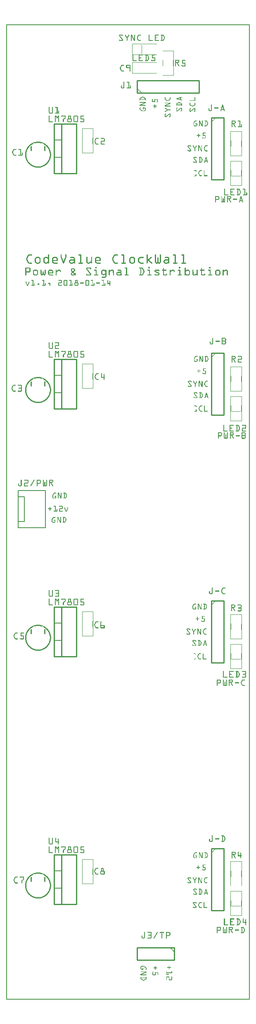
<source format=gto>
G04 MADE WITH FRITZING*
G04 WWW.FRITZING.ORG*
G04 DOUBLE SIDED*
G04 HOLES PLATED*
G04 CONTOUR ON CENTER OF CONTOUR VECTOR*
%ASAXBY*%
%FSLAX23Y23*%
%MOIN*%
%OFA0B0*%
%SFA1.0B1.0*%
%ADD10R,0.225000X0.305000X0.215000X0.295000*%
%ADD11C,0.005000*%
%ADD12R,0.055000X0.205000X0.045000X0.195000*%
%ADD13C,0.010000*%
%ADD14R,0.001000X0.001000*%
%LNSILK1*%
G90*
G70*
G54D11*
X98Y4111D02*
X318Y4111D01*
X318Y3811D01*
X98Y3811D01*
X98Y4111D01*
D02*
X98Y4061D02*
X148Y4061D01*
X148Y3861D01*
X98Y3861D01*
X98Y4061D01*
D02*
G54D13*
X1658Y1221D02*
X1658Y721D01*
D02*
X1658Y721D02*
X1758Y721D01*
D02*
X1758Y721D02*
X1758Y1221D01*
D02*
X1758Y1221D02*
X1658Y1221D01*
D02*
X1658Y3221D02*
X1658Y2721D01*
D02*
X1658Y2721D02*
X1758Y2721D01*
D02*
X1758Y2721D02*
X1758Y3221D01*
D02*
X1758Y3221D02*
X1658Y3221D01*
D02*
X1658Y5221D02*
X1658Y4721D01*
D02*
X1658Y4721D02*
X1758Y4721D01*
D02*
X1758Y4721D02*
X1758Y5221D01*
D02*
X1758Y5221D02*
X1658Y5221D01*
D02*
X1058Y7321D02*
X1558Y7321D01*
D02*
X1558Y7321D02*
X1558Y7421D01*
D02*
X1558Y7421D02*
X1058Y7421D01*
D02*
X1058Y7421D02*
X1058Y7321D01*
D02*
X1658Y7121D02*
X1658Y6621D01*
D02*
X1658Y6621D02*
X1758Y6621D01*
D02*
X1758Y6621D02*
X1758Y7121D01*
D02*
X1758Y7121D02*
X1658Y7121D01*
D02*
X388Y771D02*
X388Y1171D01*
D02*
X388Y1171D02*
X568Y1171D01*
D02*
X568Y1171D02*
X568Y771D01*
D02*
X568Y771D02*
X388Y771D01*
D02*
X388Y771D02*
X388Y1171D01*
D02*
X388Y1171D02*
X448Y1171D01*
D02*
X448Y1171D02*
X448Y771D01*
D02*
X448Y771D02*
X388Y771D01*
G54D11*
D02*
X388Y901D02*
X448Y901D01*
D02*
X388Y1041D02*
X448Y1041D01*
G54D13*
D02*
X388Y2771D02*
X388Y3171D01*
D02*
X388Y3171D02*
X568Y3171D01*
D02*
X568Y3171D02*
X568Y2771D01*
D02*
X568Y2771D02*
X388Y2771D01*
D02*
X388Y2771D02*
X388Y3171D01*
D02*
X388Y3171D02*
X448Y3171D01*
D02*
X448Y3171D02*
X448Y2771D01*
D02*
X448Y2771D02*
X388Y2771D01*
G54D11*
D02*
X388Y2901D02*
X448Y2901D01*
D02*
X388Y3041D02*
X448Y3041D01*
G54D13*
D02*
X388Y4771D02*
X388Y5171D01*
D02*
X388Y5171D02*
X568Y5171D01*
D02*
X568Y5171D02*
X568Y4771D01*
D02*
X568Y4771D02*
X388Y4771D01*
D02*
X388Y4771D02*
X388Y5171D01*
D02*
X388Y5171D02*
X448Y5171D01*
D02*
X448Y5171D02*
X448Y4771D01*
D02*
X448Y4771D02*
X388Y4771D01*
G54D11*
D02*
X388Y4901D02*
X448Y4901D01*
D02*
X388Y5041D02*
X448Y5041D01*
G54D13*
D02*
X388Y6671D02*
X388Y7071D01*
D02*
X388Y7071D02*
X568Y7071D01*
D02*
X568Y7071D02*
X568Y6671D01*
D02*
X568Y6671D02*
X388Y6671D01*
D02*
X388Y6671D02*
X388Y7071D01*
D02*
X388Y7071D02*
X448Y7071D01*
D02*
X448Y7071D02*
X448Y6671D01*
D02*
X448Y6671D02*
X388Y6671D01*
G54D11*
D02*
X388Y6801D02*
X448Y6801D01*
D02*
X388Y6941D02*
X448Y6941D01*
G54D13*
D02*
X1358Y421D02*
X1058Y421D01*
D02*
X1058Y421D02*
X1058Y321D01*
D02*
X1058Y321D02*
X1358Y321D01*
D02*
X1358Y321D02*
X1358Y421D01*
G54D14*
X0Y7874D02*
X1967Y7874D01*
X0Y7873D02*
X1967Y7873D01*
X0Y7872D02*
X1967Y7872D01*
X0Y7871D02*
X1967Y7871D01*
X0Y7870D02*
X1967Y7870D01*
X0Y7869D02*
X1967Y7869D01*
X0Y7868D02*
X1967Y7868D01*
X0Y7867D02*
X1967Y7867D01*
X0Y7866D02*
X7Y7866D01*
X1960Y7866D02*
X1967Y7866D01*
X0Y7865D02*
X7Y7865D01*
X1960Y7865D02*
X1967Y7865D01*
X0Y7864D02*
X7Y7864D01*
X1960Y7864D02*
X1967Y7864D01*
X0Y7863D02*
X7Y7863D01*
X1960Y7863D02*
X1967Y7863D01*
X0Y7862D02*
X7Y7862D01*
X1960Y7862D02*
X1967Y7862D01*
X0Y7861D02*
X7Y7861D01*
X1960Y7861D02*
X1967Y7861D01*
X0Y7860D02*
X7Y7860D01*
X1960Y7860D02*
X1967Y7860D01*
X0Y7859D02*
X7Y7859D01*
X1960Y7859D02*
X1967Y7859D01*
X0Y7858D02*
X7Y7858D01*
X1960Y7858D02*
X1967Y7858D01*
X0Y7857D02*
X7Y7857D01*
X1960Y7857D02*
X1967Y7857D01*
X0Y7856D02*
X7Y7856D01*
X1960Y7856D02*
X1967Y7856D01*
X0Y7855D02*
X7Y7855D01*
X1960Y7855D02*
X1967Y7855D01*
X0Y7854D02*
X7Y7854D01*
X1960Y7854D02*
X1967Y7854D01*
X0Y7853D02*
X7Y7853D01*
X1960Y7853D02*
X1967Y7853D01*
X0Y7852D02*
X7Y7852D01*
X1960Y7852D02*
X1967Y7852D01*
X0Y7851D02*
X7Y7851D01*
X1960Y7851D02*
X1967Y7851D01*
X0Y7850D02*
X7Y7850D01*
X1960Y7850D02*
X1967Y7850D01*
X0Y7849D02*
X7Y7849D01*
X1960Y7849D02*
X1967Y7849D01*
X0Y7848D02*
X7Y7848D01*
X1960Y7848D02*
X1967Y7848D01*
X0Y7847D02*
X7Y7847D01*
X1960Y7847D02*
X1967Y7847D01*
X0Y7846D02*
X7Y7846D01*
X1960Y7846D02*
X1967Y7846D01*
X0Y7845D02*
X7Y7845D01*
X1960Y7845D02*
X1967Y7845D01*
X0Y7844D02*
X7Y7844D01*
X1960Y7844D02*
X1967Y7844D01*
X0Y7843D02*
X7Y7843D01*
X1960Y7843D02*
X1967Y7843D01*
X0Y7842D02*
X7Y7842D01*
X1960Y7842D02*
X1967Y7842D01*
X0Y7841D02*
X7Y7841D01*
X1960Y7841D02*
X1967Y7841D01*
X0Y7840D02*
X7Y7840D01*
X1960Y7840D02*
X1967Y7840D01*
X0Y7839D02*
X7Y7839D01*
X1960Y7839D02*
X1967Y7839D01*
X0Y7838D02*
X7Y7838D01*
X1960Y7838D02*
X1967Y7838D01*
X0Y7837D02*
X7Y7837D01*
X1960Y7837D02*
X1967Y7837D01*
X0Y7836D02*
X7Y7836D01*
X1960Y7836D02*
X1967Y7836D01*
X0Y7835D02*
X7Y7835D01*
X1960Y7835D02*
X1967Y7835D01*
X0Y7834D02*
X7Y7834D01*
X1960Y7834D02*
X1967Y7834D01*
X0Y7833D02*
X7Y7833D01*
X1960Y7833D02*
X1967Y7833D01*
X0Y7832D02*
X7Y7832D01*
X1960Y7832D02*
X1967Y7832D01*
X0Y7831D02*
X7Y7831D01*
X1960Y7831D02*
X1967Y7831D01*
X0Y7830D02*
X7Y7830D01*
X1960Y7830D02*
X1967Y7830D01*
X0Y7829D02*
X7Y7829D01*
X1960Y7829D02*
X1967Y7829D01*
X0Y7828D02*
X7Y7828D01*
X1960Y7828D02*
X1967Y7828D01*
X0Y7827D02*
X7Y7827D01*
X1960Y7827D02*
X1967Y7827D01*
X0Y7826D02*
X7Y7826D01*
X1960Y7826D02*
X1967Y7826D01*
X0Y7825D02*
X7Y7825D01*
X1960Y7825D02*
X1967Y7825D01*
X0Y7824D02*
X7Y7824D01*
X1960Y7824D02*
X1967Y7824D01*
X0Y7823D02*
X7Y7823D01*
X1960Y7823D02*
X1967Y7823D01*
X0Y7822D02*
X7Y7822D01*
X1960Y7822D02*
X1967Y7822D01*
X0Y7821D02*
X7Y7821D01*
X1960Y7821D02*
X1967Y7821D01*
X0Y7820D02*
X7Y7820D01*
X1960Y7820D02*
X1967Y7820D01*
X0Y7819D02*
X7Y7819D01*
X1960Y7819D02*
X1967Y7819D01*
X0Y7818D02*
X7Y7818D01*
X1960Y7818D02*
X1967Y7818D01*
X0Y7817D02*
X7Y7817D01*
X1960Y7817D02*
X1967Y7817D01*
X0Y7816D02*
X7Y7816D01*
X1960Y7816D02*
X1967Y7816D01*
X0Y7815D02*
X7Y7815D01*
X1960Y7815D02*
X1967Y7815D01*
X0Y7814D02*
X7Y7814D01*
X1960Y7814D02*
X1967Y7814D01*
X0Y7813D02*
X7Y7813D01*
X1960Y7813D02*
X1967Y7813D01*
X0Y7812D02*
X7Y7812D01*
X1960Y7812D02*
X1967Y7812D01*
X0Y7811D02*
X7Y7811D01*
X1960Y7811D02*
X1967Y7811D01*
X0Y7810D02*
X7Y7810D01*
X1960Y7810D02*
X1967Y7810D01*
X0Y7809D02*
X7Y7809D01*
X1960Y7809D02*
X1967Y7809D01*
X0Y7808D02*
X7Y7808D01*
X1960Y7808D02*
X1967Y7808D01*
X0Y7807D02*
X7Y7807D01*
X1960Y7807D02*
X1967Y7807D01*
X0Y7806D02*
X7Y7806D01*
X1960Y7806D02*
X1967Y7806D01*
X0Y7805D02*
X7Y7805D01*
X1960Y7805D02*
X1967Y7805D01*
X0Y7804D02*
X7Y7804D01*
X1960Y7804D02*
X1967Y7804D01*
X0Y7803D02*
X7Y7803D01*
X1960Y7803D02*
X1967Y7803D01*
X0Y7802D02*
X7Y7802D01*
X1960Y7802D02*
X1967Y7802D01*
X0Y7801D02*
X7Y7801D01*
X1960Y7801D02*
X1967Y7801D01*
X0Y7800D02*
X7Y7800D01*
X1960Y7800D02*
X1967Y7800D01*
X0Y7799D02*
X7Y7799D01*
X1960Y7799D02*
X1967Y7799D01*
X0Y7798D02*
X7Y7798D01*
X1960Y7798D02*
X1967Y7798D01*
X0Y7797D02*
X7Y7797D01*
X1960Y7797D02*
X1967Y7797D01*
X0Y7796D02*
X7Y7796D01*
X1960Y7796D02*
X1967Y7796D01*
X0Y7795D02*
X7Y7795D01*
X1960Y7795D02*
X1967Y7795D01*
X0Y7794D02*
X7Y7794D01*
X1960Y7794D02*
X1967Y7794D01*
X0Y7793D02*
X7Y7793D01*
X1960Y7793D02*
X1967Y7793D01*
X0Y7792D02*
X7Y7792D01*
X1960Y7792D02*
X1967Y7792D01*
X0Y7791D02*
X7Y7791D01*
X916Y7791D02*
X937Y7791D01*
X961Y7791D02*
X964Y7791D01*
X988Y7791D02*
X990Y7791D01*
X1008Y7791D02*
X1016Y7791D01*
X1036Y7791D02*
X1038Y7791D01*
X1070Y7791D02*
X1086Y7791D01*
X1154Y7791D02*
X1156Y7791D01*
X1200Y7791D02*
X1231Y7791D01*
X1250Y7791D02*
X1266Y7791D01*
X1960Y7791D02*
X1967Y7791D01*
X0Y7790D02*
X7Y7790D01*
X915Y7790D02*
X940Y7790D01*
X960Y7790D02*
X965Y7790D01*
X987Y7790D02*
X991Y7790D01*
X1008Y7790D02*
X1016Y7790D01*
X1035Y7790D02*
X1039Y7790D01*
X1068Y7790D02*
X1087Y7790D01*
X1153Y7790D02*
X1157Y7790D01*
X1200Y7790D02*
X1232Y7790D01*
X1249Y7790D02*
X1268Y7790D01*
X1960Y7790D02*
X1967Y7790D01*
X0Y7789D02*
X7Y7789D01*
X914Y7789D02*
X941Y7789D01*
X960Y7789D02*
X965Y7789D01*
X986Y7789D02*
X992Y7789D01*
X1008Y7789D02*
X1017Y7789D01*
X1034Y7789D02*
X1040Y7789D01*
X1067Y7789D02*
X1088Y7789D01*
X1152Y7789D02*
X1158Y7789D01*
X1200Y7789D02*
X1232Y7789D01*
X1249Y7789D02*
X1270Y7789D01*
X1960Y7789D02*
X1967Y7789D01*
X0Y7788D02*
X7Y7788D01*
X913Y7788D02*
X942Y7788D01*
X960Y7788D02*
X965Y7788D01*
X986Y7788D02*
X992Y7788D01*
X1008Y7788D02*
X1017Y7788D01*
X1034Y7788D02*
X1040Y7788D01*
X1066Y7788D02*
X1088Y7788D01*
X1152Y7788D02*
X1158Y7788D01*
X1200Y7788D02*
X1233Y7788D01*
X1249Y7788D02*
X1271Y7788D01*
X1960Y7788D02*
X1967Y7788D01*
X0Y7787D02*
X7Y7787D01*
X912Y7787D02*
X942Y7787D01*
X960Y7787D02*
X965Y7787D01*
X986Y7787D02*
X992Y7787D01*
X1008Y7787D02*
X1018Y7787D01*
X1034Y7787D02*
X1040Y7787D01*
X1065Y7787D02*
X1088Y7787D01*
X1152Y7787D02*
X1158Y7787D01*
X1200Y7787D02*
X1232Y7787D01*
X1249Y7787D02*
X1272Y7787D01*
X1960Y7787D02*
X1967Y7787D01*
X0Y7786D02*
X7Y7786D01*
X912Y7786D02*
X943Y7786D01*
X960Y7786D02*
X965Y7786D01*
X986Y7786D02*
X992Y7786D01*
X1008Y7786D02*
X1018Y7786D01*
X1034Y7786D02*
X1040Y7786D01*
X1064Y7786D02*
X1087Y7786D01*
X1152Y7786D02*
X1158Y7786D01*
X1200Y7786D02*
X1232Y7786D01*
X1249Y7786D02*
X1272Y7786D01*
X1960Y7786D02*
X1967Y7786D01*
X0Y7785D02*
X7Y7785D01*
X912Y7785D02*
X943Y7785D01*
X960Y7785D02*
X965Y7785D01*
X986Y7785D02*
X992Y7785D01*
X1008Y7785D02*
X1019Y7785D01*
X1034Y7785D02*
X1040Y7785D01*
X1064Y7785D02*
X1086Y7785D01*
X1152Y7785D02*
X1158Y7785D01*
X1200Y7785D02*
X1230Y7785D01*
X1251Y7785D02*
X1273Y7785D01*
X1960Y7785D02*
X1967Y7785D01*
X0Y7784D02*
X7Y7784D01*
X912Y7784D02*
X917Y7784D01*
X937Y7784D02*
X944Y7784D01*
X960Y7784D02*
X965Y7784D01*
X986Y7784D02*
X992Y7784D01*
X1008Y7784D02*
X1019Y7784D01*
X1034Y7784D02*
X1040Y7784D01*
X1063Y7784D02*
X1070Y7784D01*
X1152Y7784D02*
X1158Y7784D01*
X1200Y7784D02*
X1206Y7784D01*
X1255Y7784D02*
X1261Y7784D01*
X1266Y7784D02*
X1273Y7784D01*
X1960Y7784D02*
X1967Y7784D01*
X0Y7783D02*
X7Y7783D01*
X912Y7783D02*
X918Y7783D01*
X938Y7783D02*
X944Y7783D01*
X960Y7783D02*
X966Y7783D01*
X986Y7783D02*
X992Y7783D01*
X1008Y7783D02*
X1019Y7783D01*
X1034Y7783D02*
X1040Y7783D01*
X1063Y7783D02*
X1070Y7783D01*
X1152Y7783D02*
X1158Y7783D01*
X1200Y7783D02*
X1206Y7783D01*
X1255Y7783D02*
X1261Y7783D01*
X1267Y7783D02*
X1274Y7783D01*
X1960Y7783D02*
X1967Y7783D01*
X0Y7782D02*
X7Y7782D01*
X912Y7782D02*
X918Y7782D01*
X938Y7782D02*
X944Y7782D01*
X960Y7782D02*
X967Y7782D01*
X985Y7782D02*
X992Y7782D01*
X1008Y7782D02*
X1020Y7782D01*
X1034Y7782D02*
X1040Y7782D01*
X1062Y7782D02*
X1069Y7782D01*
X1152Y7782D02*
X1158Y7782D01*
X1200Y7782D02*
X1206Y7782D01*
X1255Y7782D02*
X1261Y7782D01*
X1268Y7782D02*
X1274Y7782D01*
X1960Y7782D02*
X1967Y7782D01*
X0Y7781D02*
X7Y7781D01*
X912Y7781D02*
X919Y7781D01*
X938Y7781D02*
X943Y7781D01*
X960Y7781D02*
X967Y7781D01*
X984Y7781D02*
X992Y7781D01*
X1008Y7781D02*
X1020Y7781D01*
X1034Y7781D02*
X1040Y7781D01*
X1062Y7781D02*
X1068Y7781D01*
X1152Y7781D02*
X1158Y7781D01*
X1200Y7781D02*
X1206Y7781D01*
X1255Y7781D02*
X1261Y7781D01*
X1268Y7781D02*
X1275Y7781D01*
X1960Y7781D02*
X1967Y7781D01*
X0Y7780D02*
X7Y7780D01*
X913Y7780D02*
X920Y7780D01*
X939Y7780D02*
X943Y7780D01*
X961Y7780D02*
X968Y7780D01*
X983Y7780D02*
X991Y7780D01*
X1008Y7780D02*
X1021Y7780D01*
X1034Y7780D02*
X1040Y7780D01*
X1061Y7780D02*
X1068Y7780D01*
X1152Y7780D02*
X1158Y7780D01*
X1200Y7780D02*
X1206Y7780D01*
X1255Y7780D02*
X1261Y7780D01*
X1269Y7780D02*
X1275Y7780D01*
X1960Y7780D02*
X1967Y7780D01*
X0Y7779D02*
X7Y7779D01*
X913Y7779D02*
X921Y7779D01*
X961Y7779D02*
X969Y7779D01*
X982Y7779D02*
X990Y7779D01*
X1008Y7779D02*
X1021Y7779D01*
X1034Y7779D02*
X1040Y7779D01*
X1061Y7779D02*
X1067Y7779D01*
X1152Y7779D02*
X1158Y7779D01*
X1200Y7779D02*
X1206Y7779D01*
X1255Y7779D02*
X1261Y7779D01*
X1269Y7779D02*
X1276Y7779D01*
X1960Y7779D02*
X1967Y7779D01*
X0Y7778D02*
X7Y7778D01*
X914Y7778D02*
X922Y7778D01*
X962Y7778D02*
X970Y7778D01*
X982Y7778D02*
X989Y7778D01*
X1008Y7778D02*
X1022Y7778D01*
X1034Y7778D02*
X1040Y7778D01*
X1060Y7778D02*
X1067Y7778D01*
X1152Y7778D02*
X1158Y7778D01*
X1200Y7778D02*
X1206Y7778D01*
X1255Y7778D02*
X1261Y7778D01*
X1270Y7778D02*
X1276Y7778D01*
X1960Y7778D02*
X1967Y7778D01*
X0Y7777D02*
X7Y7777D01*
X915Y7777D02*
X922Y7777D01*
X963Y7777D02*
X971Y7777D01*
X981Y7777D02*
X988Y7777D01*
X1008Y7777D02*
X1014Y7777D01*
X1016Y7777D02*
X1022Y7777D01*
X1034Y7777D02*
X1040Y7777D01*
X1060Y7777D02*
X1066Y7777D01*
X1152Y7777D02*
X1158Y7777D01*
X1200Y7777D02*
X1206Y7777D01*
X1255Y7777D02*
X1261Y7777D01*
X1270Y7777D02*
X1277Y7777D01*
X1960Y7777D02*
X1967Y7777D01*
X0Y7776D02*
X7Y7776D01*
X916Y7776D02*
X923Y7776D01*
X964Y7776D02*
X971Y7776D01*
X980Y7776D02*
X988Y7776D01*
X1008Y7776D02*
X1014Y7776D01*
X1016Y7776D02*
X1022Y7776D01*
X1034Y7776D02*
X1040Y7776D01*
X1059Y7776D02*
X1066Y7776D01*
X1152Y7776D02*
X1158Y7776D01*
X1200Y7776D02*
X1206Y7776D01*
X1255Y7776D02*
X1261Y7776D01*
X1271Y7776D02*
X1277Y7776D01*
X1960Y7776D02*
X1967Y7776D01*
X0Y7775D02*
X7Y7775D01*
X916Y7775D02*
X924Y7775D01*
X965Y7775D02*
X972Y7775D01*
X979Y7775D02*
X987Y7775D01*
X1008Y7775D02*
X1014Y7775D01*
X1017Y7775D02*
X1023Y7775D01*
X1034Y7775D02*
X1040Y7775D01*
X1059Y7775D02*
X1065Y7775D01*
X1152Y7775D02*
X1158Y7775D01*
X1200Y7775D02*
X1206Y7775D01*
X1255Y7775D02*
X1261Y7775D01*
X1271Y7775D02*
X1278Y7775D01*
X1960Y7775D02*
X1967Y7775D01*
X0Y7774D02*
X7Y7774D01*
X917Y7774D02*
X925Y7774D01*
X965Y7774D02*
X973Y7774D01*
X979Y7774D02*
X986Y7774D01*
X1008Y7774D02*
X1014Y7774D01*
X1017Y7774D02*
X1023Y7774D01*
X1034Y7774D02*
X1040Y7774D01*
X1058Y7774D02*
X1065Y7774D01*
X1152Y7774D02*
X1158Y7774D01*
X1200Y7774D02*
X1206Y7774D01*
X1255Y7774D02*
X1261Y7774D01*
X1272Y7774D02*
X1278Y7774D01*
X1960Y7774D02*
X1967Y7774D01*
X0Y7773D02*
X7Y7773D01*
X918Y7773D02*
X925Y7773D01*
X966Y7773D02*
X974Y7773D01*
X978Y7773D02*
X985Y7773D01*
X1008Y7773D02*
X1014Y7773D01*
X1017Y7773D02*
X1024Y7773D01*
X1034Y7773D02*
X1040Y7773D01*
X1058Y7773D02*
X1064Y7773D01*
X1152Y7773D02*
X1158Y7773D01*
X1200Y7773D02*
X1206Y7773D01*
X1255Y7773D02*
X1261Y7773D01*
X1272Y7773D02*
X1279Y7773D01*
X1960Y7773D02*
X1967Y7773D01*
X0Y7772D02*
X7Y7772D01*
X919Y7772D02*
X926Y7772D01*
X967Y7772D02*
X974Y7772D01*
X977Y7772D02*
X985Y7772D01*
X1008Y7772D02*
X1014Y7772D01*
X1018Y7772D02*
X1024Y7772D01*
X1034Y7772D02*
X1040Y7772D01*
X1057Y7772D02*
X1064Y7772D01*
X1152Y7772D02*
X1158Y7772D01*
X1200Y7772D02*
X1206Y7772D01*
X1255Y7772D02*
X1261Y7772D01*
X1273Y7772D02*
X1279Y7772D01*
X1960Y7772D02*
X1967Y7772D01*
X0Y7771D02*
X7Y7771D01*
X919Y7771D02*
X927Y7771D01*
X968Y7771D02*
X984Y7771D01*
X1008Y7771D02*
X1014Y7771D01*
X1018Y7771D02*
X1025Y7771D01*
X1034Y7771D02*
X1040Y7771D01*
X1057Y7771D02*
X1063Y7771D01*
X1152Y7771D02*
X1158Y7771D01*
X1200Y7771D02*
X1206Y7771D01*
X1255Y7771D02*
X1261Y7771D01*
X1273Y7771D02*
X1280Y7771D01*
X1960Y7771D02*
X1967Y7771D01*
X0Y7770D02*
X7Y7770D01*
X920Y7770D02*
X928Y7770D01*
X968Y7770D02*
X983Y7770D01*
X1008Y7770D02*
X1014Y7770D01*
X1019Y7770D02*
X1025Y7770D01*
X1034Y7770D02*
X1040Y7770D01*
X1057Y7770D02*
X1063Y7770D01*
X1152Y7770D02*
X1158Y7770D01*
X1200Y7770D02*
X1206Y7770D01*
X1255Y7770D02*
X1261Y7770D01*
X1274Y7770D02*
X1280Y7770D01*
X1960Y7770D02*
X1967Y7770D01*
X0Y7769D02*
X7Y7769D01*
X921Y7769D02*
X929Y7769D01*
X969Y7769D02*
X982Y7769D01*
X1008Y7769D02*
X1014Y7769D01*
X1019Y7769D02*
X1026Y7769D01*
X1034Y7769D02*
X1040Y7769D01*
X1056Y7769D02*
X1062Y7769D01*
X1152Y7769D02*
X1158Y7769D01*
X1200Y7769D02*
X1206Y7769D01*
X1255Y7769D02*
X1261Y7769D01*
X1274Y7769D02*
X1280Y7769D01*
X1960Y7769D02*
X1967Y7769D01*
X0Y7768D02*
X7Y7768D01*
X922Y7768D02*
X929Y7768D01*
X970Y7768D02*
X981Y7768D01*
X1008Y7768D02*
X1014Y7768D01*
X1020Y7768D02*
X1026Y7768D01*
X1034Y7768D02*
X1040Y7768D01*
X1056Y7768D02*
X1062Y7768D01*
X1152Y7768D02*
X1158Y7768D01*
X1200Y7768D02*
X1218Y7768D01*
X1255Y7768D02*
X1261Y7768D01*
X1275Y7768D02*
X1280Y7768D01*
X1960Y7768D02*
X1967Y7768D01*
X0Y7767D02*
X7Y7767D01*
X923Y7767D02*
X930Y7767D01*
X971Y7767D02*
X981Y7767D01*
X1008Y7767D02*
X1014Y7767D01*
X1020Y7767D02*
X1026Y7767D01*
X1034Y7767D02*
X1040Y7767D01*
X1056Y7767D02*
X1062Y7767D01*
X1152Y7767D02*
X1158Y7767D01*
X1200Y7767D02*
X1219Y7767D01*
X1255Y7767D02*
X1261Y7767D01*
X1275Y7767D02*
X1281Y7767D01*
X1960Y7767D02*
X1967Y7767D01*
X0Y7766D02*
X7Y7766D01*
X923Y7766D02*
X931Y7766D01*
X972Y7766D02*
X980Y7766D01*
X1008Y7766D02*
X1014Y7766D01*
X1020Y7766D02*
X1027Y7766D01*
X1034Y7766D02*
X1040Y7766D01*
X1056Y7766D02*
X1062Y7766D01*
X1152Y7766D02*
X1158Y7766D01*
X1200Y7766D02*
X1219Y7766D01*
X1255Y7766D02*
X1261Y7766D01*
X1275Y7766D02*
X1281Y7766D01*
X1960Y7766D02*
X1967Y7766D01*
X0Y7765D02*
X7Y7765D01*
X924Y7765D02*
X932Y7765D01*
X972Y7765D02*
X979Y7765D01*
X1008Y7765D02*
X1014Y7765D01*
X1021Y7765D02*
X1027Y7765D01*
X1034Y7765D02*
X1040Y7765D01*
X1056Y7765D02*
X1062Y7765D01*
X1152Y7765D02*
X1158Y7765D01*
X1200Y7765D02*
X1219Y7765D01*
X1255Y7765D02*
X1261Y7765D01*
X1275Y7765D02*
X1281Y7765D01*
X1960Y7765D02*
X1967Y7765D01*
X0Y7764D02*
X7Y7764D01*
X925Y7764D02*
X932Y7764D01*
X973Y7764D02*
X979Y7764D01*
X1008Y7764D02*
X1014Y7764D01*
X1021Y7764D02*
X1028Y7764D01*
X1034Y7764D02*
X1040Y7764D01*
X1056Y7764D02*
X1062Y7764D01*
X1152Y7764D02*
X1158Y7764D01*
X1200Y7764D02*
X1219Y7764D01*
X1255Y7764D02*
X1261Y7764D01*
X1275Y7764D02*
X1281Y7764D01*
X1960Y7764D02*
X1967Y7764D01*
X0Y7763D02*
X7Y7763D01*
X926Y7763D02*
X933Y7763D01*
X973Y7763D02*
X979Y7763D01*
X1008Y7763D02*
X1014Y7763D01*
X1022Y7763D02*
X1028Y7763D01*
X1034Y7763D02*
X1040Y7763D01*
X1056Y7763D02*
X1062Y7763D01*
X1152Y7763D02*
X1158Y7763D01*
X1200Y7763D02*
X1218Y7763D01*
X1255Y7763D02*
X1261Y7763D01*
X1275Y7763D02*
X1280Y7763D01*
X1960Y7763D02*
X1967Y7763D01*
X0Y7762D02*
X7Y7762D01*
X926Y7762D02*
X934Y7762D01*
X973Y7762D02*
X979Y7762D01*
X1008Y7762D02*
X1014Y7762D01*
X1022Y7762D02*
X1029Y7762D01*
X1034Y7762D02*
X1040Y7762D01*
X1056Y7762D02*
X1062Y7762D01*
X1152Y7762D02*
X1158Y7762D01*
X1200Y7762D02*
X1206Y7762D01*
X1255Y7762D02*
X1261Y7762D01*
X1274Y7762D02*
X1280Y7762D01*
X1960Y7762D02*
X1967Y7762D01*
X0Y7761D02*
X7Y7761D01*
X927Y7761D02*
X935Y7761D01*
X973Y7761D02*
X979Y7761D01*
X1008Y7761D02*
X1014Y7761D01*
X1023Y7761D02*
X1029Y7761D01*
X1034Y7761D02*
X1040Y7761D01*
X1057Y7761D02*
X1063Y7761D01*
X1152Y7761D02*
X1158Y7761D01*
X1200Y7761D02*
X1206Y7761D01*
X1255Y7761D02*
X1261Y7761D01*
X1274Y7761D02*
X1280Y7761D01*
X1960Y7761D02*
X1967Y7761D01*
X0Y7760D02*
X7Y7760D01*
X928Y7760D02*
X936Y7760D01*
X973Y7760D02*
X979Y7760D01*
X1008Y7760D02*
X1014Y7760D01*
X1023Y7760D02*
X1029Y7760D01*
X1034Y7760D02*
X1040Y7760D01*
X1057Y7760D02*
X1063Y7760D01*
X1152Y7760D02*
X1158Y7760D01*
X1200Y7760D02*
X1206Y7760D01*
X1255Y7760D02*
X1261Y7760D01*
X1273Y7760D02*
X1280Y7760D01*
X1960Y7760D02*
X1967Y7760D01*
X0Y7759D02*
X7Y7759D01*
X929Y7759D02*
X936Y7759D01*
X973Y7759D02*
X979Y7759D01*
X1008Y7759D02*
X1014Y7759D01*
X1024Y7759D02*
X1030Y7759D01*
X1034Y7759D02*
X1040Y7759D01*
X1057Y7759D02*
X1064Y7759D01*
X1152Y7759D02*
X1158Y7759D01*
X1200Y7759D02*
X1206Y7759D01*
X1255Y7759D02*
X1261Y7759D01*
X1273Y7759D02*
X1279Y7759D01*
X1960Y7759D02*
X1967Y7759D01*
X0Y7758D02*
X7Y7758D01*
X930Y7758D02*
X937Y7758D01*
X973Y7758D02*
X979Y7758D01*
X1008Y7758D02*
X1014Y7758D01*
X1024Y7758D02*
X1030Y7758D01*
X1034Y7758D02*
X1040Y7758D01*
X1058Y7758D02*
X1064Y7758D01*
X1152Y7758D02*
X1158Y7758D01*
X1200Y7758D02*
X1206Y7758D01*
X1255Y7758D02*
X1261Y7758D01*
X1272Y7758D02*
X1279Y7758D01*
X1960Y7758D02*
X1967Y7758D01*
X0Y7757D02*
X7Y7757D01*
X930Y7757D02*
X938Y7757D01*
X973Y7757D02*
X979Y7757D01*
X1008Y7757D02*
X1014Y7757D01*
X1024Y7757D02*
X1031Y7757D01*
X1034Y7757D02*
X1040Y7757D01*
X1058Y7757D02*
X1065Y7757D01*
X1152Y7757D02*
X1158Y7757D01*
X1200Y7757D02*
X1206Y7757D01*
X1255Y7757D02*
X1261Y7757D01*
X1272Y7757D02*
X1278Y7757D01*
X1960Y7757D02*
X1967Y7757D01*
X0Y7756D02*
X7Y7756D01*
X931Y7756D02*
X939Y7756D01*
X973Y7756D02*
X979Y7756D01*
X1008Y7756D02*
X1014Y7756D01*
X1025Y7756D02*
X1031Y7756D01*
X1034Y7756D02*
X1040Y7756D01*
X1059Y7756D02*
X1065Y7756D01*
X1152Y7756D02*
X1158Y7756D01*
X1200Y7756D02*
X1206Y7756D01*
X1255Y7756D02*
X1261Y7756D01*
X1271Y7756D02*
X1278Y7756D01*
X1960Y7756D02*
X1967Y7756D01*
X0Y7755D02*
X7Y7755D01*
X932Y7755D02*
X940Y7755D01*
X973Y7755D02*
X979Y7755D01*
X1008Y7755D02*
X1014Y7755D01*
X1025Y7755D02*
X1032Y7755D01*
X1034Y7755D02*
X1040Y7755D01*
X1059Y7755D02*
X1066Y7755D01*
X1152Y7755D02*
X1158Y7755D01*
X1200Y7755D02*
X1206Y7755D01*
X1255Y7755D02*
X1261Y7755D01*
X1271Y7755D02*
X1277Y7755D01*
X1960Y7755D02*
X1967Y7755D01*
X0Y7754D02*
X7Y7754D01*
X933Y7754D02*
X940Y7754D01*
X973Y7754D02*
X979Y7754D01*
X1008Y7754D02*
X1014Y7754D01*
X1026Y7754D02*
X1032Y7754D01*
X1034Y7754D02*
X1040Y7754D01*
X1060Y7754D02*
X1066Y7754D01*
X1152Y7754D02*
X1158Y7754D01*
X1200Y7754D02*
X1206Y7754D01*
X1255Y7754D02*
X1261Y7754D01*
X1270Y7754D02*
X1277Y7754D01*
X1960Y7754D02*
X1967Y7754D01*
X0Y7753D02*
X7Y7753D01*
X933Y7753D02*
X941Y7753D01*
X973Y7753D02*
X979Y7753D01*
X1008Y7753D02*
X1014Y7753D01*
X1026Y7753D02*
X1040Y7753D01*
X1060Y7753D02*
X1067Y7753D01*
X1152Y7753D02*
X1158Y7753D01*
X1200Y7753D02*
X1206Y7753D01*
X1255Y7753D02*
X1261Y7753D01*
X1270Y7753D02*
X1276Y7753D01*
X1960Y7753D02*
X1967Y7753D01*
X0Y7752D02*
X7Y7752D01*
X934Y7752D02*
X942Y7752D01*
X973Y7752D02*
X979Y7752D01*
X1008Y7752D02*
X1014Y7752D01*
X1027Y7752D02*
X1040Y7752D01*
X1061Y7752D02*
X1067Y7752D01*
X1152Y7752D02*
X1158Y7752D01*
X1200Y7752D02*
X1206Y7752D01*
X1255Y7752D02*
X1261Y7752D01*
X1269Y7752D02*
X1276Y7752D01*
X1960Y7752D02*
X1967Y7752D01*
X0Y7751D02*
X7Y7751D01*
X913Y7751D02*
X916Y7751D01*
X935Y7751D02*
X942Y7751D01*
X973Y7751D02*
X979Y7751D01*
X1008Y7751D02*
X1014Y7751D01*
X1027Y7751D02*
X1040Y7751D01*
X1061Y7751D02*
X1068Y7751D01*
X1152Y7751D02*
X1158Y7751D01*
X1200Y7751D02*
X1206Y7751D01*
X1255Y7751D02*
X1261Y7751D01*
X1269Y7751D02*
X1275Y7751D01*
X1960Y7751D02*
X1967Y7751D01*
X0Y7750D02*
X7Y7750D01*
X912Y7750D02*
X917Y7750D01*
X936Y7750D02*
X943Y7750D01*
X973Y7750D02*
X979Y7750D01*
X1008Y7750D02*
X1014Y7750D01*
X1027Y7750D02*
X1040Y7750D01*
X1062Y7750D02*
X1068Y7750D01*
X1152Y7750D02*
X1158Y7750D01*
X1200Y7750D02*
X1206Y7750D01*
X1255Y7750D02*
X1261Y7750D01*
X1268Y7750D02*
X1275Y7750D01*
X1960Y7750D02*
X1967Y7750D01*
X0Y7749D02*
X7Y7749D01*
X912Y7749D02*
X917Y7749D01*
X936Y7749D02*
X943Y7749D01*
X973Y7749D02*
X979Y7749D01*
X1008Y7749D02*
X1014Y7749D01*
X1028Y7749D02*
X1040Y7749D01*
X1062Y7749D02*
X1069Y7749D01*
X1152Y7749D02*
X1158Y7749D01*
X1200Y7749D02*
X1206Y7749D01*
X1255Y7749D02*
X1261Y7749D01*
X1268Y7749D02*
X1274Y7749D01*
X1960Y7749D02*
X1967Y7749D01*
X0Y7748D02*
X7Y7748D01*
X912Y7748D02*
X917Y7748D01*
X937Y7748D02*
X944Y7748D01*
X973Y7748D02*
X979Y7748D01*
X1008Y7748D02*
X1014Y7748D01*
X1028Y7748D02*
X1040Y7748D01*
X1063Y7748D02*
X1070Y7748D01*
X1152Y7748D02*
X1158Y7748D01*
X1200Y7748D02*
X1206Y7748D01*
X1255Y7748D02*
X1261Y7748D01*
X1267Y7748D02*
X1274Y7748D01*
X1960Y7748D02*
X1967Y7748D01*
X0Y7747D02*
X7Y7747D01*
X912Y7747D02*
X918Y7747D01*
X938Y7747D02*
X944Y7747D01*
X973Y7747D02*
X979Y7747D01*
X1008Y7747D02*
X1014Y7747D01*
X1029Y7747D02*
X1040Y7747D01*
X1063Y7747D02*
X1070Y7747D01*
X1152Y7747D02*
X1158Y7747D01*
X1200Y7747D02*
X1206Y7747D01*
X1255Y7747D02*
X1261Y7747D01*
X1266Y7747D02*
X1273Y7747D01*
X1960Y7747D02*
X1967Y7747D01*
X0Y7746D02*
X7Y7746D01*
X912Y7746D02*
X944Y7746D01*
X973Y7746D02*
X979Y7746D01*
X1008Y7746D02*
X1014Y7746D01*
X1029Y7746D02*
X1040Y7746D01*
X1064Y7746D02*
X1086Y7746D01*
X1152Y7746D02*
X1182Y7746D01*
X1200Y7746D02*
X1230Y7746D01*
X1251Y7746D02*
X1273Y7746D01*
X1960Y7746D02*
X1967Y7746D01*
X0Y7745D02*
X7Y7745D01*
X912Y7745D02*
X943Y7745D01*
X973Y7745D02*
X979Y7745D01*
X1008Y7745D02*
X1014Y7745D01*
X1030Y7745D02*
X1040Y7745D01*
X1064Y7745D02*
X1087Y7745D01*
X1152Y7745D02*
X1184Y7745D01*
X1200Y7745D02*
X1232Y7745D01*
X1249Y7745D02*
X1272Y7745D01*
X1960Y7745D02*
X1967Y7745D01*
X0Y7744D02*
X7Y7744D01*
X913Y7744D02*
X943Y7744D01*
X973Y7744D02*
X979Y7744D01*
X1008Y7744D02*
X1014Y7744D01*
X1030Y7744D02*
X1040Y7744D01*
X1065Y7744D02*
X1088Y7744D01*
X1152Y7744D02*
X1184Y7744D01*
X1200Y7744D02*
X1232Y7744D01*
X1249Y7744D02*
X1272Y7744D01*
X1960Y7744D02*
X1967Y7744D01*
X0Y7743D02*
X7Y7743D01*
X913Y7743D02*
X942Y7743D01*
X973Y7743D02*
X979Y7743D01*
X1008Y7743D02*
X1014Y7743D01*
X1031Y7743D02*
X1040Y7743D01*
X1066Y7743D02*
X1088Y7743D01*
X1152Y7743D02*
X1184Y7743D01*
X1200Y7743D02*
X1233Y7743D01*
X1249Y7743D02*
X1271Y7743D01*
X1960Y7743D02*
X1967Y7743D01*
X0Y7742D02*
X7Y7742D01*
X914Y7742D02*
X942Y7742D01*
X973Y7742D02*
X978Y7742D01*
X1008Y7742D02*
X1013Y7742D01*
X1031Y7742D02*
X1040Y7742D01*
X1067Y7742D02*
X1088Y7742D01*
X1152Y7742D02*
X1184Y7742D01*
X1200Y7742D02*
X1232Y7742D01*
X1249Y7742D02*
X1270Y7742D01*
X1960Y7742D02*
X1967Y7742D01*
X0Y7741D02*
X7Y7741D01*
X916Y7741D02*
X940Y7741D01*
X974Y7741D02*
X978Y7741D01*
X1008Y7741D02*
X1013Y7741D01*
X1031Y7741D02*
X1040Y7741D01*
X1068Y7741D02*
X1087Y7741D01*
X1152Y7741D02*
X1184Y7741D01*
X1200Y7741D02*
X1232Y7741D01*
X1249Y7741D02*
X1269Y7741D01*
X1960Y7741D02*
X1967Y7741D01*
X0Y7740D02*
X7Y7740D01*
X918Y7740D02*
X939Y7740D01*
X975Y7740D02*
X977Y7740D01*
X1010Y7740D02*
X1012Y7740D01*
X1032Y7740D02*
X1040Y7740D01*
X1070Y7740D02*
X1086Y7740D01*
X1152Y7740D02*
X1183Y7740D01*
X1200Y7740D02*
X1231Y7740D01*
X1250Y7740D02*
X1266Y7740D01*
X1960Y7740D02*
X1967Y7740D01*
X0Y7739D02*
X7Y7739D01*
X1960Y7739D02*
X1967Y7739D01*
X0Y7738D02*
X7Y7738D01*
X1960Y7738D02*
X1967Y7738D01*
X0Y7737D02*
X7Y7737D01*
X1960Y7737D02*
X1967Y7737D01*
X0Y7736D02*
X7Y7736D01*
X1960Y7736D02*
X1967Y7736D01*
X0Y7735D02*
X7Y7735D01*
X1960Y7735D02*
X1967Y7735D01*
X0Y7734D02*
X7Y7734D01*
X1960Y7734D02*
X1967Y7734D01*
X0Y7733D02*
X7Y7733D01*
X1960Y7733D02*
X1967Y7733D01*
X0Y7732D02*
X7Y7732D01*
X1960Y7732D02*
X1967Y7732D01*
X0Y7731D02*
X7Y7731D01*
X1960Y7731D02*
X1967Y7731D01*
X0Y7730D02*
X7Y7730D01*
X1960Y7730D02*
X1967Y7730D01*
X0Y7729D02*
X7Y7729D01*
X1960Y7729D02*
X1967Y7729D01*
X0Y7728D02*
X7Y7728D01*
X1960Y7728D02*
X1967Y7728D01*
X0Y7727D02*
X7Y7727D01*
X1960Y7727D02*
X1967Y7727D01*
X0Y7726D02*
X7Y7726D01*
X1960Y7726D02*
X1967Y7726D01*
X0Y7725D02*
X7Y7725D01*
X1960Y7725D02*
X1967Y7725D01*
X0Y7724D02*
X7Y7724D01*
X1960Y7724D02*
X1967Y7724D01*
X0Y7723D02*
X7Y7723D01*
X1960Y7723D02*
X1967Y7723D01*
X0Y7722D02*
X7Y7722D01*
X1960Y7722D02*
X1967Y7722D01*
X0Y7721D02*
X7Y7721D01*
X1960Y7721D02*
X1967Y7721D01*
X0Y7720D02*
X7Y7720D01*
X1960Y7720D02*
X1967Y7720D01*
X0Y7719D02*
X7Y7719D01*
X1960Y7719D02*
X1967Y7719D01*
X0Y7718D02*
X7Y7718D01*
X1960Y7718D02*
X1967Y7718D01*
X0Y7717D02*
X7Y7717D01*
X1960Y7717D02*
X1967Y7717D01*
X0Y7716D02*
X7Y7716D01*
X1019Y7716D02*
X1218Y7716D01*
X1960Y7716D02*
X1967Y7716D01*
X0Y7715D02*
X7Y7715D01*
X1019Y7715D02*
X1218Y7715D01*
X1960Y7715D02*
X1967Y7715D01*
X0Y7714D02*
X7Y7714D01*
X1019Y7714D02*
X1218Y7714D01*
X1960Y7714D02*
X1967Y7714D01*
X0Y7713D02*
X7Y7713D01*
X1019Y7713D02*
X1020Y7713D01*
X1094Y7713D02*
X1142Y7713D01*
X1216Y7713D02*
X1218Y7713D01*
X1960Y7713D02*
X1967Y7713D01*
X0Y7712D02*
X7Y7712D01*
X1019Y7712D02*
X1020Y7712D01*
X1216Y7712D02*
X1218Y7712D01*
X1960Y7712D02*
X1967Y7712D01*
X0Y7711D02*
X7Y7711D01*
X1019Y7711D02*
X1020Y7711D01*
X1216Y7711D02*
X1218Y7711D01*
X1960Y7711D02*
X1967Y7711D01*
X0Y7710D02*
X7Y7710D01*
X1019Y7710D02*
X1020Y7710D01*
X1216Y7710D02*
X1218Y7710D01*
X1960Y7710D02*
X1967Y7710D01*
X0Y7709D02*
X7Y7709D01*
X1019Y7709D02*
X1020Y7709D01*
X1216Y7709D02*
X1218Y7709D01*
X1960Y7709D02*
X1967Y7709D01*
X0Y7708D02*
X7Y7708D01*
X1019Y7708D02*
X1020Y7708D01*
X1094Y7708D02*
X1096Y7708D01*
X1216Y7708D02*
X1218Y7708D01*
X1960Y7708D02*
X1967Y7708D01*
X0Y7707D02*
X7Y7707D01*
X1019Y7707D02*
X1020Y7707D01*
X1094Y7707D02*
X1096Y7707D01*
X1216Y7707D02*
X1218Y7707D01*
X1960Y7707D02*
X1967Y7707D01*
X0Y7706D02*
X7Y7706D01*
X1019Y7706D02*
X1020Y7706D01*
X1094Y7706D02*
X1096Y7706D01*
X1216Y7706D02*
X1218Y7706D01*
X1960Y7706D02*
X1967Y7706D01*
X0Y7705D02*
X7Y7705D01*
X1019Y7705D02*
X1020Y7705D01*
X1094Y7705D02*
X1096Y7705D01*
X1216Y7705D02*
X1218Y7705D01*
X1960Y7705D02*
X1967Y7705D01*
X0Y7704D02*
X7Y7704D01*
X1019Y7704D02*
X1020Y7704D01*
X1094Y7704D02*
X1096Y7704D01*
X1216Y7704D02*
X1218Y7704D01*
X1960Y7704D02*
X1967Y7704D01*
X0Y7703D02*
X7Y7703D01*
X1019Y7703D02*
X1020Y7703D01*
X1094Y7703D02*
X1096Y7703D01*
X1216Y7703D02*
X1218Y7703D01*
X1960Y7703D02*
X1967Y7703D01*
X0Y7702D02*
X7Y7702D01*
X1019Y7702D02*
X1020Y7702D01*
X1094Y7702D02*
X1096Y7702D01*
X1216Y7702D02*
X1218Y7702D01*
X1960Y7702D02*
X1967Y7702D01*
X0Y7701D02*
X7Y7701D01*
X1019Y7701D02*
X1020Y7701D01*
X1094Y7701D02*
X1096Y7701D01*
X1216Y7701D02*
X1218Y7701D01*
X1960Y7701D02*
X1967Y7701D01*
X0Y7700D02*
X7Y7700D01*
X1019Y7700D02*
X1020Y7700D01*
X1094Y7700D02*
X1096Y7700D01*
X1216Y7700D02*
X1218Y7700D01*
X1960Y7700D02*
X1967Y7700D01*
X0Y7699D02*
X7Y7699D01*
X1019Y7699D02*
X1020Y7699D01*
X1094Y7699D02*
X1096Y7699D01*
X1216Y7699D02*
X1218Y7699D01*
X1960Y7699D02*
X1967Y7699D01*
X0Y7698D02*
X7Y7698D01*
X1019Y7698D02*
X1020Y7698D01*
X1094Y7698D02*
X1096Y7698D01*
X1216Y7698D02*
X1218Y7698D01*
X1960Y7698D02*
X1967Y7698D01*
X0Y7697D02*
X7Y7697D01*
X1019Y7697D02*
X1020Y7697D01*
X1094Y7697D02*
X1096Y7697D01*
X1216Y7697D02*
X1218Y7697D01*
X1960Y7697D02*
X1967Y7697D01*
X0Y7696D02*
X7Y7696D01*
X1019Y7696D02*
X1020Y7696D01*
X1094Y7696D02*
X1096Y7696D01*
X1216Y7696D02*
X1218Y7696D01*
X1960Y7696D02*
X1967Y7696D01*
X0Y7695D02*
X7Y7695D01*
X1019Y7695D02*
X1020Y7695D01*
X1094Y7695D02*
X1096Y7695D01*
X1216Y7695D02*
X1218Y7695D01*
X1960Y7695D02*
X1967Y7695D01*
X0Y7694D02*
X7Y7694D01*
X1019Y7694D02*
X1020Y7694D01*
X1094Y7694D02*
X1096Y7694D01*
X1216Y7694D02*
X1218Y7694D01*
X1960Y7694D02*
X1967Y7694D01*
X0Y7693D02*
X7Y7693D01*
X1019Y7693D02*
X1020Y7693D01*
X1094Y7693D02*
X1096Y7693D01*
X1216Y7693D02*
X1218Y7693D01*
X1960Y7693D02*
X1967Y7693D01*
X0Y7692D02*
X7Y7692D01*
X1019Y7692D02*
X1020Y7692D01*
X1094Y7692D02*
X1096Y7692D01*
X1216Y7692D02*
X1218Y7692D01*
X1960Y7692D02*
X1967Y7692D01*
X0Y7691D02*
X7Y7691D01*
X1019Y7691D02*
X1020Y7691D01*
X1094Y7691D02*
X1096Y7691D01*
X1216Y7691D02*
X1218Y7691D01*
X1960Y7691D02*
X1967Y7691D01*
X0Y7690D02*
X7Y7690D01*
X1019Y7690D02*
X1020Y7690D01*
X1094Y7690D02*
X1096Y7690D01*
X1216Y7690D02*
X1218Y7690D01*
X1960Y7690D02*
X1967Y7690D01*
X0Y7689D02*
X7Y7689D01*
X1019Y7689D02*
X1020Y7689D01*
X1094Y7689D02*
X1096Y7689D01*
X1216Y7689D02*
X1218Y7689D01*
X1960Y7689D02*
X1967Y7689D01*
X0Y7688D02*
X7Y7688D01*
X1019Y7688D02*
X1020Y7688D01*
X1094Y7688D02*
X1096Y7688D01*
X1216Y7688D02*
X1218Y7688D01*
X1960Y7688D02*
X1967Y7688D01*
X0Y7687D02*
X7Y7687D01*
X1019Y7687D02*
X1020Y7687D01*
X1094Y7687D02*
X1096Y7687D01*
X1216Y7687D02*
X1218Y7687D01*
X1960Y7687D02*
X1967Y7687D01*
X0Y7686D02*
X7Y7686D01*
X1019Y7686D02*
X1020Y7686D01*
X1094Y7686D02*
X1096Y7686D01*
X1216Y7686D02*
X1218Y7686D01*
X1960Y7686D02*
X1967Y7686D01*
X0Y7685D02*
X7Y7685D01*
X1019Y7685D02*
X1020Y7685D01*
X1094Y7685D02*
X1096Y7685D01*
X1216Y7685D02*
X1218Y7685D01*
X1960Y7685D02*
X1967Y7685D01*
X0Y7684D02*
X7Y7684D01*
X1019Y7684D02*
X1020Y7684D01*
X1094Y7684D02*
X1096Y7684D01*
X1216Y7684D02*
X1218Y7684D01*
X1960Y7684D02*
X1967Y7684D01*
X0Y7683D02*
X7Y7683D01*
X1019Y7683D02*
X1020Y7683D01*
X1094Y7683D02*
X1096Y7683D01*
X1216Y7683D02*
X1218Y7683D01*
X1960Y7683D02*
X1967Y7683D01*
X0Y7682D02*
X7Y7682D01*
X1019Y7682D02*
X1020Y7682D01*
X1094Y7682D02*
X1096Y7682D01*
X1216Y7682D02*
X1218Y7682D01*
X1960Y7682D02*
X1967Y7682D01*
X0Y7681D02*
X7Y7681D01*
X1019Y7681D02*
X1020Y7681D01*
X1094Y7681D02*
X1096Y7681D01*
X1216Y7681D02*
X1218Y7681D01*
X1960Y7681D02*
X1967Y7681D01*
X0Y7680D02*
X7Y7680D01*
X1019Y7680D02*
X1020Y7680D01*
X1094Y7680D02*
X1096Y7680D01*
X1216Y7680D02*
X1218Y7680D01*
X1960Y7680D02*
X1967Y7680D01*
X0Y7679D02*
X7Y7679D01*
X1019Y7679D02*
X1020Y7679D01*
X1094Y7679D02*
X1096Y7679D01*
X1216Y7679D02*
X1218Y7679D01*
X1960Y7679D02*
X1967Y7679D01*
X0Y7678D02*
X7Y7678D01*
X1019Y7678D02*
X1020Y7678D01*
X1094Y7678D02*
X1096Y7678D01*
X1216Y7678D02*
X1218Y7678D01*
X1960Y7678D02*
X1967Y7678D01*
X0Y7677D02*
X7Y7677D01*
X1019Y7677D02*
X1020Y7677D01*
X1094Y7677D02*
X1096Y7677D01*
X1216Y7677D02*
X1218Y7677D01*
X1960Y7677D02*
X1967Y7677D01*
X0Y7676D02*
X7Y7676D01*
X1019Y7676D02*
X1020Y7676D01*
X1094Y7676D02*
X1096Y7676D01*
X1216Y7676D02*
X1218Y7676D01*
X1960Y7676D02*
X1967Y7676D01*
X0Y7675D02*
X7Y7675D01*
X1019Y7675D02*
X1020Y7675D01*
X1094Y7675D02*
X1096Y7675D01*
X1216Y7675D02*
X1218Y7675D01*
X1960Y7675D02*
X1967Y7675D01*
X0Y7674D02*
X7Y7674D01*
X1019Y7674D02*
X1020Y7674D01*
X1094Y7674D02*
X1096Y7674D01*
X1216Y7674D02*
X1218Y7674D01*
X1960Y7674D02*
X1967Y7674D01*
X0Y7673D02*
X7Y7673D01*
X1019Y7673D02*
X1020Y7673D01*
X1094Y7673D02*
X1096Y7673D01*
X1216Y7673D02*
X1218Y7673D01*
X1960Y7673D02*
X1967Y7673D01*
X0Y7672D02*
X7Y7672D01*
X1019Y7672D02*
X1020Y7672D01*
X1094Y7672D02*
X1096Y7672D01*
X1216Y7672D02*
X1218Y7672D01*
X1960Y7672D02*
X1967Y7672D01*
X0Y7671D02*
X7Y7671D01*
X1019Y7671D02*
X1020Y7671D01*
X1094Y7671D02*
X1096Y7671D01*
X1216Y7671D02*
X1218Y7671D01*
X1960Y7671D02*
X1967Y7671D01*
X0Y7670D02*
X7Y7670D01*
X1019Y7670D02*
X1020Y7670D01*
X1094Y7670D02*
X1096Y7670D01*
X1216Y7670D02*
X1218Y7670D01*
X1960Y7670D02*
X1967Y7670D01*
X0Y7669D02*
X7Y7669D01*
X1019Y7669D02*
X1020Y7669D01*
X1094Y7669D02*
X1096Y7669D01*
X1216Y7669D02*
X1218Y7669D01*
X1960Y7669D02*
X1967Y7669D01*
X0Y7668D02*
X7Y7668D01*
X1019Y7668D02*
X1020Y7668D01*
X1094Y7668D02*
X1096Y7668D01*
X1216Y7668D02*
X1218Y7668D01*
X1960Y7668D02*
X1967Y7668D01*
X0Y7667D02*
X7Y7667D01*
X1019Y7667D02*
X1020Y7667D01*
X1094Y7667D02*
X1096Y7667D01*
X1216Y7667D02*
X1218Y7667D01*
X1960Y7667D02*
X1967Y7667D01*
X0Y7666D02*
X7Y7666D01*
X1019Y7666D02*
X1020Y7666D01*
X1094Y7666D02*
X1096Y7666D01*
X1216Y7666D02*
X1218Y7666D01*
X1960Y7666D02*
X1967Y7666D01*
X0Y7665D02*
X7Y7665D01*
X1019Y7665D02*
X1020Y7665D01*
X1094Y7665D02*
X1096Y7665D01*
X1216Y7665D02*
X1218Y7665D01*
X1960Y7665D02*
X1967Y7665D01*
X0Y7664D02*
X7Y7664D01*
X1019Y7664D02*
X1020Y7664D01*
X1094Y7664D02*
X1096Y7664D01*
X1216Y7664D02*
X1218Y7664D01*
X1960Y7664D02*
X1967Y7664D01*
X0Y7663D02*
X7Y7663D01*
X1019Y7663D02*
X1020Y7663D01*
X1094Y7663D02*
X1096Y7663D01*
X1216Y7663D02*
X1218Y7663D01*
X1960Y7663D02*
X1967Y7663D01*
X0Y7662D02*
X7Y7662D01*
X1019Y7662D02*
X1020Y7662D01*
X1094Y7662D02*
X1096Y7662D01*
X1216Y7662D02*
X1218Y7662D01*
X1960Y7662D02*
X1967Y7662D01*
X0Y7661D02*
X7Y7661D01*
X1019Y7661D02*
X1020Y7661D01*
X1094Y7661D02*
X1096Y7661D01*
X1216Y7661D02*
X1218Y7661D01*
X1960Y7661D02*
X1967Y7661D01*
X0Y7660D02*
X7Y7660D01*
X1019Y7660D02*
X1020Y7660D01*
X1094Y7660D02*
X1096Y7660D01*
X1216Y7660D02*
X1218Y7660D01*
X1263Y7660D02*
X1352Y7660D01*
X1960Y7660D02*
X1967Y7660D01*
X0Y7659D02*
X7Y7659D01*
X1019Y7659D02*
X1020Y7659D01*
X1094Y7659D02*
X1096Y7659D01*
X1216Y7659D02*
X1218Y7659D01*
X1263Y7659D02*
X1352Y7659D01*
X1960Y7659D02*
X1967Y7659D01*
X0Y7658D02*
X7Y7658D01*
X1019Y7658D02*
X1020Y7658D01*
X1094Y7658D02*
X1096Y7658D01*
X1216Y7658D02*
X1218Y7658D01*
X1263Y7658D02*
X1265Y7658D01*
X1350Y7658D02*
X1352Y7658D01*
X1960Y7658D02*
X1967Y7658D01*
X0Y7657D02*
X7Y7657D01*
X1019Y7657D02*
X1020Y7657D01*
X1094Y7657D02*
X1096Y7657D01*
X1216Y7657D02*
X1218Y7657D01*
X1263Y7657D02*
X1264Y7657D01*
X1350Y7657D02*
X1352Y7657D01*
X1960Y7657D02*
X1967Y7657D01*
X0Y7656D02*
X7Y7656D01*
X1019Y7656D02*
X1020Y7656D01*
X1094Y7656D02*
X1096Y7656D01*
X1216Y7656D02*
X1218Y7656D01*
X1263Y7656D02*
X1264Y7656D01*
X1350Y7656D02*
X1352Y7656D01*
X1960Y7656D02*
X1967Y7656D01*
X0Y7655D02*
X7Y7655D01*
X1019Y7655D02*
X1020Y7655D01*
X1094Y7655D02*
X1096Y7655D01*
X1216Y7655D02*
X1218Y7655D01*
X1263Y7655D02*
X1264Y7655D01*
X1350Y7655D02*
X1352Y7655D01*
X1960Y7655D02*
X1967Y7655D01*
X0Y7654D02*
X7Y7654D01*
X1019Y7654D02*
X1020Y7654D01*
X1094Y7654D02*
X1096Y7654D01*
X1216Y7654D02*
X1218Y7654D01*
X1263Y7654D02*
X1264Y7654D01*
X1350Y7654D02*
X1352Y7654D01*
X1960Y7654D02*
X1967Y7654D01*
X0Y7653D02*
X7Y7653D01*
X1019Y7653D02*
X1020Y7653D01*
X1094Y7653D02*
X1096Y7653D01*
X1216Y7653D02*
X1218Y7653D01*
X1263Y7653D02*
X1264Y7653D01*
X1350Y7653D02*
X1352Y7653D01*
X1960Y7653D02*
X1967Y7653D01*
X0Y7652D02*
X7Y7652D01*
X1019Y7652D02*
X1020Y7652D01*
X1094Y7652D02*
X1096Y7652D01*
X1216Y7652D02*
X1218Y7652D01*
X1263Y7652D02*
X1264Y7652D01*
X1350Y7652D02*
X1352Y7652D01*
X1960Y7652D02*
X1967Y7652D01*
X0Y7651D02*
X7Y7651D01*
X1019Y7651D02*
X1020Y7651D01*
X1094Y7651D02*
X1096Y7651D01*
X1216Y7651D02*
X1218Y7651D01*
X1263Y7651D02*
X1264Y7651D01*
X1350Y7651D02*
X1352Y7651D01*
X1960Y7651D02*
X1967Y7651D01*
X0Y7650D02*
X7Y7650D01*
X1019Y7650D02*
X1020Y7650D01*
X1094Y7650D02*
X1096Y7650D01*
X1216Y7650D02*
X1218Y7650D01*
X1263Y7650D02*
X1264Y7650D01*
X1350Y7650D02*
X1352Y7650D01*
X1960Y7650D02*
X1967Y7650D01*
X0Y7649D02*
X7Y7649D01*
X1019Y7649D02*
X1020Y7649D01*
X1094Y7649D02*
X1096Y7649D01*
X1216Y7649D02*
X1218Y7649D01*
X1263Y7649D02*
X1264Y7649D01*
X1350Y7649D02*
X1352Y7649D01*
X1960Y7649D02*
X1967Y7649D01*
X0Y7648D02*
X7Y7648D01*
X1019Y7648D02*
X1020Y7648D01*
X1094Y7648D02*
X1096Y7648D01*
X1216Y7648D02*
X1218Y7648D01*
X1263Y7648D02*
X1264Y7648D01*
X1350Y7648D02*
X1352Y7648D01*
X1960Y7648D02*
X1967Y7648D01*
X0Y7647D02*
X7Y7647D01*
X1019Y7647D02*
X1020Y7647D01*
X1094Y7647D02*
X1096Y7647D01*
X1216Y7647D02*
X1218Y7647D01*
X1263Y7647D02*
X1264Y7647D01*
X1350Y7647D02*
X1352Y7647D01*
X1960Y7647D02*
X1967Y7647D01*
X0Y7646D02*
X7Y7646D01*
X1019Y7646D02*
X1020Y7646D01*
X1094Y7646D02*
X1096Y7646D01*
X1216Y7646D02*
X1218Y7646D01*
X1263Y7646D02*
X1264Y7646D01*
X1350Y7646D02*
X1352Y7646D01*
X1960Y7646D02*
X1967Y7646D01*
X0Y7645D02*
X7Y7645D01*
X1019Y7645D02*
X1020Y7645D01*
X1094Y7645D02*
X1096Y7645D01*
X1216Y7645D02*
X1218Y7645D01*
X1263Y7645D02*
X1264Y7645D01*
X1350Y7645D02*
X1352Y7645D01*
X1960Y7645D02*
X1967Y7645D01*
X0Y7644D02*
X7Y7644D01*
X1019Y7644D02*
X1020Y7644D01*
X1094Y7644D02*
X1096Y7644D01*
X1216Y7644D02*
X1218Y7644D01*
X1263Y7644D02*
X1264Y7644D01*
X1350Y7644D02*
X1352Y7644D01*
X1960Y7644D02*
X1967Y7644D01*
X0Y7643D02*
X7Y7643D01*
X1019Y7643D02*
X1020Y7643D01*
X1094Y7643D02*
X1096Y7643D01*
X1216Y7643D02*
X1218Y7643D01*
X1263Y7643D02*
X1264Y7643D01*
X1350Y7643D02*
X1352Y7643D01*
X1960Y7643D02*
X1967Y7643D01*
X0Y7642D02*
X7Y7642D01*
X1019Y7642D02*
X1020Y7642D01*
X1094Y7642D02*
X1096Y7642D01*
X1216Y7642D02*
X1218Y7642D01*
X1263Y7642D02*
X1264Y7642D01*
X1350Y7642D02*
X1352Y7642D01*
X1960Y7642D02*
X1967Y7642D01*
X0Y7641D02*
X7Y7641D01*
X1019Y7641D02*
X1020Y7641D01*
X1094Y7641D02*
X1096Y7641D01*
X1216Y7641D02*
X1218Y7641D01*
X1263Y7641D02*
X1264Y7641D01*
X1350Y7641D02*
X1352Y7641D01*
X1960Y7641D02*
X1967Y7641D01*
X0Y7640D02*
X7Y7640D01*
X1019Y7640D02*
X1020Y7640D01*
X1094Y7640D02*
X1096Y7640D01*
X1216Y7640D02*
X1218Y7640D01*
X1263Y7640D02*
X1264Y7640D01*
X1350Y7640D02*
X1352Y7640D01*
X1960Y7640D02*
X1967Y7640D01*
X0Y7639D02*
X7Y7639D01*
X1019Y7639D02*
X1020Y7639D01*
X1094Y7639D02*
X1096Y7639D01*
X1216Y7639D02*
X1218Y7639D01*
X1263Y7639D02*
X1264Y7639D01*
X1350Y7639D02*
X1352Y7639D01*
X1960Y7639D02*
X1967Y7639D01*
X0Y7638D02*
X7Y7638D01*
X1019Y7638D02*
X1020Y7638D01*
X1094Y7638D02*
X1096Y7638D01*
X1216Y7638D02*
X1218Y7638D01*
X1263Y7638D02*
X1264Y7638D01*
X1350Y7638D02*
X1352Y7638D01*
X1960Y7638D02*
X1967Y7638D01*
X0Y7637D02*
X7Y7637D01*
X1019Y7637D02*
X1020Y7637D01*
X1094Y7637D02*
X1096Y7637D01*
X1216Y7637D02*
X1218Y7637D01*
X1263Y7637D02*
X1264Y7637D01*
X1350Y7637D02*
X1352Y7637D01*
X1960Y7637D02*
X1967Y7637D01*
X0Y7636D02*
X7Y7636D01*
X1019Y7636D02*
X1020Y7636D01*
X1094Y7636D02*
X1096Y7636D01*
X1216Y7636D02*
X1218Y7636D01*
X1263Y7636D02*
X1264Y7636D01*
X1350Y7636D02*
X1352Y7636D01*
X1960Y7636D02*
X1967Y7636D01*
X0Y7635D02*
X7Y7635D01*
X1019Y7635D02*
X1020Y7635D01*
X1094Y7635D02*
X1096Y7635D01*
X1216Y7635D02*
X1218Y7635D01*
X1263Y7635D02*
X1264Y7635D01*
X1350Y7635D02*
X1352Y7635D01*
X1960Y7635D02*
X1967Y7635D01*
X0Y7634D02*
X7Y7634D01*
X1019Y7634D02*
X1020Y7634D01*
X1216Y7634D02*
X1218Y7634D01*
X1263Y7634D02*
X1264Y7634D01*
X1350Y7634D02*
X1352Y7634D01*
X1960Y7634D02*
X1967Y7634D01*
X0Y7633D02*
X7Y7633D01*
X1019Y7633D02*
X1020Y7633D01*
X1216Y7633D02*
X1218Y7633D01*
X1263Y7633D02*
X1264Y7633D01*
X1350Y7633D02*
X1352Y7633D01*
X1960Y7633D02*
X1967Y7633D01*
X0Y7632D02*
X7Y7632D01*
X1019Y7632D02*
X1020Y7632D01*
X1216Y7632D02*
X1218Y7632D01*
X1263Y7632D02*
X1264Y7632D01*
X1350Y7632D02*
X1352Y7632D01*
X1960Y7632D02*
X1967Y7632D01*
X0Y7631D02*
X7Y7631D01*
X1019Y7631D02*
X1020Y7631D01*
X1216Y7631D02*
X1218Y7631D01*
X1263Y7631D02*
X1264Y7631D01*
X1350Y7631D02*
X1352Y7631D01*
X1960Y7631D02*
X1967Y7631D01*
X0Y7630D02*
X7Y7630D01*
X1019Y7630D02*
X1020Y7630D01*
X1094Y7630D02*
X1142Y7630D01*
X1216Y7630D02*
X1218Y7630D01*
X1263Y7630D02*
X1264Y7630D01*
X1350Y7630D02*
X1352Y7630D01*
X1960Y7630D02*
X1967Y7630D01*
X0Y7629D02*
X7Y7629D01*
X1019Y7629D02*
X1218Y7629D01*
X1263Y7629D02*
X1264Y7629D01*
X1350Y7629D02*
X1352Y7629D01*
X1960Y7629D02*
X1967Y7629D01*
X0Y7628D02*
X7Y7628D01*
X1019Y7628D02*
X1218Y7628D01*
X1263Y7628D02*
X1264Y7628D01*
X1350Y7628D02*
X1352Y7628D01*
X1960Y7628D02*
X1967Y7628D01*
X0Y7627D02*
X7Y7627D01*
X1019Y7627D02*
X1218Y7627D01*
X1263Y7627D02*
X1264Y7627D01*
X1350Y7627D02*
X1352Y7627D01*
X1960Y7627D02*
X1967Y7627D01*
X0Y7626D02*
X7Y7626D01*
X1020Y7626D02*
X1026Y7626D01*
X1070Y7626D02*
X1103Y7626D01*
X1120Y7626D02*
X1144Y7626D01*
X1177Y7626D02*
X1204Y7626D01*
X1263Y7626D02*
X1264Y7626D01*
X1350Y7626D02*
X1352Y7626D01*
X1960Y7626D02*
X1967Y7626D01*
X0Y7625D02*
X7Y7625D01*
X1020Y7625D02*
X1026Y7625D01*
X1070Y7625D02*
X1103Y7625D01*
X1121Y7625D02*
X1144Y7625D01*
X1177Y7625D02*
X1204Y7625D01*
X1263Y7625D02*
X1264Y7625D01*
X1350Y7625D02*
X1352Y7625D01*
X1960Y7625D02*
X1967Y7625D01*
X0Y7624D02*
X7Y7624D01*
X1020Y7624D02*
X1026Y7624D01*
X1070Y7624D02*
X1102Y7624D01*
X1121Y7624D02*
X1145Y7624D01*
X1177Y7624D02*
X1203Y7624D01*
X1263Y7624D02*
X1264Y7624D01*
X1350Y7624D02*
X1352Y7624D01*
X1960Y7624D02*
X1967Y7624D01*
X0Y7623D02*
X7Y7623D01*
X1020Y7623D02*
X1026Y7623D01*
X1070Y7623D02*
X1100Y7623D01*
X1124Y7623D02*
X1145Y7623D01*
X1177Y7623D02*
X1200Y7623D01*
X1263Y7623D02*
X1264Y7623D01*
X1350Y7623D02*
X1352Y7623D01*
X1960Y7623D02*
X1967Y7623D01*
X0Y7622D02*
X7Y7622D01*
X1020Y7622D02*
X1026Y7622D01*
X1070Y7622D02*
X1076Y7622D01*
X1127Y7622D02*
X1133Y7622D01*
X1139Y7622D02*
X1146Y7622D01*
X1177Y7622D02*
X1183Y7622D01*
X1263Y7622D02*
X1264Y7622D01*
X1350Y7622D02*
X1352Y7622D01*
X1960Y7622D02*
X1967Y7622D01*
X0Y7621D02*
X7Y7621D01*
X1020Y7621D02*
X1026Y7621D01*
X1070Y7621D02*
X1076Y7621D01*
X1127Y7621D02*
X1133Y7621D01*
X1140Y7621D02*
X1146Y7621D01*
X1177Y7621D02*
X1183Y7621D01*
X1263Y7621D02*
X1264Y7621D01*
X1350Y7621D02*
X1352Y7621D01*
X1960Y7621D02*
X1967Y7621D01*
X0Y7620D02*
X7Y7620D01*
X1020Y7620D02*
X1026Y7620D01*
X1070Y7620D02*
X1076Y7620D01*
X1127Y7620D02*
X1133Y7620D01*
X1140Y7620D02*
X1147Y7620D01*
X1177Y7620D02*
X1183Y7620D01*
X1263Y7620D02*
X1264Y7620D01*
X1350Y7620D02*
X1352Y7620D01*
X1960Y7620D02*
X1967Y7620D01*
X0Y7619D02*
X7Y7619D01*
X1020Y7619D02*
X1026Y7619D01*
X1070Y7619D02*
X1076Y7619D01*
X1127Y7619D02*
X1133Y7619D01*
X1141Y7619D02*
X1147Y7619D01*
X1177Y7619D02*
X1183Y7619D01*
X1263Y7619D02*
X1264Y7619D01*
X1350Y7619D02*
X1352Y7619D01*
X1960Y7619D02*
X1967Y7619D01*
X0Y7618D02*
X7Y7618D01*
X1020Y7618D02*
X1026Y7618D01*
X1070Y7618D02*
X1076Y7618D01*
X1127Y7618D02*
X1133Y7618D01*
X1141Y7618D02*
X1148Y7618D01*
X1177Y7618D02*
X1183Y7618D01*
X1263Y7618D02*
X1264Y7618D01*
X1350Y7618D02*
X1352Y7618D01*
X1960Y7618D02*
X1967Y7618D01*
X0Y7617D02*
X7Y7617D01*
X1020Y7617D02*
X1026Y7617D01*
X1070Y7617D02*
X1076Y7617D01*
X1127Y7617D02*
X1133Y7617D01*
X1142Y7617D02*
X1148Y7617D01*
X1177Y7617D02*
X1183Y7617D01*
X1263Y7617D02*
X1264Y7617D01*
X1350Y7617D02*
X1352Y7617D01*
X1960Y7617D02*
X1967Y7617D01*
X0Y7616D02*
X7Y7616D01*
X1020Y7616D02*
X1026Y7616D01*
X1070Y7616D02*
X1076Y7616D01*
X1127Y7616D02*
X1133Y7616D01*
X1142Y7616D02*
X1149Y7616D01*
X1177Y7616D02*
X1183Y7616D01*
X1263Y7616D02*
X1264Y7616D01*
X1350Y7616D02*
X1352Y7616D01*
X1960Y7616D02*
X1967Y7616D01*
X0Y7615D02*
X7Y7615D01*
X1020Y7615D02*
X1026Y7615D01*
X1070Y7615D02*
X1076Y7615D01*
X1127Y7615D02*
X1133Y7615D01*
X1143Y7615D02*
X1149Y7615D01*
X1177Y7615D02*
X1183Y7615D01*
X1263Y7615D02*
X1264Y7615D01*
X1350Y7615D02*
X1352Y7615D01*
X1960Y7615D02*
X1967Y7615D01*
X0Y7614D02*
X7Y7614D01*
X1020Y7614D02*
X1026Y7614D01*
X1070Y7614D02*
X1076Y7614D01*
X1127Y7614D02*
X1133Y7614D01*
X1143Y7614D02*
X1150Y7614D01*
X1177Y7614D02*
X1183Y7614D01*
X1263Y7614D02*
X1264Y7614D01*
X1350Y7614D02*
X1352Y7614D01*
X1960Y7614D02*
X1967Y7614D01*
X0Y7613D02*
X7Y7613D01*
X1020Y7613D02*
X1026Y7613D01*
X1070Y7613D02*
X1076Y7613D01*
X1127Y7613D02*
X1133Y7613D01*
X1144Y7613D02*
X1151Y7613D01*
X1177Y7613D02*
X1183Y7613D01*
X1263Y7613D02*
X1264Y7613D01*
X1350Y7613D02*
X1352Y7613D01*
X1960Y7613D02*
X1967Y7613D01*
X0Y7612D02*
X7Y7612D01*
X1020Y7612D02*
X1026Y7612D01*
X1070Y7612D02*
X1076Y7612D01*
X1127Y7612D02*
X1133Y7612D01*
X1144Y7612D02*
X1151Y7612D01*
X1177Y7612D02*
X1183Y7612D01*
X1263Y7612D02*
X1264Y7612D01*
X1350Y7612D02*
X1352Y7612D01*
X1960Y7612D02*
X1967Y7612D01*
X0Y7611D02*
X7Y7611D01*
X1020Y7611D02*
X1026Y7611D01*
X1070Y7611D02*
X1076Y7611D01*
X1127Y7611D02*
X1133Y7611D01*
X1145Y7611D02*
X1152Y7611D01*
X1177Y7611D02*
X1183Y7611D01*
X1263Y7611D02*
X1264Y7611D01*
X1350Y7611D02*
X1352Y7611D01*
X1960Y7611D02*
X1967Y7611D01*
X0Y7610D02*
X7Y7610D01*
X1020Y7610D02*
X1026Y7610D01*
X1070Y7610D02*
X1076Y7610D01*
X1127Y7610D02*
X1133Y7610D01*
X1145Y7610D02*
X1152Y7610D01*
X1177Y7610D02*
X1183Y7610D01*
X1263Y7610D02*
X1264Y7610D01*
X1350Y7610D02*
X1352Y7610D01*
X1960Y7610D02*
X1967Y7610D01*
X0Y7609D02*
X7Y7609D01*
X1020Y7609D02*
X1026Y7609D01*
X1070Y7609D02*
X1076Y7609D01*
X1127Y7609D02*
X1133Y7609D01*
X1146Y7609D02*
X1152Y7609D01*
X1177Y7609D02*
X1183Y7609D01*
X1263Y7609D02*
X1264Y7609D01*
X1350Y7609D02*
X1352Y7609D01*
X1960Y7609D02*
X1967Y7609D01*
X0Y7608D02*
X7Y7608D01*
X1020Y7608D02*
X1026Y7608D01*
X1070Y7608D02*
X1076Y7608D01*
X1127Y7608D02*
X1133Y7608D01*
X1146Y7608D02*
X1153Y7608D01*
X1177Y7608D02*
X1183Y7608D01*
X1263Y7608D02*
X1264Y7608D01*
X1350Y7608D02*
X1352Y7608D01*
X1960Y7608D02*
X1967Y7608D01*
X0Y7607D02*
X7Y7607D01*
X1020Y7607D02*
X1026Y7607D01*
X1070Y7607D02*
X1076Y7607D01*
X1127Y7607D02*
X1133Y7607D01*
X1147Y7607D02*
X1153Y7607D01*
X1177Y7607D02*
X1183Y7607D01*
X1263Y7607D02*
X1264Y7607D01*
X1350Y7607D02*
X1352Y7607D01*
X1960Y7607D02*
X1967Y7607D01*
X0Y7606D02*
X7Y7606D01*
X1020Y7606D02*
X1026Y7606D01*
X1070Y7606D02*
X1088Y7606D01*
X1127Y7606D02*
X1133Y7606D01*
X1147Y7606D02*
X1153Y7606D01*
X1177Y7606D02*
X1199Y7606D01*
X1263Y7606D02*
X1264Y7606D01*
X1350Y7606D02*
X1352Y7606D01*
X1960Y7606D02*
X1967Y7606D01*
X0Y7605D02*
X7Y7605D01*
X1020Y7605D02*
X1026Y7605D01*
X1070Y7605D02*
X1089Y7605D01*
X1127Y7605D02*
X1133Y7605D01*
X1147Y7605D02*
X1154Y7605D01*
X1177Y7605D02*
X1201Y7605D01*
X1263Y7605D02*
X1264Y7605D01*
X1350Y7605D02*
X1352Y7605D01*
X1960Y7605D02*
X1967Y7605D01*
X0Y7604D02*
X7Y7604D01*
X1020Y7604D02*
X1026Y7604D01*
X1070Y7604D02*
X1089Y7604D01*
X1127Y7604D02*
X1133Y7604D01*
X1148Y7604D02*
X1154Y7604D01*
X1177Y7604D02*
X1202Y7604D01*
X1263Y7604D02*
X1264Y7604D01*
X1350Y7604D02*
X1352Y7604D01*
X1960Y7604D02*
X1967Y7604D01*
X0Y7603D02*
X7Y7603D01*
X1020Y7603D02*
X1026Y7603D01*
X1070Y7603D02*
X1090Y7603D01*
X1127Y7603D02*
X1133Y7603D01*
X1148Y7603D02*
X1154Y7603D01*
X1177Y7603D02*
X1203Y7603D01*
X1263Y7603D02*
X1264Y7603D01*
X1350Y7603D02*
X1352Y7603D01*
X1960Y7603D02*
X1967Y7603D01*
X0Y7602D02*
X7Y7602D01*
X1020Y7602D02*
X1026Y7602D01*
X1070Y7602D02*
X1090Y7602D01*
X1127Y7602D02*
X1133Y7602D01*
X1148Y7602D02*
X1154Y7602D01*
X1177Y7602D02*
X1203Y7602D01*
X1263Y7602D02*
X1264Y7602D01*
X1350Y7602D02*
X1352Y7602D01*
X1960Y7602D02*
X1967Y7602D01*
X0Y7601D02*
X7Y7601D01*
X1020Y7601D02*
X1026Y7601D01*
X1070Y7601D02*
X1089Y7601D01*
X1127Y7601D02*
X1133Y7601D01*
X1147Y7601D02*
X1154Y7601D01*
X1177Y7601D02*
X1204Y7601D01*
X1263Y7601D02*
X1264Y7601D01*
X1350Y7601D02*
X1352Y7601D01*
X1960Y7601D02*
X1967Y7601D01*
X0Y7600D02*
X7Y7600D01*
X1020Y7600D02*
X1026Y7600D01*
X1070Y7600D02*
X1088Y7600D01*
X1127Y7600D02*
X1133Y7600D01*
X1147Y7600D02*
X1153Y7600D01*
X1177Y7600D02*
X1204Y7600D01*
X1263Y7600D02*
X1264Y7600D01*
X1350Y7600D02*
X1352Y7600D01*
X1960Y7600D02*
X1967Y7600D01*
X0Y7599D02*
X7Y7599D01*
X1020Y7599D02*
X1026Y7599D01*
X1070Y7599D02*
X1076Y7599D01*
X1127Y7599D02*
X1133Y7599D01*
X1147Y7599D02*
X1153Y7599D01*
X1198Y7599D02*
X1204Y7599D01*
X1263Y7599D02*
X1264Y7599D01*
X1350Y7599D02*
X1352Y7599D01*
X1960Y7599D02*
X1967Y7599D01*
X0Y7598D02*
X7Y7598D01*
X1020Y7598D02*
X1026Y7598D01*
X1070Y7598D02*
X1076Y7598D01*
X1127Y7598D02*
X1133Y7598D01*
X1146Y7598D02*
X1153Y7598D01*
X1198Y7598D02*
X1204Y7598D01*
X1263Y7598D02*
X1264Y7598D01*
X1350Y7598D02*
X1352Y7598D01*
X1960Y7598D02*
X1967Y7598D01*
X0Y7597D02*
X7Y7597D01*
X1020Y7597D02*
X1026Y7597D01*
X1070Y7597D02*
X1076Y7597D01*
X1127Y7597D02*
X1133Y7597D01*
X1146Y7597D02*
X1152Y7597D01*
X1198Y7597D02*
X1204Y7597D01*
X1263Y7597D02*
X1264Y7597D01*
X1350Y7597D02*
X1352Y7597D01*
X1960Y7597D02*
X1967Y7597D01*
X0Y7596D02*
X7Y7596D01*
X1020Y7596D02*
X1026Y7596D01*
X1070Y7596D02*
X1076Y7596D01*
X1127Y7596D02*
X1133Y7596D01*
X1145Y7596D02*
X1152Y7596D01*
X1198Y7596D02*
X1204Y7596D01*
X1263Y7596D02*
X1264Y7596D01*
X1350Y7596D02*
X1352Y7596D01*
X1960Y7596D02*
X1967Y7596D01*
X0Y7595D02*
X7Y7595D01*
X1020Y7595D02*
X1026Y7595D01*
X1070Y7595D02*
X1076Y7595D01*
X1127Y7595D02*
X1133Y7595D01*
X1145Y7595D02*
X1152Y7595D01*
X1198Y7595D02*
X1204Y7595D01*
X1263Y7595D02*
X1264Y7595D01*
X1350Y7595D02*
X1352Y7595D01*
X1960Y7595D02*
X1967Y7595D01*
X0Y7594D02*
X7Y7594D01*
X1020Y7594D02*
X1026Y7594D01*
X1070Y7594D02*
X1076Y7594D01*
X1127Y7594D02*
X1133Y7594D01*
X1144Y7594D02*
X1151Y7594D01*
X1198Y7594D02*
X1204Y7594D01*
X1263Y7594D02*
X1264Y7594D01*
X1350Y7594D02*
X1352Y7594D01*
X1960Y7594D02*
X1967Y7594D01*
X0Y7593D02*
X7Y7593D01*
X1020Y7593D02*
X1026Y7593D01*
X1070Y7593D02*
X1076Y7593D01*
X1127Y7593D02*
X1133Y7593D01*
X1144Y7593D02*
X1151Y7593D01*
X1198Y7593D02*
X1204Y7593D01*
X1263Y7593D02*
X1264Y7593D01*
X1350Y7593D02*
X1352Y7593D01*
X1960Y7593D02*
X1967Y7593D01*
X0Y7592D02*
X7Y7592D01*
X1020Y7592D02*
X1026Y7592D01*
X1070Y7592D02*
X1076Y7592D01*
X1127Y7592D02*
X1133Y7592D01*
X1143Y7592D02*
X1150Y7592D01*
X1198Y7592D02*
X1204Y7592D01*
X1263Y7592D02*
X1264Y7592D01*
X1350Y7592D02*
X1352Y7592D01*
X1960Y7592D02*
X1967Y7592D01*
X0Y7591D02*
X7Y7591D01*
X1020Y7591D02*
X1026Y7591D01*
X1070Y7591D02*
X1076Y7591D01*
X1127Y7591D02*
X1133Y7591D01*
X1143Y7591D02*
X1150Y7591D01*
X1198Y7591D02*
X1204Y7591D01*
X1263Y7591D02*
X1264Y7591D01*
X1350Y7591D02*
X1352Y7591D01*
X1960Y7591D02*
X1967Y7591D01*
X0Y7590D02*
X7Y7590D01*
X1020Y7590D02*
X1026Y7590D01*
X1070Y7590D02*
X1076Y7590D01*
X1127Y7590D02*
X1133Y7590D01*
X1142Y7590D02*
X1149Y7590D01*
X1198Y7590D02*
X1204Y7590D01*
X1263Y7590D02*
X1264Y7590D01*
X1350Y7590D02*
X1352Y7590D01*
X1960Y7590D02*
X1967Y7590D01*
X0Y7589D02*
X7Y7589D01*
X1020Y7589D02*
X1026Y7589D01*
X1070Y7589D02*
X1076Y7589D01*
X1127Y7589D02*
X1133Y7589D01*
X1142Y7589D02*
X1149Y7589D01*
X1198Y7589D02*
X1204Y7589D01*
X1263Y7589D02*
X1264Y7589D01*
X1350Y7589D02*
X1352Y7589D01*
X1960Y7589D02*
X1967Y7589D01*
X0Y7588D02*
X7Y7588D01*
X1020Y7588D02*
X1026Y7588D01*
X1070Y7588D02*
X1076Y7588D01*
X1127Y7588D02*
X1133Y7588D01*
X1141Y7588D02*
X1148Y7588D01*
X1198Y7588D02*
X1204Y7588D01*
X1263Y7588D02*
X1264Y7588D01*
X1350Y7588D02*
X1352Y7588D01*
X1365Y7588D02*
X1389Y7588D01*
X1422Y7588D02*
X1445Y7588D01*
X1960Y7588D02*
X1967Y7588D01*
X0Y7587D02*
X7Y7587D01*
X1020Y7587D02*
X1026Y7587D01*
X1070Y7587D02*
X1076Y7587D01*
X1127Y7587D02*
X1133Y7587D01*
X1141Y7587D02*
X1148Y7587D01*
X1198Y7587D02*
X1204Y7587D01*
X1263Y7587D02*
X1264Y7587D01*
X1350Y7587D02*
X1352Y7587D01*
X1365Y7587D02*
X1392Y7587D01*
X1422Y7587D02*
X1447Y7587D01*
X1960Y7587D02*
X1967Y7587D01*
X0Y7586D02*
X7Y7586D01*
X1020Y7586D02*
X1026Y7586D01*
X1070Y7586D02*
X1076Y7586D01*
X1127Y7586D02*
X1133Y7586D01*
X1140Y7586D02*
X1147Y7586D01*
X1198Y7586D02*
X1204Y7586D01*
X1263Y7586D02*
X1264Y7586D01*
X1350Y7586D02*
X1352Y7586D01*
X1365Y7586D02*
X1394Y7586D01*
X1422Y7586D02*
X1448Y7586D01*
X1960Y7586D02*
X1967Y7586D01*
X0Y7585D02*
X7Y7585D01*
X1020Y7585D02*
X1026Y7585D01*
X1070Y7585D02*
X1076Y7585D01*
X1127Y7585D02*
X1133Y7585D01*
X1140Y7585D02*
X1147Y7585D01*
X1172Y7585D02*
X1175Y7585D01*
X1198Y7585D02*
X1204Y7585D01*
X1263Y7585D02*
X1266Y7585D01*
X1349Y7585D02*
X1352Y7585D01*
X1365Y7585D02*
X1395Y7585D01*
X1422Y7585D02*
X1448Y7585D01*
X1960Y7585D02*
X1967Y7585D01*
X0Y7584D02*
X7Y7584D01*
X1020Y7584D02*
X1026Y7584D01*
X1070Y7584D02*
X1076Y7584D01*
X1127Y7584D02*
X1133Y7584D01*
X1139Y7584D02*
X1146Y7584D01*
X1171Y7584D02*
X1178Y7584D01*
X1198Y7584D02*
X1204Y7584D01*
X1263Y7584D02*
X1266Y7584D01*
X1349Y7584D02*
X1352Y7584D01*
X1365Y7584D02*
X1396Y7584D01*
X1422Y7584D02*
X1448Y7584D01*
X1960Y7584D02*
X1967Y7584D01*
X0Y7583D02*
X7Y7583D01*
X1020Y7583D02*
X1026Y7583D01*
X1070Y7583D02*
X1076Y7583D01*
X1127Y7583D02*
X1133Y7583D01*
X1138Y7583D02*
X1146Y7583D01*
X1170Y7583D02*
X1180Y7583D01*
X1198Y7583D02*
X1204Y7583D01*
X1263Y7583D02*
X1266Y7583D01*
X1349Y7583D02*
X1352Y7583D01*
X1365Y7583D02*
X1397Y7583D01*
X1422Y7583D02*
X1448Y7583D01*
X1960Y7583D02*
X1967Y7583D01*
X0Y7582D02*
X7Y7582D01*
X1020Y7582D02*
X1052Y7582D01*
X1070Y7582D02*
X1102Y7582D01*
X1121Y7582D02*
X1145Y7582D01*
X1170Y7582D02*
X1204Y7582D01*
X1263Y7582D02*
X1266Y7582D01*
X1349Y7582D02*
X1352Y7582D01*
X1365Y7582D02*
X1397Y7582D01*
X1422Y7582D02*
X1447Y7582D01*
X1960Y7582D02*
X1967Y7582D01*
X0Y7581D02*
X7Y7581D01*
X1020Y7581D02*
X1053Y7581D01*
X1070Y7581D02*
X1103Y7581D01*
X1121Y7581D02*
X1145Y7581D01*
X1171Y7581D02*
X1204Y7581D01*
X1263Y7581D02*
X1266Y7581D01*
X1349Y7581D02*
X1352Y7581D01*
X1365Y7581D02*
X1371Y7581D01*
X1389Y7581D02*
X1398Y7581D01*
X1422Y7581D02*
X1428Y7581D01*
X1960Y7581D02*
X1967Y7581D01*
X0Y7580D02*
X7Y7580D01*
X1020Y7580D02*
X1053Y7580D01*
X1070Y7580D02*
X1103Y7580D01*
X1120Y7580D02*
X1144Y7580D01*
X1171Y7580D02*
X1203Y7580D01*
X1263Y7580D02*
X1266Y7580D01*
X1349Y7580D02*
X1352Y7580D01*
X1365Y7580D02*
X1371Y7580D01*
X1391Y7580D02*
X1398Y7580D01*
X1422Y7580D02*
X1428Y7580D01*
X1960Y7580D02*
X1967Y7580D01*
X0Y7579D02*
X7Y7579D01*
X1020Y7579D02*
X1053Y7579D01*
X1070Y7579D02*
X1103Y7579D01*
X1120Y7579D02*
X1143Y7579D01*
X1172Y7579D02*
X1203Y7579D01*
X1263Y7579D02*
X1266Y7579D01*
X1349Y7579D02*
X1352Y7579D01*
X1365Y7579D02*
X1371Y7579D01*
X1392Y7579D02*
X1398Y7579D01*
X1422Y7579D02*
X1428Y7579D01*
X1960Y7579D02*
X1967Y7579D01*
X0Y7578D02*
X7Y7578D01*
X1020Y7578D02*
X1053Y7578D01*
X1070Y7578D02*
X1103Y7578D01*
X1120Y7578D02*
X1142Y7578D01*
X1175Y7578D02*
X1202Y7578D01*
X1263Y7578D02*
X1266Y7578D01*
X1349Y7578D02*
X1352Y7578D01*
X1365Y7578D02*
X1371Y7578D01*
X1392Y7578D02*
X1398Y7578D01*
X1422Y7578D02*
X1428Y7578D01*
X1960Y7578D02*
X1967Y7578D01*
X0Y7577D02*
X7Y7577D01*
X1020Y7577D02*
X1052Y7577D01*
X1070Y7577D02*
X1103Y7577D01*
X1121Y7577D02*
X1140Y7577D01*
X1177Y7577D02*
X1201Y7577D01*
X1263Y7577D02*
X1266Y7577D01*
X1349Y7577D02*
X1352Y7577D01*
X1365Y7577D02*
X1371Y7577D01*
X1392Y7577D02*
X1398Y7577D01*
X1422Y7577D02*
X1428Y7577D01*
X1960Y7577D02*
X1967Y7577D01*
X0Y7576D02*
X7Y7576D01*
X1020Y7576D02*
X1051Y7576D01*
X1070Y7576D02*
X1101Y7576D01*
X1123Y7576D02*
X1137Y7576D01*
X1181Y7576D02*
X1198Y7576D01*
X1263Y7576D02*
X1266Y7576D01*
X1349Y7576D02*
X1352Y7576D01*
X1365Y7576D02*
X1371Y7576D01*
X1392Y7576D02*
X1398Y7576D01*
X1422Y7576D02*
X1428Y7576D01*
X1960Y7576D02*
X1967Y7576D01*
X0Y7575D02*
X7Y7575D01*
X1263Y7575D02*
X1266Y7575D01*
X1349Y7575D02*
X1352Y7575D01*
X1365Y7575D02*
X1371Y7575D01*
X1392Y7575D02*
X1398Y7575D01*
X1422Y7575D02*
X1428Y7575D01*
X1960Y7575D02*
X1967Y7575D01*
X0Y7574D02*
X7Y7574D01*
X1263Y7574D02*
X1266Y7574D01*
X1349Y7574D02*
X1352Y7574D01*
X1365Y7574D02*
X1371Y7574D01*
X1392Y7574D02*
X1398Y7574D01*
X1422Y7574D02*
X1428Y7574D01*
X1960Y7574D02*
X1967Y7574D01*
X0Y7573D02*
X7Y7573D01*
X1263Y7573D02*
X1266Y7573D01*
X1349Y7573D02*
X1352Y7573D01*
X1365Y7573D02*
X1371Y7573D01*
X1392Y7573D02*
X1398Y7573D01*
X1422Y7573D02*
X1428Y7573D01*
X1960Y7573D02*
X1967Y7573D01*
X0Y7572D02*
X7Y7572D01*
X1263Y7572D02*
X1266Y7572D01*
X1349Y7572D02*
X1352Y7572D01*
X1365Y7572D02*
X1371Y7572D01*
X1391Y7572D02*
X1398Y7572D01*
X1422Y7572D02*
X1428Y7572D01*
X1960Y7572D02*
X1967Y7572D01*
X0Y7571D02*
X7Y7571D01*
X1263Y7571D02*
X1266Y7571D01*
X1349Y7571D02*
X1352Y7571D01*
X1365Y7571D02*
X1371Y7571D01*
X1390Y7571D02*
X1398Y7571D01*
X1422Y7571D02*
X1428Y7571D01*
X1960Y7571D02*
X1967Y7571D01*
X0Y7570D02*
X7Y7570D01*
X1263Y7570D02*
X1266Y7570D01*
X1349Y7570D02*
X1352Y7570D01*
X1365Y7570D02*
X1397Y7570D01*
X1422Y7570D02*
X1428Y7570D01*
X1960Y7570D02*
X1967Y7570D01*
X0Y7569D02*
X7Y7569D01*
X1263Y7569D02*
X1266Y7569D01*
X1349Y7569D02*
X1352Y7569D01*
X1365Y7569D02*
X1397Y7569D01*
X1422Y7569D02*
X1428Y7569D01*
X1960Y7569D02*
X1967Y7569D01*
X0Y7568D02*
X7Y7568D01*
X1263Y7568D02*
X1266Y7568D01*
X1349Y7568D02*
X1352Y7568D01*
X1365Y7568D02*
X1396Y7568D01*
X1422Y7568D02*
X1428Y7568D01*
X1960Y7568D02*
X1967Y7568D01*
X0Y7567D02*
X7Y7567D01*
X1263Y7567D02*
X1266Y7567D01*
X1349Y7567D02*
X1352Y7567D01*
X1365Y7567D02*
X1395Y7567D01*
X1422Y7567D02*
X1428Y7567D01*
X1960Y7567D02*
X1967Y7567D01*
X0Y7566D02*
X7Y7566D01*
X1019Y7566D02*
X1218Y7566D01*
X1263Y7566D02*
X1266Y7566D01*
X1349Y7566D02*
X1352Y7566D01*
X1365Y7566D02*
X1394Y7566D01*
X1422Y7566D02*
X1428Y7566D01*
X1960Y7566D02*
X1967Y7566D01*
X0Y7565D02*
X7Y7565D01*
X1019Y7565D02*
X1218Y7565D01*
X1263Y7565D02*
X1266Y7565D01*
X1349Y7565D02*
X1352Y7565D01*
X1365Y7565D02*
X1393Y7565D01*
X1422Y7565D02*
X1428Y7565D01*
X1960Y7565D02*
X1967Y7565D01*
X0Y7564D02*
X7Y7564D01*
X1019Y7564D02*
X1218Y7564D01*
X1263Y7564D02*
X1266Y7564D01*
X1349Y7564D02*
X1352Y7564D01*
X1365Y7564D02*
X1391Y7564D01*
X1422Y7564D02*
X1444Y7564D01*
X1960Y7564D02*
X1967Y7564D01*
X0Y7563D02*
X7Y7563D01*
X1019Y7563D02*
X1020Y7563D01*
X1094Y7563D02*
X1142Y7563D01*
X1216Y7563D02*
X1218Y7563D01*
X1263Y7563D02*
X1266Y7563D01*
X1349Y7563D02*
X1352Y7563D01*
X1365Y7563D02*
X1371Y7563D01*
X1377Y7563D02*
X1384Y7563D01*
X1422Y7563D02*
X1446Y7563D01*
X1960Y7563D02*
X1967Y7563D01*
X0Y7562D02*
X7Y7562D01*
X1019Y7562D02*
X1020Y7562D01*
X1216Y7562D02*
X1218Y7562D01*
X1263Y7562D02*
X1266Y7562D01*
X1349Y7562D02*
X1352Y7562D01*
X1365Y7562D02*
X1371Y7562D01*
X1377Y7562D02*
X1384Y7562D01*
X1422Y7562D02*
X1447Y7562D01*
X1960Y7562D02*
X1967Y7562D01*
X0Y7561D02*
X7Y7561D01*
X1019Y7561D02*
X1020Y7561D01*
X1216Y7561D02*
X1218Y7561D01*
X1263Y7561D02*
X1266Y7561D01*
X1349Y7561D02*
X1352Y7561D01*
X1365Y7561D02*
X1371Y7561D01*
X1378Y7561D02*
X1385Y7561D01*
X1422Y7561D02*
X1447Y7561D01*
X1960Y7561D02*
X1967Y7561D01*
X0Y7560D02*
X7Y7560D01*
X1019Y7560D02*
X1020Y7560D01*
X1216Y7560D02*
X1218Y7560D01*
X1263Y7560D02*
X1266Y7560D01*
X1349Y7560D02*
X1352Y7560D01*
X1365Y7560D02*
X1371Y7560D01*
X1378Y7560D02*
X1386Y7560D01*
X1422Y7560D02*
X1448Y7560D01*
X1960Y7560D02*
X1967Y7560D01*
X0Y7559D02*
X7Y7559D01*
X1019Y7559D02*
X1020Y7559D01*
X1216Y7559D02*
X1218Y7559D01*
X1263Y7559D02*
X1266Y7559D01*
X1349Y7559D02*
X1352Y7559D01*
X1365Y7559D02*
X1371Y7559D01*
X1379Y7559D02*
X1386Y7559D01*
X1422Y7559D02*
X1448Y7559D01*
X1960Y7559D02*
X1967Y7559D01*
X0Y7558D02*
X7Y7558D01*
X1019Y7558D02*
X1020Y7558D01*
X1216Y7558D02*
X1218Y7558D01*
X1263Y7558D02*
X1266Y7558D01*
X1349Y7558D02*
X1352Y7558D01*
X1365Y7558D02*
X1371Y7558D01*
X1380Y7558D02*
X1387Y7558D01*
X1422Y7558D02*
X1448Y7558D01*
X1960Y7558D02*
X1967Y7558D01*
X0Y7557D02*
X7Y7557D01*
X1019Y7557D02*
X1020Y7557D01*
X1216Y7557D02*
X1218Y7557D01*
X1263Y7557D02*
X1266Y7557D01*
X1349Y7557D02*
X1352Y7557D01*
X1365Y7557D02*
X1371Y7557D01*
X1380Y7557D02*
X1387Y7557D01*
X1442Y7557D02*
X1448Y7557D01*
X1960Y7557D02*
X1967Y7557D01*
X0Y7556D02*
X7Y7556D01*
X1019Y7556D02*
X1020Y7556D01*
X1216Y7556D02*
X1218Y7556D01*
X1263Y7556D02*
X1266Y7556D01*
X1349Y7556D02*
X1352Y7556D01*
X1365Y7556D02*
X1371Y7556D01*
X1381Y7556D02*
X1388Y7556D01*
X1442Y7556D02*
X1448Y7556D01*
X1960Y7556D02*
X1967Y7556D01*
X0Y7555D02*
X7Y7555D01*
X1019Y7555D02*
X1020Y7555D01*
X1216Y7555D02*
X1218Y7555D01*
X1263Y7555D02*
X1266Y7555D01*
X1349Y7555D02*
X1352Y7555D01*
X1365Y7555D02*
X1371Y7555D01*
X1381Y7555D02*
X1389Y7555D01*
X1442Y7555D02*
X1448Y7555D01*
X1960Y7555D02*
X1967Y7555D01*
X0Y7554D02*
X7Y7554D01*
X1019Y7554D02*
X1020Y7554D01*
X1216Y7554D02*
X1218Y7554D01*
X1263Y7554D02*
X1266Y7554D01*
X1349Y7554D02*
X1352Y7554D01*
X1365Y7554D02*
X1371Y7554D01*
X1382Y7554D02*
X1389Y7554D01*
X1442Y7554D02*
X1448Y7554D01*
X1960Y7554D02*
X1967Y7554D01*
X0Y7553D02*
X7Y7553D01*
X1019Y7553D02*
X1020Y7553D01*
X1216Y7553D02*
X1218Y7553D01*
X1263Y7553D02*
X1266Y7553D01*
X1349Y7553D02*
X1352Y7553D01*
X1365Y7553D02*
X1371Y7553D01*
X1382Y7553D02*
X1390Y7553D01*
X1442Y7553D02*
X1448Y7553D01*
X1960Y7553D02*
X1967Y7553D01*
X0Y7552D02*
X7Y7552D01*
X1019Y7552D02*
X1020Y7552D01*
X1216Y7552D02*
X1218Y7552D01*
X1263Y7552D02*
X1266Y7552D01*
X1349Y7552D02*
X1352Y7552D01*
X1365Y7552D02*
X1371Y7552D01*
X1383Y7552D02*
X1390Y7552D01*
X1442Y7552D02*
X1448Y7552D01*
X1960Y7552D02*
X1967Y7552D01*
X0Y7551D02*
X7Y7551D01*
X1019Y7551D02*
X1020Y7551D01*
X1216Y7551D02*
X1218Y7551D01*
X1263Y7551D02*
X1266Y7551D01*
X1349Y7551D02*
X1352Y7551D01*
X1365Y7551D02*
X1371Y7551D01*
X1384Y7551D02*
X1391Y7551D01*
X1442Y7551D02*
X1448Y7551D01*
X1960Y7551D02*
X1967Y7551D01*
X0Y7550D02*
X7Y7550D01*
X1019Y7550D02*
X1020Y7550D01*
X1216Y7550D02*
X1218Y7550D01*
X1263Y7550D02*
X1266Y7550D01*
X1349Y7550D02*
X1352Y7550D01*
X1365Y7550D02*
X1371Y7550D01*
X1384Y7550D02*
X1391Y7550D01*
X1442Y7550D02*
X1448Y7550D01*
X1960Y7550D02*
X1967Y7550D01*
X0Y7549D02*
X7Y7549D01*
X1019Y7549D02*
X1020Y7549D01*
X1216Y7549D02*
X1218Y7549D01*
X1263Y7549D02*
X1266Y7549D01*
X1349Y7549D02*
X1352Y7549D01*
X1365Y7549D02*
X1371Y7549D01*
X1385Y7549D02*
X1392Y7549D01*
X1442Y7549D02*
X1448Y7549D01*
X1960Y7549D02*
X1967Y7549D01*
X0Y7548D02*
X7Y7548D01*
X1019Y7548D02*
X1020Y7548D01*
X1216Y7548D02*
X1218Y7548D01*
X1263Y7548D02*
X1266Y7548D01*
X1349Y7548D02*
X1352Y7548D01*
X1365Y7548D02*
X1371Y7548D01*
X1385Y7548D02*
X1393Y7548D01*
X1442Y7548D02*
X1448Y7548D01*
X1960Y7548D02*
X1967Y7548D01*
X0Y7547D02*
X7Y7547D01*
X1019Y7547D02*
X1020Y7547D01*
X1216Y7547D02*
X1218Y7547D01*
X1263Y7547D02*
X1266Y7547D01*
X1349Y7547D02*
X1352Y7547D01*
X1365Y7547D02*
X1371Y7547D01*
X1386Y7547D02*
X1393Y7547D01*
X1442Y7547D02*
X1448Y7547D01*
X1960Y7547D02*
X1967Y7547D01*
X0Y7546D02*
X7Y7546D01*
X935Y7546D02*
X950Y7546D01*
X971Y7546D02*
X1000Y7546D01*
X1019Y7546D02*
X1020Y7546D01*
X1216Y7546D02*
X1218Y7546D01*
X1263Y7546D02*
X1266Y7546D01*
X1349Y7546D02*
X1352Y7546D01*
X1365Y7546D02*
X1371Y7546D01*
X1387Y7546D02*
X1394Y7546D01*
X1442Y7546D02*
X1448Y7546D01*
X1960Y7546D02*
X1967Y7546D01*
X0Y7545D02*
X7Y7545D01*
X932Y7545D02*
X951Y7545D01*
X970Y7545D02*
X1001Y7545D01*
X1019Y7545D02*
X1020Y7545D01*
X1216Y7545D02*
X1218Y7545D01*
X1263Y7545D02*
X1266Y7545D01*
X1349Y7545D02*
X1352Y7545D01*
X1365Y7545D02*
X1371Y7545D01*
X1387Y7545D02*
X1394Y7545D01*
X1442Y7545D02*
X1448Y7545D01*
X1960Y7545D02*
X1967Y7545D01*
X0Y7544D02*
X7Y7544D01*
X930Y7544D02*
X952Y7544D01*
X969Y7544D02*
X1002Y7544D01*
X1019Y7544D02*
X1020Y7544D01*
X1216Y7544D02*
X1218Y7544D01*
X1263Y7544D02*
X1266Y7544D01*
X1349Y7544D02*
X1352Y7544D01*
X1365Y7544D02*
X1371Y7544D01*
X1388Y7544D02*
X1395Y7544D01*
X1442Y7544D02*
X1448Y7544D01*
X1960Y7544D02*
X1967Y7544D01*
X0Y7543D02*
X7Y7543D01*
X929Y7543D02*
X952Y7543D01*
X969Y7543D02*
X1002Y7543D01*
X1019Y7543D02*
X1020Y7543D01*
X1216Y7543D02*
X1218Y7543D01*
X1263Y7543D02*
X1266Y7543D01*
X1349Y7543D02*
X1352Y7543D01*
X1365Y7543D02*
X1371Y7543D01*
X1388Y7543D02*
X1396Y7543D01*
X1416Y7543D02*
X1420Y7543D01*
X1442Y7543D02*
X1448Y7543D01*
X1960Y7543D02*
X1967Y7543D01*
X0Y7542D02*
X7Y7542D01*
X928Y7542D02*
X952Y7542D01*
X969Y7542D02*
X1002Y7542D01*
X1019Y7542D02*
X1020Y7542D01*
X1216Y7542D02*
X1218Y7542D01*
X1263Y7542D02*
X1266Y7542D01*
X1349Y7542D02*
X1352Y7542D01*
X1365Y7542D02*
X1371Y7542D01*
X1389Y7542D02*
X1396Y7542D01*
X1415Y7542D02*
X1422Y7542D01*
X1442Y7542D02*
X1448Y7542D01*
X1960Y7542D02*
X1967Y7542D01*
X0Y7541D02*
X7Y7541D01*
X928Y7541D02*
X952Y7541D01*
X969Y7541D02*
X1002Y7541D01*
X1019Y7541D02*
X1020Y7541D01*
X1216Y7541D02*
X1218Y7541D01*
X1263Y7541D02*
X1266Y7541D01*
X1349Y7541D02*
X1352Y7541D01*
X1365Y7541D02*
X1371Y7541D01*
X1390Y7541D02*
X1397Y7541D01*
X1415Y7541D02*
X1425Y7541D01*
X1442Y7541D02*
X1448Y7541D01*
X1960Y7541D02*
X1967Y7541D01*
X0Y7540D02*
X7Y7540D01*
X927Y7540D02*
X951Y7540D01*
X969Y7540D02*
X1002Y7540D01*
X1019Y7540D02*
X1020Y7540D01*
X1216Y7540D02*
X1218Y7540D01*
X1263Y7540D02*
X1266Y7540D01*
X1349Y7540D02*
X1352Y7540D01*
X1365Y7540D02*
X1371Y7540D01*
X1390Y7540D02*
X1397Y7540D01*
X1415Y7540D02*
X1448Y7540D01*
X1960Y7540D02*
X1967Y7540D01*
X0Y7539D02*
X7Y7539D01*
X927Y7539D02*
X935Y7539D01*
X969Y7539D02*
X975Y7539D01*
X996Y7539D02*
X1002Y7539D01*
X1019Y7539D02*
X1020Y7539D01*
X1216Y7539D02*
X1218Y7539D01*
X1263Y7539D02*
X1266Y7539D01*
X1349Y7539D02*
X1352Y7539D01*
X1365Y7539D02*
X1371Y7539D01*
X1391Y7539D02*
X1398Y7539D01*
X1415Y7539D02*
X1448Y7539D01*
X1960Y7539D02*
X1967Y7539D01*
X0Y7538D02*
X7Y7538D01*
X926Y7538D02*
X933Y7538D01*
X969Y7538D02*
X975Y7538D01*
X996Y7538D02*
X1002Y7538D01*
X1019Y7538D02*
X1020Y7538D01*
X1216Y7538D02*
X1218Y7538D01*
X1263Y7538D02*
X1266Y7538D01*
X1349Y7538D02*
X1352Y7538D01*
X1365Y7538D02*
X1371Y7538D01*
X1391Y7538D02*
X1398Y7538D01*
X1416Y7538D02*
X1448Y7538D01*
X1960Y7538D02*
X1967Y7538D01*
X0Y7537D02*
X7Y7537D01*
X926Y7537D02*
X933Y7537D01*
X969Y7537D02*
X975Y7537D01*
X996Y7537D02*
X1002Y7537D01*
X1019Y7537D02*
X1020Y7537D01*
X1216Y7537D02*
X1218Y7537D01*
X1263Y7537D02*
X1266Y7537D01*
X1349Y7537D02*
X1352Y7537D01*
X1365Y7537D02*
X1371Y7537D01*
X1392Y7537D02*
X1398Y7537D01*
X1417Y7537D02*
X1447Y7537D01*
X1960Y7537D02*
X1967Y7537D01*
X0Y7536D02*
X7Y7536D01*
X925Y7536D02*
X932Y7536D01*
X969Y7536D02*
X975Y7536D01*
X996Y7536D02*
X1002Y7536D01*
X1019Y7536D02*
X1020Y7536D01*
X1216Y7536D02*
X1218Y7536D01*
X1263Y7536D02*
X1266Y7536D01*
X1349Y7536D02*
X1352Y7536D01*
X1365Y7536D02*
X1370Y7536D01*
X1392Y7536D02*
X1398Y7536D01*
X1419Y7536D02*
X1446Y7536D01*
X1960Y7536D02*
X1967Y7536D01*
X0Y7535D02*
X7Y7535D01*
X925Y7535D02*
X931Y7535D01*
X969Y7535D02*
X975Y7535D01*
X996Y7535D02*
X1002Y7535D01*
X1019Y7535D02*
X1020Y7535D01*
X1216Y7535D02*
X1218Y7535D01*
X1263Y7535D02*
X1264Y7535D01*
X1350Y7535D02*
X1352Y7535D01*
X1366Y7535D02*
X1370Y7535D01*
X1393Y7535D02*
X1397Y7535D01*
X1422Y7535D02*
X1445Y7535D01*
X1960Y7535D02*
X1967Y7535D01*
X0Y7534D02*
X7Y7534D01*
X924Y7534D02*
X931Y7534D01*
X969Y7534D02*
X975Y7534D01*
X996Y7534D02*
X1002Y7534D01*
X1019Y7534D02*
X1020Y7534D01*
X1216Y7534D02*
X1218Y7534D01*
X1263Y7534D02*
X1264Y7534D01*
X1350Y7534D02*
X1352Y7534D01*
X1395Y7534D02*
X1395Y7534D01*
X1426Y7534D02*
X1442Y7534D01*
X1960Y7534D02*
X1967Y7534D01*
X0Y7533D02*
X7Y7533D01*
X924Y7533D02*
X930Y7533D01*
X969Y7533D02*
X975Y7533D01*
X996Y7533D02*
X1002Y7533D01*
X1019Y7533D02*
X1020Y7533D01*
X1216Y7533D02*
X1218Y7533D01*
X1263Y7533D02*
X1264Y7533D01*
X1350Y7533D02*
X1352Y7533D01*
X1960Y7533D02*
X1967Y7533D01*
X0Y7532D02*
X7Y7532D01*
X923Y7532D02*
X930Y7532D01*
X969Y7532D02*
X975Y7532D01*
X996Y7532D02*
X1002Y7532D01*
X1019Y7532D02*
X1020Y7532D01*
X1216Y7532D02*
X1218Y7532D01*
X1263Y7532D02*
X1264Y7532D01*
X1350Y7532D02*
X1352Y7532D01*
X1960Y7532D02*
X1967Y7532D01*
X0Y7531D02*
X7Y7531D01*
X923Y7531D02*
X929Y7531D01*
X969Y7531D02*
X975Y7531D01*
X996Y7531D02*
X1002Y7531D01*
X1019Y7531D02*
X1020Y7531D01*
X1216Y7531D02*
X1218Y7531D01*
X1263Y7531D02*
X1264Y7531D01*
X1350Y7531D02*
X1352Y7531D01*
X1960Y7531D02*
X1967Y7531D01*
X0Y7530D02*
X7Y7530D01*
X922Y7530D02*
X929Y7530D01*
X969Y7530D02*
X975Y7530D01*
X996Y7530D02*
X1002Y7530D01*
X1019Y7530D02*
X1020Y7530D01*
X1216Y7530D02*
X1218Y7530D01*
X1263Y7530D02*
X1264Y7530D01*
X1350Y7530D02*
X1352Y7530D01*
X1960Y7530D02*
X1967Y7530D01*
X0Y7529D02*
X7Y7529D01*
X922Y7529D02*
X928Y7529D01*
X969Y7529D02*
X975Y7529D01*
X996Y7529D02*
X1002Y7529D01*
X1019Y7529D02*
X1020Y7529D01*
X1216Y7529D02*
X1218Y7529D01*
X1263Y7529D02*
X1264Y7529D01*
X1350Y7529D02*
X1352Y7529D01*
X1960Y7529D02*
X1967Y7529D01*
X0Y7528D02*
X7Y7528D01*
X921Y7528D02*
X928Y7528D01*
X969Y7528D02*
X1002Y7528D01*
X1019Y7528D02*
X1020Y7528D01*
X1216Y7528D02*
X1218Y7528D01*
X1263Y7528D02*
X1264Y7528D01*
X1350Y7528D02*
X1352Y7528D01*
X1960Y7528D02*
X1967Y7528D01*
X0Y7527D02*
X7Y7527D01*
X921Y7527D02*
X927Y7527D01*
X969Y7527D02*
X1002Y7527D01*
X1019Y7527D02*
X1020Y7527D01*
X1216Y7527D02*
X1218Y7527D01*
X1263Y7527D02*
X1264Y7527D01*
X1350Y7527D02*
X1352Y7527D01*
X1960Y7527D02*
X1967Y7527D01*
X0Y7526D02*
X7Y7526D01*
X920Y7526D02*
X927Y7526D01*
X969Y7526D02*
X1002Y7526D01*
X1019Y7526D02*
X1020Y7526D01*
X1216Y7526D02*
X1218Y7526D01*
X1263Y7526D02*
X1264Y7526D01*
X1350Y7526D02*
X1352Y7526D01*
X1960Y7526D02*
X1967Y7526D01*
X0Y7525D02*
X7Y7525D01*
X920Y7525D02*
X926Y7525D01*
X969Y7525D02*
X1002Y7525D01*
X1019Y7525D02*
X1020Y7525D01*
X1216Y7525D02*
X1218Y7525D01*
X1263Y7525D02*
X1264Y7525D01*
X1350Y7525D02*
X1352Y7525D01*
X1960Y7525D02*
X1967Y7525D01*
X0Y7524D02*
X7Y7524D01*
X919Y7524D02*
X926Y7524D01*
X969Y7524D02*
X1002Y7524D01*
X1019Y7524D02*
X1020Y7524D01*
X1216Y7524D02*
X1218Y7524D01*
X1263Y7524D02*
X1264Y7524D01*
X1350Y7524D02*
X1352Y7524D01*
X1960Y7524D02*
X1967Y7524D01*
X0Y7523D02*
X7Y7523D01*
X919Y7523D02*
X925Y7523D01*
X969Y7523D02*
X1002Y7523D01*
X1019Y7523D02*
X1020Y7523D01*
X1216Y7523D02*
X1218Y7523D01*
X1263Y7523D02*
X1264Y7523D01*
X1350Y7523D02*
X1352Y7523D01*
X1960Y7523D02*
X1967Y7523D01*
X0Y7522D02*
X7Y7522D01*
X919Y7522D02*
X925Y7522D01*
X971Y7522D02*
X1002Y7522D01*
X1019Y7522D02*
X1020Y7522D01*
X1216Y7522D02*
X1218Y7522D01*
X1263Y7522D02*
X1264Y7522D01*
X1350Y7522D02*
X1352Y7522D01*
X1960Y7522D02*
X1967Y7522D01*
X0Y7521D02*
X7Y7521D01*
X919Y7521D02*
X925Y7521D01*
X996Y7521D02*
X1002Y7521D01*
X1019Y7521D02*
X1020Y7521D01*
X1216Y7521D02*
X1218Y7521D01*
X1263Y7521D02*
X1264Y7521D01*
X1350Y7521D02*
X1352Y7521D01*
X1960Y7521D02*
X1967Y7521D01*
X0Y7520D02*
X7Y7520D01*
X919Y7520D02*
X925Y7520D01*
X996Y7520D02*
X1002Y7520D01*
X1019Y7520D02*
X1020Y7520D01*
X1216Y7520D02*
X1218Y7520D01*
X1263Y7520D02*
X1264Y7520D01*
X1350Y7520D02*
X1352Y7520D01*
X1960Y7520D02*
X1967Y7520D01*
X0Y7519D02*
X7Y7519D01*
X919Y7519D02*
X925Y7519D01*
X996Y7519D02*
X1002Y7519D01*
X1019Y7519D02*
X1020Y7519D01*
X1216Y7519D02*
X1218Y7519D01*
X1263Y7519D02*
X1264Y7519D01*
X1350Y7519D02*
X1352Y7519D01*
X1960Y7519D02*
X1967Y7519D01*
X0Y7518D02*
X7Y7518D01*
X919Y7518D02*
X925Y7518D01*
X996Y7518D02*
X1002Y7518D01*
X1019Y7518D02*
X1020Y7518D01*
X1216Y7518D02*
X1218Y7518D01*
X1263Y7518D02*
X1264Y7518D01*
X1350Y7518D02*
X1352Y7518D01*
X1960Y7518D02*
X1967Y7518D01*
X0Y7517D02*
X7Y7517D01*
X919Y7517D02*
X925Y7517D01*
X996Y7517D02*
X1002Y7517D01*
X1019Y7517D02*
X1020Y7517D01*
X1216Y7517D02*
X1218Y7517D01*
X1263Y7517D02*
X1264Y7517D01*
X1350Y7517D02*
X1352Y7517D01*
X1960Y7517D02*
X1967Y7517D01*
X0Y7516D02*
X7Y7516D01*
X919Y7516D02*
X925Y7516D01*
X996Y7516D02*
X1002Y7516D01*
X1019Y7516D02*
X1020Y7516D01*
X1216Y7516D02*
X1218Y7516D01*
X1263Y7516D02*
X1264Y7516D01*
X1350Y7516D02*
X1352Y7516D01*
X1960Y7516D02*
X1967Y7516D01*
X0Y7515D02*
X7Y7515D01*
X919Y7515D02*
X926Y7515D01*
X996Y7515D02*
X1002Y7515D01*
X1019Y7515D02*
X1020Y7515D01*
X1216Y7515D02*
X1218Y7515D01*
X1263Y7515D02*
X1264Y7515D01*
X1350Y7515D02*
X1352Y7515D01*
X1960Y7515D02*
X1967Y7515D01*
X0Y7514D02*
X7Y7514D01*
X920Y7514D02*
X926Y7514D01*
X996Y7514D02*
X1002Y7514D01*
X1019Y7514D02*
X1020Y7514D01*
X1216Y7514D02*
X1218Y7514D01*
X1263Y7514D02*
X1264Y7514D01*
X1350Y7514D02*
X1352Y7514D01*
X1960Y7514D02*
X1967Y7514D01*
X0Y7513D02*
X7Y7513D01*
X920Y7513D02*
X927Y7513D01*
X996Y7513D02*
X1002Y7513D01*
X1019Y7513D02*
X1020Y7513D01*
X1216Y7513D02*
X1218Y7513D01*
X1263Y7513D02*
X1264Y7513D01*
X1350Y7513D02*
X1352Y7513D01*
X1960Y7513D02*
X1967Y7513D01*
X0Y7512D02*
X7Y7512D01*
X920Y7512D02*
X927Y7512D01*
X996Y7512D02*
X1002Y7512D01*
X1019Y7512D02*
X1020Y7512D01*
X1216Y7512D02*
X1218Y7512D01*
X1263Y7512D02*
X1264Y7512D01*
X1350Y7512D02*
X1352Y7512D01*
X1960Y7512D02*
X1967Y7512D01*
X0Y7511D02*
X7Y7511D01*
X921Y7511D02*
X928Y7511D01*
X996Y7511D02*
X1002Y7511D01*
X1019Y7511D02*
X1020Y7511D01*
X1216Y7511D02*
X1218Y7511D01*
X1263Y7511D02*
X1264Y7511D01*
X1350Y7511D02*
X1352Y7511D01*
X1960Y7511D02*
X1967Y7511D01*
X0Y7510D02*
X7Y7510D01*
X921Y7510D02*
X928Y7510D01*
X996Y7510D02*
X1002Y7510D01*
X1019Y7510D02*
X1020Y7510D01*
X1216Y7510D02*
X1218Y7510D01*
X1263Y7510D02*
X1264Y7510D01*
X1350Y7510D02*
X1352Y7510D01*
X1960Y7510D02*
X1967Y7510D01*
X0Y7509D02*
X7Y7509D01*
X922Y7509D02*
X929Y7509D01*
X996Y7509D02*
X1002Y7509D01*
X1019Y7509D02*
X1020Y7509D01*
X1216Y7509D02*
X1218Y7509D01*
X1263Y7509D02*
X1264Y7509D01*
X1350Y7509D02*
X1352Y7509D01*
X1960Y7509D02*
X1967Y7509D01*
X0Y7508D02*
X7Y7508D01*
X922Y7508D02*
X929Y7508D01*
X996Y7508D02*
X1002Y7508D01*
X1019Y7508D02*
X1020Y7508D01*
X1216Y7508D02*
X1218Y7508D01*
X1263Y7508D02*
X1264Y7508D01*
X1350Y7508D02*
X1352Y7508D01*
X1960Y7508D02*
X1967Y7508D01*
X0Y7507D02*
X7Y7507D01*
X923Y7507D02*
X930Y7507D01*
X996Y7507D02*
X1002Y7507D01*
X1019Y7507D02*
X1020Y7507D01*
X1216Y7507D02*
X1218Y7507D01*
X1263Y7507D02*
X1264Y7507D01*
X1350Y7507D02*
X1352Y7507D01*
X1960Y7507D02*
X1967Y7507D01*
X0Y7506D02*
X7Y7506D01*
X923Y7506D02*
X930Y7506D01*
X996Y7506D02*
X1002Y7506D01*
X1019Y7506D02*
X1020Y7506D01*
X1216Y7506D02*
X1218Y7506D01*
X1263Y7506D02*
X1264Y7506D01*
X1350Y7506D02*
X1352Y7506D01*
X1960Y7506D02*
X1967Y7506D01*
X0Y7505D02*
X7Y7505D01*
X924Y7505D02*
X931Y7505D01*
X996Y7505D02*
X1002Y7505D01*
X1019Y7505D02*
X1020Y7505D01*
X1216Y7505D02*
X1218Y7505D01*
X1263Y7505D02*
X1264Y7505D01*
X1350Y7505D02*
X1352Y7505D01*
X1960Y7505D02*
X1967Y7505D01*
X0Y7504D02*
X7Y7504D01*
X924Y7504D02*
X931Y7504D01*
X996Y7504D02*
X1002Y7504D01*
X1019Y7504D02*
X1020Y7504D01*
X1216Y7504D02*
X1218Y7504D01*
X1263Y7504D02*
X1264Y7504D01*
X1350Y7504D02*
X1352Y7504D01*
X1960Y7504D02*
X1967Y7504D01*
X0Y7503D02*
X7Y7503D01*
X925Y7503D02*
X932Y7503D01*
X996Y7503D02*
X1002Y7503D01*
X1019Y7503D02*
X1020Y7503D01*
X1216Y7503D02*
X1218Y7503D01*
X1263Y7503D02*
X1264Y7503D01*
X1350Y7503D02*
X1352Y7503D01*
X1960Y7503D02*
X1967Y7503D01*
X0Y7502D02*
X7Y7502D01*
X925Y7502D02*
X932Y7502D01*
X996Y7502D02*
X1002Y7502D01*
X1019Y7502D02*
X1020Y7502D01*
X1216Y7502D02*
X1218Y7502D01*
X1263Y7502D02*
X1264Y7502D01*
X1350Y7502D02*
X1352Y7502D01*
X1960Y7502D02*
X1967Y7502D01*
X0Y7501D02*
X7Y7501D01*
X926Y7501D02*
X933Y7501D01*
X996Y7501D02*
X1002Y7501D01*
X1019Y7501D02*
X1020Y7501D01*
X1216Y7501D02*
X1218Y7501D01*
X1263Y7501D02*
X1264Y7501D01*
X1350Y7501D02*
X1352Y7501D01*
X1960Y7501D02*
X1967Y7501D01*
X0Y7500D02*
X7Y7500D01*
X926Y7500D02*
X933Y7500D01*
X996Y7500D02*
X1002Y7500D01*
X1019Y7500D02*
X1020Y7500D01*
X1216Y7500D02*
X1218Y7500D01*
X1263Y7500D02*
X1264Y7500D01*
X1350Y7500D02*
X1352Y7500D01*
X1960Y7500D02*
X1967Y7500D01*
X0Y7499D02*
X7Y7499D01*
X927Y7499D02*
X949Y7499D01*
X996Y7499D02*
X1002Y7499D01*
X1019Y7499D02*
X1020Y7499D01*
X1216Y7499D02*
X1218Y7499D01*
X1263Y7499D02*
X1264Y7499D01*
X1350Y7499D02*
X1352Y7499D01*
X1960Y7499D02*
X1967Y7499D01*
X0Y7498D02*
X7Y7498D01*
X927Y7498D02*
X951Y7498D01*
X994Y7498D02*
X1002Y7498D01*
X1019Y7498D02*
X1020Y7498D01*
X1216Y7498D02*
X1218Y7498D01*
X1263Y7498D02*
X1264Y7498D01*
X1350Y7498D02*
X1352Y7498D01*
X1960Y7498D02*
X1967Y7498D01*
X0Y7497D02*
X7Y7497D01*
X928Y7497D02*
X952Y7497D01*
X993Y7497D02*
X1002Y7497D01*
X1019Y7497D02*
X1020Y7497D01*
X1216Y7497D02*
X1218Y7497D01*
X1263Y7497D02*
X1264Y7497D01*
X1350Y7497D02*
X1352Y7497D01*
X1960Y7497D02*
X1967Y7497D01*
X0Y7496D02*
X7Y7496D01*
X929Y7496D02*
X952Y7496D01*
X993Y7496D02*
X1002Y7496D01*
X1019Y7496D02*
X1020Y7496D01*
X1216Y7496D02*
X1218Y7496D01*
X1263Y7496D02*
X1264Y7496D01*
X1350Y7496D02*
X1352Y7496D01*
X1960Y7496D02*
X1967Y7496D01*
X0Y7495D02*
X7Y7495D01*
X930Y7495D02*
X952Y7495D01*
X993Y7495D02*
X1002Y7495D01*
X1019Y7495D02*
X1020Y7495D01*
X1216Y7495D02*
X1218Y7495D01*
X1263Y7495D02*
X1264Y7495D01*
X1350Y7495D02*
X1352Y7495D01*
X1960Y7495D02*
X1967Y7495D01*
X0Y7494D02*
X7Y7494D01*
X931Y7494D02*
X952Y7494D01*
X993Y7494D02*
X1002Y7494D01*
X1019Y7494D02*
X1020Y7494D01*
X1216Y7494D02*
X1218Y7494D01*
X1263Y7494D02*
X1264Y7494D01*
X1350Y7494D02*
X1352Y7494D01*
X1960Y7494D02*
X1967Y7494D01*
X0Y7493D02*
X7Y7493D01*
X933Y7493D02*
X951Y7493D01*
X994Y7493D02*
X1001Y7493D01*
X1019Y7493D02*
X1020Y7493D01*
X1216Y7493D02*
X1218Y7493D01*
X1263Y7493D02*
X1264Y7493D01*
X1350Y7493D02*
X1352Y7493D01*
X1960Y7493D02*
X1967Y7493D01*
X0Y7492D02*
X7Y7492D01*
X1019Y7492D02*
X1020Y7492D01*
X1216Y7492D02*
X1218Y7492D01*
X1263Y7492D02*
X1264Y7492D01*
X1350Y7492D02*
X1352Y7492D01*
X1960Y7492D02*
X1967Y7492D01*
X0Y7491D02*
X7Y7491D01*
X1019Y7491D02*
X1020Y7491D01*
X1216Y7491D02*
X1218Y7491D01*
X1263Y7491D02*
X1264Y7491D01*
X1350Y7491D02*
X1352Y7491D01*
X1960Y7491D02*
X1967Y7491D01*
X0Y7490D02*
X7Y7490D01*
X1019Y7490D02*
X1020Y7490D01*
X1216Y7490D02*
X1218Y7490D01*
X1263Y7490D02*
X1264Y7490D01*
X1350Y7490D02*
X1352Y7490D01*
X1960Y7490D02*
X1967Y7490D01*
X0Y7489D02*
X7Y7489D01*
X1019Y7489D02*
X1020Y7489D01*
X1216Y7489D02*
X1218Y7489D01*
X1263Y7489D02*
X1264Y7489D01*
X1350Y7489D02*
X1352Y7489D01*
X1960Y7489D02*
X1967Y7489D01*
X0Y7488D02*
X7Y7488D01*
X1019Y7488D02*
X1020Y7488D01*
X1216Y7488D02*
X1218Y7488D01*
X1263Y7488D02*
X1264Y7488D01*
X1350Y7488D02*
X1352Y7488D01*
X1960Y7488D02*
X1967Y7488D01*
X0Y7487D02*
X7Y7487D01*
X1019Y7487D02*
X1020Y7487D01*
X1216Y7487D02*
X1218Y7487D01*
X1263Y7487D02*
X1264Y7487D01*
X1350Y7487D02*
X1352Y7487D01*
X1960Y7487D02*
X1967Y7487D01*
X0Y7486D02*
X7Y7486D01*
X1019Y7486D02*
X1020Y7486D01*
X1216Y7486D02*
X1218Y7486D01*
X1263Y7486D02*
X1264Y7486D01*
X1350Y7486D02*
X1352Y7486D01*
X1960Y7486D02*
X1967Y7486D01*
X0Y7485D02*
X7Y7485D01*
X1019Y7485D02*
X1020Y7485D01*
X1216Y7485D02*
X1218Y7485D01*
X1263Y7485D02*
X1264Y7485D01*
X1350Y7485D02*
X1352Y7485D01*
X1960Y7485D02*
X1967Y7485D01*
X0Y7484D02*
X7Y7484D01*
X1019Y7484D02*
X1020Y7484D01*
X1216Y7484D02*
X1218Y7484D01*
X1263Y7484D02*
X1264Y7484D01*
X1350Y7484D02*
X1352Y7484D01*
X1960Y7484D02*
X1967Y7484D01*
X0Y7483D02*
X7Y7483D01*
X1019Y7483D02*
X1020Y7483D01*
X1216Y7483D02*
X1218Y7483D01*
X1263Y7483D02*
X1264Y7483D01*
X1350Y7483D02*
X1352Y7483D01*
X1960Y7483D02*
X1967Y7483D01*
X0Y7482D02*
X7Y7482D01*
X1019Y7482D02*
X1020Y7482D01*
X1216Y7482D02*
X1218Y7482D01*
X1263Y7482D02*
X1264Y7482D01*
X1350Y7482D02*
X1352Y7482D01*
X1960Y7482D02*
X1967Y7482D01*
X0Y7481D02*
X7Y7481D01*
X1019Y7481D02*
X1020Y7481D01*
X1216Y7481D02*
X1218Y7481D01*
X1263Y7481D02*
X1264Y7481D01*
X1350Y7481D02*
X1352Y7481D01*
X1960Y7481D02*
X1967Y7481D01*
X0Y7480D02*
X7Y7480D01*
X1019Y7480D02*
X1020Y7480D01*
X1094Y7480D02*
X1142Y7480D01*
X1216Y7480D02*
X1218Y7480D01*
X1263Y7480D02*
X1264Y7480D01*
X1350Y7480D02*
X1352Y7480D01*
X1960Y7480D02*
X1967Y7480D01*
X0Y7479D02*
X7Y7479D01*
X1019Y7479D02*
X1218Y7479D01*
X1263Y7479D02*
X1264Y7479D01*
X1350Y7479D02*
X1352Y7479D01*
X1960Y7479D02*
X1967Y7479D01*
X0Y7478D02*
X7Y7478D01*
X1019Y7478D02*
X1218Y7478D01*
X1263Y7478D02*
X1264Y7478D01*
X1350Y7478D02*
X1352Y7478D01*
X1960Y7478D02*
X1967Y7478D01*
X0Y7477D02*
X7Y7477D01*
X1019Y7477D02*
X1218Y7477D01*
X1263Y7477D02*
X1264Y7477D01*
X1350Y7477D02*
X1352Y7477D01*
X1960Y7477D02*
X1967Y7477D01*
X0Y7476D02*
X7Y7476D01*
X1263Y7476D02*
X1264Y7476D01*
X1350Y7476D02*
X1352Y7476D01*
X1960Y7476D02*
X1967Y7476D01*
X0Y7475D02*
X7Y7475D01*
X1263Y7475D02*
X1264Y7475D01*
X1350Y7475D02*
X1352Y7475D01*
X1960Y7475D02*
X1967Y7475D01*
X0Y7474D02*
X7Y7474D01*
X1263Y7474D02*
X1264Y7474D01*
X1350Y7474D02*
X1352Y7474D01*
X1960Y7474D02*
X1967Y7474D01*
X0Y7473D02*
X7Y7473D01*
X1263Y7473D02*
X1264Y7473D01*
X1350Y7473D02*
X1352Y7473D01*
X1960Y7473D02*
X1967Y7473D01*
X0Y7472D02*
X7Y7472D01*
X1263Y7472D02*
X1264Y7472D01*
X1350Y7472D02*
X1352Y7472D01*
X1960Y7472D02*
X1967Y7472D01*
X0Y7471D02*
X7Y7471D01*
X1263Y7471D02*
X1264Y7471D01*
X1350Y7471D02*
X1352Y7471D01*
X1960Y7471D02*
X1967Y7471D01*
X0Y7470D02*
X7Y7470D01*
X1263Y7470D02*
X1264Y7470D01*
X1350Y7470D02*
X1352Y7470D01*
X1960Y7470D02*
X1967Y7470D01*
X0Y7469D02*
X7Y7469D01*
X1263Y7469D02*
X1264Y7469D01*
X1350Y7469D02*
X1352Y7469D01*
X1960Y7469D02*
X1967Y7469D01*
X0Y7468D02*
X7Y7468D01*
X1263Y7468D02*
X1264Y7468D01*
X1350Y7468D02*
X1352Y7468D01*
X1960Y7468D02*
X1967Y7468D01*
X0Y7467D02*
X7Y7467D01*
X1263Y7467D02*
X1264Y7467D01*
X1350Y7467D02*
X1352Y7467D01*
X1960Y7467D02*
X1967Y7467D01*
X0Y7466D02*
X7Y7466D01*
X1263Y7466D02*
X1264Y7466D01*
X1350Y7466D02*
X1352Y7466D01*
X1960Y7466D02*
X1967Y7466D01*
X0Y7465D02*
X7Y7465D01*
X1263Y7465D02*
X1264Y7465D01*
X1350Y7465D02*
X1352Y7465D01*
X1960Y7465D02*
X1967Y7465D01*
X0Y7464D02*
X7Y7464D01*
X1263Y7464D02*
X1264Y7464D01*
X1350Y7464D02*
X1352Y7464D01*
X1960Y7464D02*
X1967Y7464D01*
X0Y7463D02*
X7Y7463D01*
X1263Y7463D02*
X1265Y7463D01*
X1350Y7463D02*
X1352Y7463D01*
X1960Y7463D02*
X1967Y7463D01*
X0Y7462D02*
X7Y7462D01*
X1263Y7462D02*
X1352Y7462D01*
X1960Y7462D02*
X1967Y7462D01*
X0Y7461D02*
X7Y7461D01*
X1263Y7461D02*
X1352Y7461D01*
X1960Y7461D02*
X1967Y7461D01*
X0Y7460D02*
X7Y7460D01*
X1960Y7460D02*
X1967Y7460D01*
X0Y7459D02*
X7Y7459D01*
X1960Y7459D02*
X1967Y7459D01*
X0Y7458D02*
X7Y7458D01*
X1960Y7458D02*
X1967Y7458D01*
X0Y7457D02*
X7Y7457D01*
X1960Y7457D02*
X1967Y7457D01*
X0Y7456D02*
X7Y7456D01*
X1960Y7456D02*
X1967Y7456D01*
X0Y7455D02*
X7Y7455D01*
X1960Y7455D02*
X1967Y7455D01*
X0Y7454D02*
X7Y7454D01*
X1960Y7454D02*
X1967Y7454D01*
X0Y7453D02*
X7Y7453D01*
X1960Y7453D02*
X1967Y7453D01*
X0Y7452D02*
X7Y7452D01*
X1960Y7452D02*
X1967Y7452D01*
X0Y7451D02*
X7Y7451D01*
X1960Y7451D02*
X1967Y7451D01*
X0Y7450D02*
X7Y7450D01*
X1960Y7450D02*
X1967Y7450D01*
X0Y7449D02*
X7Y7449D01*
X1960Y7449D02*
X1967Y7449D01*
X0Y7448D02*
X7Y7448D01*
X1960Y7448D02*
X1967Y7448D01*
X0Y7447D02*
X7Y7447D01*
X1960Y7447D02*
X1967Y7447D01*
X0Y7446D02*
X7Y7446D01*
X1960Y7446D02*
X1967Y7446D01*
X0Y7445D02*
X7Y7445D01*
X1960Y7445D02*
X1967Y7445D01*
X0Y7444D02*
X7Y7444D01*
X1960Y7444D02*
X1967Y7444D01*
X0Y7443D02*
X7Y7443D01*
X1960Y7443D02*
X1967Y7443D01*
X0Y7442D02*
X7Y7442D01*
X1960Y7442D02*
X1967Y7442D01*
X0Y7441D02*
X7Y7441D01*
X1960Y7441D02*
X1967Y7441D01*
X0Y7440D02*
X7Y7440D01*
X1960Y7440D02*
X1967Y7440D01*
X0Y7439D02*
X7Y7439D01*
X1960Y7439D02*
X1967Y7439D01*
X0Y7438D02*
X7Y7438D01*
X1960Y7438D02*
X1967Y7438D01*
X0Y7437D02*
X7Y7437D01*
X1960Y7437D02*
X1967Y7437D01*
X0Y7436D02*
X7Y7436D01*
X1960Y7436D02*
X1967Y7436D01*
X0Y7435D02*
X7Y7435D01*
X1960Y7435D02*
X1967Y7435D01*
X0Y7434D02*
X7Y7434D01*
X1960Y7434D02*
X1967Y7434D01*
X0Y7433D02*
X7Y7433D01*
X1960Y7433D02*
X1967Y7433D01*
X0Y7432D02*
X7Y7432D01*
X1960Y7432D02*
X1967Y7432D01*
X0Y7431D02*
X7Y7431D01*
X1960Y7431D02*
X1967Y7431D01*
X0Y7430D02*
X7Y7430D01*
X1960Y7430D02*
X1967Y7430D01*
X0Y7429D02*
X7Y7429D01*
X1960Y7429D02*
X1967Y7429D01*
X0Y7428D02*
X7Y7428D01*
X1960Y7428D02*
X1967Y7428D01*
X0Y7427D02*
X7Y7427D01*
X1960Y7427D02*
X1967Y7427D01*
X0Y7426D02*
X7Y7426D01*
X1960Y7426D02*
X1967Y7426D01*
X0Y7425D02*
X7Y7425D01*
X1960Y7425D02*
X1967Y7425D01*
X0Y7424D02*
X7Y7424D01*
X1960Y7424D02*
X1967Y7424D01*
X0Y7423D02*
X7Y7423D01*
X1960Y7423D02*
X1967Y7423D01*
X0Y7422D02*
X7Y7422D01*
X1960Y7422D02*
X1967Y7422D01*
X0Y7421D02*
X7Y7421D01*
X1960Y7421D02*
X1967Y7421D01*
X0Y7420D02*
X7Y7420D01*
X1960Y7420D02*
X1967Y7420D01*
X0Y7419D02*
X7Y7419D01*
X1960Y7419D02*
X1967Y7419D01*
X0Y7418D02*
X7Y7418D01*
X1960Y7418D02*
X1967Y7418D01*
X0Y7417D02*
X7Y7417D01*
X1960Y7417D02*
X1967Y7417D01*
X0Y7416D02*
X7Y7416D01*
X1960Y7416D02*
X1967Y7416D01*
X0Y7415D02*
X7Y7415D01*
X1960Y7415D02*
X1967Y7415D01*
X0Y7414D02*
X7Y7414D01*
X1960Y7414D02*
X1967Y7414D01*
X0Y7413D02*
X7Y7413D01*
X1960Y7413D02*
X1967Y7413D01*
X0Y7412D02*
X7Y7412D01*
X1960Y7412D02*
X1967Y7412D01*
X0Y7411D02*
X7Y7411D01*
X1960Y7411D02*
X1967Y7411D01*
X0Y7410D02*
X7Y7410D01*
X950Y7410D02*
X951Y7410D01*
X976Y7410D02*
X993Y7410D01*
X1960Y7410D02*
X1967Y7410D01*
X0Y7409D02*
X7Y7409D01*
X949Y7409D02*
X953Y7409D01*
X975Y7409D02*
X994Y7409D01*
X1960Y7409D02*
X1967Y7409D01*
X0Y7408D02*
X7Y7408D01*
X948Y7408D02*
X953Y7408D01*
X974Y7408D02*
X994Y7408D01*
X1960Y7408D02*
X1967Y7408D01*
X0Y7407D02*
X7Y7407D01*
X948Y7407D02*
X954Y7407D01*
X974Y7407D02*
X994Y7407D01*
X1960Y7407D02*
X1967Y7407D01*
X0Y7406D02*
X7Y7406D01*
X948Y7406D02*
X954Y7406D01*
X974Y7406D02*
X994Y7406D01*
X1960Y7406D02*
X1967Y7406D01*
X0Y7405D02*
X7Y7405D01*
X948Y7405D02*
X954Y7405D01*
X974Y7405D02*
X994Y7405D01*
X1960Y7405D02*
X1967Y7405D01*
X0Y7404D02*
X7Y7404D01*
X948Y7404D02*
X954Y7404D01*
X975Y7404D02*
X994Y7404D01*
X1960Y7404D02*
X1967Y7404D01*
X0Y7403D02*
X7Y7403D01*
X948Y7403D02*
X954Y7403D01*
X987Y7403D02*
X994Y7403D01*
X1960Y7403D02*
X1967Y7403D01*
X0Y7402D02*
X7Y7402D01*
X948Y7402D02*
X954Y7402D01*
X987Y7402D02*
X994Y7402D01*
X1960Y7402D02*
X1967Y7402D01*
X0Y7401D02*
X7Y7401D01*
X948Y7401D02*
X954Y7401D01*
X987Y7401D02*
X994Y7401D01*
X1960Y7401D02*
X1967Y7401D01*
X0Y7400D02*
X7Y7400D01*
X948Y7400D02*
X954Y7400D01*
X987Y7400D02*
X994Y7400D01*
X1960Y7400D02*
X1967Y7400D01*
X0Y7399D02*
X7Y7399D01*
X948Y7399D02*
X954Y7399D01*
X987Y7399D02*
X994Y7399D01*
X1960Y7399D02*
X1967Y7399D01*
X0Y7398D02*
X7Y7398D01*
X948Y7398D02*
X954Y7398D01*
X987Y7398D02*
X994Y7398D01*
X1960Y7398D02*
X1967Y7398D01*
X0Y7397D02*
X7Y7397D01*
X948Y7397D02*
X954Y7397D01*
X987Y7397D02*
X994Y7397D01*
X1960Y7397D02*
X1967Y7397D01*
X0Y7396D02*
X7Y7396D01*
X948Y7396D02*
X954Y7396D01*
X987Y7396D02*
X994Y7396D01*
X1960Y7396D02*
X1967Y7396D01*
X0Y7395D02*
X7Y7395D01*
X948Y7395D02*
X954Y7395D01*
X987Y7395D02*
X994Y7395D01*
X1960Y7395D02*
X1967Y7395D01*
X0Y7394D02*
X7Y7394D01*
X948Y7394D02*
X954Y7394D01*
X987Y7394D02*
X994Y7394D01*
X1960Y7394D02*
X1967Y7394D01*
X0Y7393D02*
X7Y7393D01*
X948Y7393D02*
X954Y7393D01*
X987Y7393D02*
X994Y7393D01*
X1960Y7393D02*
X1967Y7393D01*
X0Y7392D02*
X7Y7392D01*
X948Y7392D02*
X954Y7392D01*
X987Y7392D02*
X994Y7392D01*
X1960Y7392D02*
X1967Y7392D01*
X0Y7391D02*
X7Y7391D01*
X948Y7391D02*
X954Y7391D01*
X987Y7391D02*
X994Y7391D01*
X1960Y7391D02*
X1967Y7391D01*
X0Y7390D02*
X7Y7390D01*
X948Y7390D02*
X954Y7390D01*
X987Y7390D02*
X994Y7390D01*
X1960Y7390D02*
X1967Y7390D01*
X0Y7389D02*
X7Y7389D01*
X948Y7389D02*
X954Y7389D01*
X987Y7389D02*
X994Y7389D01*
X1960Y7389D02*
X1967Y7389D01*
X0Y7388D02*
X7Y7388D01*
X948Y7388D02*
X954Y7388D01*
X987Y7388D02*
X994Y7388D01*
X1960Y7388D02*
X1967Y7388D01*
X0Y7387D02*
X7Y7387D01*
X948Y7387D02*
X954Y7387D01*
X987Y7387D02*
X994Y7387D01*
X1960Y7387D02*
X1967Y7387D01*
X0Y7386D02*
X7Y7386D01*
X948Y7386D02*
X954Y7386D01*
X987Y7386D02*
X994Y7386D01*
X1960Y7386D02*
X1967Y7386D01*
X0Y7385D02*
X7Y7385D01*
X948Y7385D02*
X954Y7385D01*
X987Y7385D02*
X994Y7385D01*
X1960Y7385D02*
X1967Y7385D01*
X0Y7384D02*
X7Y7384D01*
X948Y7384D02*
X954Y7384D01*
X987Y7384D02*
X994Y7384D01*
X1960Y7384D02*
X1967Y7384D01*
X0Y7383D02*
X7Y7383D01*
X948Y7383D02*
X954Y7383D01*
X987Y7383D02*
X994Y7383D01*
X1960Y7383D02*
X1967Y7383D01*
X0Y7382D02*
X7Y7382D01*
X948Y7382D02*
X954Y7382D01*
X987Y7382D02*
X994Y7382D01*
X1960Y7382D02*
X1967Y7382D01*
X0Y7381D02*
X7Y7381D01*
X948Y7381D02*
X954Y7381D01*
X987Y7381D02*
X994Y7381D01*
X1960Y7381D02*
X1967Y7381D01*
X0Y7380D02*
X7Y7380D01*
X928Y7380D02*
X932Y7380D01*
X948Y7380D02*
X954Y7380D01*
X987Y7380D02*
X994Y7380D01*
X1003Y7380D02*
X1006Y7380D01*
X1960Y7380D02*
X1967Y7380D01*
X0Y7379D02*
X7Y7379D01*
X927Y7379D02*
X932Y7379D01*
X948Y7379D02*
X954Y7379D01*
X987Y7379D02*
X994Y7379D01*
X1002Y7379D02*
X1007Y7379D01*
X1960Y7379D02*
X1967Y7379D01*
X0Y7378D02*
X7Y7378D01*
X927Y7378D02*
X933Y7378D01*
X948Y7378D02*
X954Y7378D01*
X987Y7378D02*
X994Y7378D01*
X1001Y7378D02*
X1007Y7378D01*
X1960Y7378D02*
X1967Y7378D01*
X0Y7377D02*
X7Y7377D01*
X927Y7377D02*
X933Y7377D01*
X948Y7377D02*
X954Y7377D01*
X987Y7377D02*
X994Y7377D01*
X1001Y7377D02*
X1007Y7377D01*
X1960Y7377D02*
X1967Y7377D01*
X0Y7376D02*
X7Y7376D01*
X927Y7376D02*
X933Y7376D01*
X948Y7376D02*
X954Y7376D01*
X987Y7376D02*
X994Y7376D01*
X1001Y7376D02*
X1007Y7376D01*
X1960Y7376D02*
X1967Y7376D01*
X0Y7375D02*
X7Y7375D01*
X927Y7375D02*
X933Y7375D01*
X948Y7375D02*
X954Y7375D01*
X987Y7375D02*
X994Y7375D01*
X1001Y7375D02*
X1007Y7375D01*
X1960Y7375D02*
X1967Y7375D01*
X0Y7374D02*
X7Y7374D01*
X927Y7374D02*
X933Y7374D01*
X948Y7374D02*
X954Y7374D01*
X987Y7374D02*
X994Y7374D01*
X1001Y7374D02*
X1007Y7374D01*
X1960Y7374D02*
X1967Y7374D01*
X0Y7373D02*
X7Y7373D01*
X927Y7373D02*
X933Y7373D01*
X948Y7373D02*
X954Y7373D01*
X987Y7373D02*
X994Y7373D01*
X1001Y7373D02*
X1007Y7373D01*
X1960Y7373D02*
X1967Y7373D01*
X0Y7372D02*
X7Y7372D01*
X927Y7372D02*
X933Y7372D01*
X948Y7372D02*
X954Y7372D01*
X987Y7372D02*
X994Y7372D01*
X1001Y7372D02*
X1007Y7372D01*
X1960Y7372D02*
X1967Y7372D01*
X0Y7371D02*
X7Y7371D01*
X927Y7371D02*
X933Y7371D01*
X948Y7371D02*
X954Y7371D01*
X987Y7371D02*
X994Y7371D01*
X1001Y7371D02*
X1007Y7371D01*
X1960Y7371D02*
X1967Y7371D01*
X0Y7370D02*
X7Y7370D01*
X927Y7370D02*
X933Y7370D01*
X948Y7370D02*
X954Y7370D01*
X987Y7370D02*
X994Y7370D01*
X1001Y7370D02*
X1007Y7370D01*
X1960Y7370D02*
X1967Y7370D01*
X0Y7369D02*
X7Y7369D01*
X927Y7369D02*
X933Y7369D01*
X948Y7369D02*
X954Y7369D01*
X987Y7369D02*
X994Y7369D01*
X1001Y7369D02*
X1007Y7369D01*
X1960Y7369D02*
X1967Y7369D01*
X0Y7368D02*
X7Y7368D01*
X927Y7368D02*
X933Y7368D01*
X948Y7368D02*
X954Y7368D01*
X987Y7368D02*
X994Y7368D01*
X1001Y7368D02*
X1007Y7368D01*
X1960Y7368D02*
X1967Y7368D01*
X0Y7367D02*
X7Y7367D01*
X927Y7367D02*
X933Y7367D01*
X948Y7367D02*
X954Y7367D01*
X987Y7367D02*
X994Y7367D01*
X1001Y7367D02*
X1007Y7367D01*
X1960Y7367D02*
X1967Y7367D01*
X0Y7366D02*
X7Y7366D01*
X927Y7366D02*
X933Y7366D01*
X948Y7366D02*
X954Y7366D01*
X987Y7366D02*
X994Y7366D01*
X1001Y7366D02*
X1007Y7366D01*
X1960Y7366D02*
X1967Y7366D01*
X0Y7365D02*
X7Y7365D01*
X927Y7365D02*
X933Y7365D01*
X947Y7365D02*
X954Y7365D01*
X987Y7365D02*
X994Y7365D01*
X1001Y7365D02*
X1007Y7365D01*
X1960Y7365D02*
X1967Y7365D01*
X0Y7364D02*
X7Y7364D01*
X927Y7364D02*
X934Y7364D01*
X946Y7364D02*
X953Y7364D01*
X987Y7364D02*
X994Y7364D01*
X1001Y7364D02*
X1007Y7364D01*
X1960Y7364D02*
X1967Y7364D01*
X0Y7363D02*
X7Y7363D01*
X928Y7363D02*
X953Y7363D01*
X977Y7363D02*
X1007Y7363D01*
X1960Y7363D02*
X1967Y7363D01*
X0Y7362D02*
X7Y7362D01*
X928Y7362D02*
X953Y7362D01*
X975Y7362D02*
X1007Y7362D01*
X1960Y7362D02*
X1967Y7362D01*
X0Y7361D02*
X7Y7361D01*
X929Y7361D02*
X952Y7361D01*
X974Y7361D02*
X1007Y7361D01*
X1960Y7361D02*
X1967Y7361D01*
X0Y7360D02*
X7Y7360D01*
X929Y7360D02*
X951Y7360D01*
X974Y7360D02*
X1007Y7360D01*
X1960Y7360D02*
X1967Y7360D01*
X0Y7359D02*
X7Y7359D01*
X930Y7359D02*
X950Y7359D01*
X974Y7359D02*
X1007Y7359D01*
X1960Y7359D02*
X1967Y7359D01*
X0Y7358D02*
X7Y7358D01*
X932Y7358D02*
X949Y7358D01*
X974Y7358D02*
X1007Y7358D01*
X1059Y7358D02*
X1059Y7358D01*
X1960Y7358D02*
X1967Y7358D01*
X0Y7357D02*
X7Y7357D01*
X933Y7357D02*
X947Y7357D01*
X975Y7357D02*
X1006Y7357D01*
X1058Y7357D02*
X1060Y7357D01*
X1960Y7357D02*
X1967Y7357D01*
X0Y7356D02*
X7Y7356D01*
X1057Y7356D02*
X1061Y7356D01*
X1960Y7356D02*
X1967Y7356D01*
X0Y7355D02*
X7Y7355D01*
X1056Y7355D02*
X1062Y7355D01*
X1960Y7355D02*
X1967Y7355D01*
X0Y7354D02*
X7Y7354D01*
X1057Y7354D02*
X1063Y7354D01*
X1960Y7354D02*
X1967Y7354D01*
X0Y7353D02*
X7Y7353D01*
X1058Y7353D02*
X1064Y7353D01*
X1960Y7353D02*
X1967Y7353D01*
X0Y7352D02*
X7Y7352D01*
X1059Y7352D02*
X1065Y7352D01*
X1960Y7352D02*
X1967Y7352D01*
X0Y7351D02*
X7Y7351D01*
X1060Y7351D02*
X1066Y7351D01*
X1960Y7351D02*
X1967Y7351D01*
X0Y7350D02*
X7Y7350D01*
X1061Y7350D02*
X1067Y7350D01*
X1960Y7350D02*
X1967Y7350D01*
X0Y7349D02*
X7Y7349D01*
X1062Y7349D02*
X1068Y7349D01*
X1960Y7349D02*
X1967Y7349D01*
X0Y7348D02*
X7Y7348D01*
X1063Y7348D02*
X1069Y7348D01*
X1960Y7348D02*
X1967Y7348D01*
X0Y7347D02*
X7Y7347D01*
X1064Y7347D02*
X1070Y7347D01*
X1960Y7347D02*
X1967Y7347D01*
X0Y7346D02*
X7Y7346D01*
X1065Y7346D02*
X1071Y7346D01*
X1960Y7346D02*
X1967Y7346D01*
X0Y7345D02*
X7Y7345D01*
X1066Y7345D02*
X1072Y7345D01*
X1960Y7345D02*
X1967Y7345D01*
X0Y7344D02*
X7Y7344D01*
X1067Y7344D02*
X1073Y7344D01*
X1960Y7344D02*
X1967Y7344D01*
X0Y7343D02*
X7Y7343D01*
X1068Y7343D02*
X1073Y7343D01*
X1960Y7343D02*
X1967Y7343D01*
X0Y7342D02*
X7Y7342D01*
X1069Y7342D02*
X1074Y7342D01*
X1960Y7342D02*
X1967Y7342D01*
X0Y7341D02*
X7Y7341D01*
X1070Y7341D02*
X1075Y7341D01*
X1960Y7341D02*
X1967Y7341D01*
X0Y7340D02*
X7Y7340D01*
X1071Y7340D02*
X1076Y7340D01*
X1960Y7340D02*
X1967Y7340D01*
X0Y7339D02*
X7Y7339D01*
X1072Y7339D02*
X1077Y7339D01*
X1960Y7339D02*
X1967Y7339D01*
X0Y7338D02*
X7Y7338D01*
X1073Y7338D02*
X1078Y7338D01*
X1960Y7338D02*
X1967Y7338D01*
X0Y7337D02*
X7Y7337D01*
X1074Y7337D02*
X1080Y7337D01*
X1960Y7337D02*
X1967Y7337D01*
X0Y7336D02*
X7Y7336D01*
X1075Y7336D02*
X1081Y7336D01*
X1960Y7336D02*
X1967Y7336D01*
X0Y7335D02*
X7Y7335D01*
X1076Y7335D02*
X1082Y7335D01*
X1960Y7335D02*
X1967Y7335D01*
X0Y7334D02*
X7Y7334D01*
X1077Y7334D02*
X1083Y7334D01*
X1960Y7334D02*
X1967Y7334D01*
X0Y7333D02*
X7Y7333D01*
X1078Y7333D02*
X1084Y7333D01*
X1960Y7333D02*
X1967Y7333D01*
X0Y7332D02*
X7Y7332D01*
X1079Y7332D02*
X1085Y7332D01*
X1960Y7332D02*
X1967Y7332D01*
X0Y7331D02*
X7Y7331D01*
X1080Y7331D02*
X1086Y7331D01*
X1960Y7331D02*
X1967Y7331D01*
X0Y7330D02*
X7Y7330D01*
X1081Y7330D02*
X1087Y7330D01*
X1960Y7330D02*
X1967Y7330D01*
X0Y7329D02*
X7Y7329D01*
X1082Y7329D02*
X1088Y7329D01*
X1960Y7329D02*
X1967Y7329D01*
X0Y7328D02*
X7Y7328D01*
X1083Y7328D02*
X1089Y7328D01*
X1960Y7328D02*
X1967Y7328D01*
X0Y7327D02*
X7Y7327D01*
X1084Y7327D02*
X1090Y7327D01*
X1960Y7327D02*
X1967Y7327D01*
X0Y7326D02*
X7Y7326D01*
X1085Y7326D02*
X1091Y7326D01*
X1960Y7326D02*
X1967Y7326D01*
X0Y7325D02*
X7Y7325D01*
X1086Y7325D02*
X1092Y7325D01*
X1960Y7325D02*
X1967Y7325D01*
X0Y7324D02*
X7Y7324D01*
X1087Y7324D02*
X1093Y7324D01*
X1960Y7324D02*
X1967Y7324D01*
X0Y7323D02*
X7Y7323D01*
X1088Y7323D02*
X1093Y7323D01*
X1960Y7323D02*
X1967Y7323D01*
X0Y7322D02*
X7Y7322D01*
X1089Y7322D02*
X1092Y7322D01*
X1960Y7322D02*
X1967Y7322D01*
X0Y7321D02*
X7Y7321D01*
X1090Y7321D02*
X1091Y7321D01*
X1960Y7321D02*
X1967Y7321D01*
X0Y7320D02*
X7Y7320D01*
X1960Y7320D02*
X1967Y7320D01*
X0Y7319D02*
X7Y7319D01*
X1960Y7319D02*
X1967Y7319D01*
X0Y7318D02*
X7Y7318D01*
X1960Y7318D02*
X1967Y7318D01*
X0Y7317D02*
X7Y7317D01*
X1960Y7317D02*
X1967Y7317D01*
X0Y7316D02*
X7Y7316D01*
X1960Y7316D02*
X1967Y7316D01*
X0Y7315D02*
X7Y7315D01*
X1960Y7315D02*
X1967Y7315D01*
X0Y7314D02*
X7Y7314D01*
X1960Y7314D02*
X1967Y7314D01*
X0Y7313D02*
X7Y7313D01*
X1960Y7313D02*
X1967Y7313D01*
X0Y7312D02*
X7Y7312D01*
X1960Y7312D02*
X1967Y7312D01*
X0Y7311D02*
X7Y7311D01*
X1960Y7311D02*
X1967Y7311D01*
X0Y7310D02*
X7Y7310D01*
X1960Y7310D02*
X1967Y7310D01*
X0Y7309D02*
X7Y7309D01*
X1960Y7309D02*
X1967Y7309D01*
X0Y7308D02*
X7Y7308D01*
X1960Y7308D02*
X1967Y7308D01*
X0Y7307D02*
X7Y7307D01*
X1960Y7307D02*
X1967Y7307D01*
X0Y7306D02*
X7Y7306D01*
X1960Y7306D02*
X1967Y7306D01*
X0Y7305D02*
X7Y7305D01*
X1960Y7305D02*
X1967Y7305D01*
X0Y7304D02*
X7Y7304D01*
X1960Y7304D02*
X1967Y7304D01*
X0Y7303D02*
X7Y7303D01*
X1960Y7303D02*
X1967Y7303D01*
X0Y7302D02*
X7Y7302D01*
X1960Y7302D02*
X1967Y7302D01*
X0Y7301D02*
X7Y7301D01*
X1960Y7301D02*
X1967Y7301D01*
X0Y7300D02*
X7Y7300D01*
X1960Y7300D02*
X1967Y7300D01*
X0Y7299D02*
X7Y7299D01*
X1960Y7299D02*
X1967Y7299D01*
X0Y7298D02*
X7Y7298D01*
X1960Y7298D02*
X1967Y7298D01*
X0Y7297D02*
X7Y7297D01*
X1960Y7297D02*
X1967Y7297D01*
X0Y7296D02*
X7Y7296D01*
X1960Y7296D02*
X1967Y7296D01*
X0Y7295D02*
X7Y7295D01*
X1960Y7295D02*
X1967Y7295D01*
X0Y7294D02*
X7Y7294D01*
X1960Y7294D02*
X1967Y7294D01*
X0Y7293D02*
X7Y7293D01*
X1960Y7293D02*
X1967Y7293D01*
X0Y7292D02*
X7Y7292D01*
X1960Y7292D02*
X1967Y7292D01*
X0Y7291D02*
X7Y7291D01*
X1960Y7291D02*
X1967Y7291D01*
X0Y7290D02*
X7Y7290D01*
X1960Y7290D02*
X1967Y7290D01*
X0Y7289D02*
X7Y7289D01*
X1098Y7289D02*
X1106Y7289D01*
X1417Y7289D02*
X1417Y7289D01*
X1960Y7289D02*
X1967Y7289D01*
X0Y7288D02*
X7Y7288D01*
X1095Y7288D02*
X1108Y7288D01*
X1413Y7288D02*
X1418Y7288D01*
X1960Y7288D02*
X1967Y7288D01*
X0Y7287D02*
X7Y7287D01*
X1093Y7287D02*
X1110Y7287D01*
X1410Y7287D02*
X1419Y7287D01*
X1960Y7287D02*
X1967Y7287D01*
X0Y7286D02*
X7Y7286D01*
X1091Y7286D02*
X1112Y7286D01*
X1407Y7286D02*
X1419Y7286D01*
X1960Y7286D02*
X1967Y7286D01*
X0Y7285D02*
X7Y7285D01*
X1089Y7285D02*
X1114Y7285D01*
X1282Y7285D02*
X1284Y7285D01*
X1323Y7285D02*
X1325Y7285D01*
X1403Y7285D02*
X1419Y7285D01*
X1523Y7285D02*
X1525Y7285D01*
X1960Y7285D02*
X1967Y7285D01*
X0Y7284D02*
X7Y7284D01*
X1087Y7284D02*
X1116Y7284D01*
X1281Y7284D02*
X1285Y7284D01*
X1322Y7284D02*
X1326Y7284D01*
X1400Y7284D02*
X1418Y7284D01*
X1522Y7284D02*
X1526Y7284D01*
X1960Y7284D02*
X1967Y7284D01*
X0Y7283D02*
X7Y7283D01*
X1085Y7283D02*
X1098Y7283D01*
X1105Y7283D02*
X1118Y7283D01*
X1281Y7283D02*
X1285Y7283D01*
X1322Y7283D02*
X1327Y7283D01*
X1396Y7283D02*
X1417Y7283D01*
X1522Y7283D02*
X1526Y7283D01*
X1960Y7283D02*
X1967Y7283D01*
X0Y7282D02*
X7Y7282D01*
X1083Y7282D02*
X1096Y7282D01*
X1107Y7282D02*
X1120Y7282D01*
X1280Y7282D02*
X1286Y7282D01*
X1322Y7282D02*
X1327Y7282D01*
X1393Y7282D02*
X1414Y7282D01*
X1522Y7282D02*
X1527Y7282D01*
X1960Y7282D02*
X1967Y7282D01*
X0Y7281D02*
X7Y7281D01*
X1082Y7281D02*
X1094Y7281D01*
X1109Y7281D02*
X1122Y7281D01*
X1280Y7281D02*
X1286Y7281D01*
X1322Y7281D02*
X1327Y7281D01*
X1389Y7281D02*
X1410Y7281D01*
X1521Y7281D02*
X1527Y7281D01*
X1960Y7281D02*
X1967Y7281D01*
X0Y7280D02*
X7Y7280D01*
X1081Y7280D02*
X1092Y7280D01*
X1111Y7280D02*
X1122Y7280D01*
X1280Y7280D02*
X1286Y7280D01*
X1322Y7280D02*
X1327Y7280D01*
X1386Y7280D02*
X1409Y7280D01*
X1521Y7280D02*
X1527Y7280D01*
X1960Y7280D02*
X1967Y7280D01*
X0Y7279D02*
X7Y7279D01*
X1080Y7279D02*
X1090Y7279D01*
X1113Y7279D02*
X1123Y7279D01*
X1280Y7279D02*
X1286Y7279D01*
X1322Y7279D02*
X1327Y7279D01*
X1383Y7279D02*
X1409Y7279D01*
X1521Y7279D02*
X1527Y7279D01*
X1960Y7279D02*
X1967Y7279D01*
X0Y7278D02*
X7Y7278D01*
X1080Y7278D02*
X1088Y7278D01*
X1115Y7278D02*
X1124Y7278D01*
X1280Y7278D02*
X1286Y7278D01*
X1322Y7278D02*
X1327Y7278D01*
X1379Y7278D02*
X1400Y7278D01*
X1404Y7278D02*
X1409Y7278D01*
X1521Y7278D02*
X1527Y7278D01*
X1960Y7278D02*
X1967Y7278D01*
X0Y7277D02*
X7Y7277D01*
X1079Y7277D02*
X1086Y7277D01*
X1117Y7277D02*
X1124Y7277D01*
X1280Y7277D02*
X1286Y7277D01*
X1322Y7277D02*
X1327Y7277D01*
X1376Y7277D02*
X1397Y7277D01*
X1404Y7277D02*
X1409Y7277D01*
X1521Y7277D02*
X1527Y7277D01*
X1960Y7277D02*
X1967Y7277D01*
X0Y7276D02*
X7Y7276D01*
X1079Y7276D02*
X1084Y7276D01*
X1119Y7276D02*
X1124Y7276D01*
X1280Y7276D02*
X1286Y7276D01*
X1322Y7276D02*
X1327Y7276D01*
X1374Y7276D02*
X1393Y7276D01*
X1404Y7276D02*
X1409Y7276D01*
X1521Y7276D02*
X1527Y7276D01*
X1960Y7276D02*
X1967Y7276D01*
X0Y7275D02*
X7Y7275D01*
X1079Y7275D02*
X1084Y7275D01*
X1119Y7275D02*
X1125Y7275D01*
X1280Y7275D02*
X1286Y7275D01*
X1322Y7275D02*
X1327Y7275D01*
X1373Y7275D02*
X1390Y7275D01*
X1404Y7275D02*
X1409Y7275D01*
X1521Y7275D02*
X1527Y7275D01*
X1960Y7275D02*
X1967Y7275D01*
X0Y7274D02*
X7Y7274D01*
X1078Y7274D02*
X1084Y7274D01*
X1120Y7274D02*
X1125Y7274D01*
X1280Y7274D02*
X1286Y7274D01*
X1322Y7274D02*
X1327Y7274D01*
X1373Y7274D02*
X1387Y7274D01*
X1404Y7274D02*
X1409Y7274D01*
X1521Y7274D02*
X1527Y7274D01*
X1960Y7274D02*
X1967Y7274D01*
X0Y7273D02*
X7Y7273D01*
X1078Y7273D02*
X1084Y7273D01*
X1120Y7273D02*
X1125Y7273D01*
X1280Y7273D02*
X1286Y7273D01*
X1322Y7273D02*
X1327Y7273D01*
X1373Y7273D02*
X1389Y7273D01*
X1404Y7273D02*
X1409Y7273D01*
X1521Y7273D02*
X1527Y7273D01*
X1960Y7273D02*
X1967Y7273D01*
X0Y7272D02*
X7Y7272D01*
X1078Y7272D02*
X1084Y7272D01*
X1119Y7272D02*
X1125Y7272D01*
X1280Y7272D02*
X1286Y7272D01*
X1322Y7272D02*
X1327Y7272D01*
X1374Y7272D02*
X1393Y7272D01*
X1404Y7272D02*
X1409Y7272D01*
X1521Y7272D02*
X1527Y7272D01*
X1960Y7272D02*
X1967Y7272D01*
X0Y7271D02*
X7Y7271D01*
X1078Y7271D02*
X1125Y7271D01*
X1179Y7271D02*
X1180Y7271D01*
X1202Y7271D02*
X1218Y7271D01*
X1280Y7271D02*
X1286Y7271D01*
X1322Y7271D02*
X1327Y7271D01*
X1375Y7271D02*
X1396Y7271D01*
X1404Y7271D02*
X1409Y7271D01*
X1521Y7271D02*
X1527Y7271D01*
X1960Y7271D02*
X1967Y7271D01*
X0Y7270D02*
X7Y7270D01*
X1078Y7270D02*
X1125Y7270D01*
X1178Y7270D02*
X1181Y7270D01*
X1200Y7270D02*
X1220Y7270D01*
X1281Y7270D02*
X1286Y7270D01*
X1321Y7270D02*
X1326Y7270D01*
X1378Y7270D02*
X1399Y7270D01*
X1404Y7270D02*
X1409Y7270D01*
X1521Y7270D02*
X1527Y7270D01*
X1960Y7270D02*
X1967Y7270D01*
X0Y7269D02*
X7Y7269D01*
X1078Y7269D02*
X1125Y7269D01*
X1177Y7269D02*
X1182Y7269D01*
X1199Y7269D02*
X1222Y7269D01*
X1281Y7269D02*
X1287Y7269D01*
X1320Y7269D02*
X1326Y7269D01*
X1382Y7269D02*
X1409Y7269D01*
X1521Y7269D02*
X1527Y7269D01*
X1960Y7269D02*
X1967Y7269D01*
X0Y7268D02*
X7Y7268D01*
X1078Y7268D02*
X1125Y7268D01*
X1177Y7268D02*
X1182Y7268D01*
X1198Y7268D02*
X1222Y7268D01*
X1281Y7268D02*
X1288Y7268D01*
X1319Y7268D02*
X1326Y7268D01*
X1385Y7268D02*
X1409Y7268D01*
X1521Y7268D02*
X1527Y7268D01*
X1960Y7268D02*
X1967Y7268D01*
X0Y7267D02*
X7Y7267D01*
X1078Y7267D02*
X1125Y7267D01*
X1177Y7267D02*
X1182Y7267D01*
X1198Y7267D02*
X1223Y7267D01*
X1282Y7267D02*
X1290Y7267D01*
X1317Y7267D02*
X1325Y7267D01*
X1389Y7267D02*
X1410Y7267D01*
X1521Y7267D02*
X1527Y7267D01*
X1960Y7267D02*
X1967Y7267D01*
X0Y7266D02*
X7Y7266D01*
X1078Y7266D02*
X1125Y7266D01*
X1177Y7266D02*
X1182Y7266D01*
X1198Y7266D02*
X1223Y7266D01*
X1282Y7266D02*
X1292Y7266D01*
X1315Y7266D02*
X1325Y7266D01*
X1392Y7266D02*
X1413Y7266D01*
X1521Y7266D02*
X1527Y7266D01*
X1960Y7266D02*
X1967Y7266D01*
X0Y7265D02*
X7Y7265D01*
X1078Y7265D02*
X1084Y7265D01*
X1120Y7265D02*
X1125Y7265D01*
X1177Y7265D02*
X1182Y7265D01*
X1197Y7265D02*
X1203Y7265D01*
X1218Y7265D02*
X1223Y7265D01*
X1283Y7265D02*
X1294Y7265D01*
X1313Y7265D02*
X1324Y7265D01*
X1396Y7265D02*
X1416Y7265D01*
X1521Y7265D02*
X1527Y7265D01*
X1960Y7265D02*
X1967Y7265D01*
X0Y7264D02*
X7Y7264D01*
X1078Y7264D02*
X1084Y7264D01*
X1120Y7264D02*
X1125Y7264D01*
X1177Y7264D02*
X1182Y7264D01*
X1197Y7264D02*
X1203Y7264D01*
X1218Y7264D02*
X1223Y7264D01*
X1284Y7264D02*
X1296Y7264D01*
X1311Y7264D02*
X1323Y7264D01*
X1399Y7264D02*
X1418Y7264D01*
X1521Y7264D02*
X1527Y7264D01*
X1960Y7264D02*
X1967Y7264D01*
X0Y7263D02*
X7Y7263D01*
X1078Y7263D02*
X1084Y7263D01*
X1120Y7263D02*
X1125Y7263D01*
X1177Y7263D02*
X1182Y7263D01*
X1197Y7263D02*
X1203Y7263D01*
X1218Y7263D02*
X1223Y7263D01*
X1286Y7263D02*
X1298Y7263D01*
X1309Y7263D02*
X1321Y7263D01*
X1402Y7263D02*
X1419Y7263D01*
X1521Y7263D02*
X1527Y7263D01*
X1960Y7263D02*
X1967Y7263D01*
X0Y7262D02*
X7Y7262D01*
X1079Y7262D02*
X1083Y7262D01*
X1120Y7262D02*
X1125Y7262D01*
X1177Y7262D02*
X1182Y7262D01*
X1197Y7262D02*
X1203Y7262D01*
X1218Y7262D02*
X1223Y7262D01*
X1288Y7262D02*
X1301Y7262D01*
X1306Y7262D02*
X1319Y7262D01*
X1406Y7262D02*
X1419Y7262D01*
X1521Y7262D02*
X1527Y7262D01*
X1960Y7262D02*
X1967Y7262D01*
X0Y7261D02*
X7Y7261D01*
X1079Y7261D02*
X1083Y7261D01*
X1120Y7261D02*
X1124Y7261D01*
X1177Y7261D02*
X1182Y7261D01*
X1197Y7261D02*
X1203Y7261D01*
X1218Y7261D02*
X1223Y7261D01*
X1290Y7261D02*
X1317Y7261D01*
X1409Y7261D02*
X1419Y7261D01*
X1482Y7261D02*
X1527Y7261D01*
X1960Y7261D02*
X1967Y7261D01*
X0Y7260D02*
X7Y7260D01*
X1080Y7260D02*
X1082Y7260D01*
X1122Y7260D02*
X1123Y7260D01*
X1177Y7260D02*
X1182Y7260D01*
X1197Y7260D02*
X1203Y7260D01*
X1218Y7260D02*
X1223Y7260D01*
X1292Y7260D02*
X1315Y7260D01*
X1413Y7260D02*
X1419Y7260D01*
X1481Y7260D02*
X1527Y7260D01*
X1960Y7260D02*
X1967Y7260D01*
X0Y7259D02*
X7Y7259D01*
X1177Y7259D02*
X1182Y7259D01*
X1197Y7259D02*
X1203Y7259D01*
X1218Y7259D02*
X1223Y7259D01*
X1294Y7259D02*
X1313Y7259D01*
X1416Y7259D02*
X1417Y7259D01*
X1481Y7259D02*
X1527Y7259D01*
X1960Y7259D02*
X1967Y7259D01*
X0Y7258D02*
X7Y7258D01*
X1177Y7258D02*
X1182Y7258D01*
X1197Y7258D02*
X1203Y7258D01*
X1218Y7258D02*
X1223Y7258D01*
X1296Y7258D02*
X1311Y7258D01*
X1480Y7258D02*
X1527Y7258D01*
X1960Y7258D02*
X1967Y7258D01*
X0Y7257D02*
X7Y7257D01*
X1177Y7257D02*
X1182Y7257D01*
X1197Y7257D02*
X1203Y7257D01*
X1218Y7257D02*
X1223Y7257D01*
X1298Y7257D02*
X1309Y7257D01*
X1481Y7257D02*
X1527Y7257D01*
X1960Y7257D02*
X1967Y7257D01*
X0Y7256D02*
X7Y7256D01*
X1177Y7256D02*
X1182Y7256D01*
X1197Y7256D02*
X1203Y7256D01*
X1218Y7256D02*
X1223Y7256D01*
X1300Y7256D02*
X1307Y7256D01*
X1481Y7256D02*
X1527Y7256D01*
X1960Y7256D02*
X1967Y7256D01*
X0Y7255D02*
X7Y7255D01*
X1177Y7255D02*
X1182Y7255D01*
X1197Y7255D02*
X1203Y7255D01*
X1218Y7255D02*
X1223Y7255D01*
X1960Y7255D02*
X1967Y7255D01*
X0Y7254D02*
X7Y7254D01*
X1177Y7254D02*
X1182Y7254D01*
X1197Y7254D02*
X1203Y7254D01*
X1218Y7254D02*
X1223Y7254D01*
X1960Y7254D02*
X1967Y7254D01*
X0Y7253D02*
X7Y7253D01*
X1177Y7253D02*
X1203Y7253D01*
X1218Y7253D02*
X1223Y7253D01*
X1960Y7253D02*
X1967Y7253D01*
X0Y7252D02*
X7Y7252D01*
X1177Y7252D02*
X1203Y7252D01*
X1218Y7252D02*
X1223Y7252D01*
X1960Y7252D02*
X1967Y7252D01*
X0Y7251D02*
X7Y7251D01*
X1177Y7251D02*
X1203Y7251D01*
X1218Y7251D02*
X1223Y7251D01*
X1960Y7251D02*
X1967Y7251D01*
X0Y7250D02*
X7Y7250D01*
X1177Y7250D02*
X1203Y7250D01*
X1218Y7250D02*
X1223Y7250D01*
X1960Y7250D02*
X1967Y7250D01*
X0Y7249D02*
X7Y7249D01*
X1177Y7249D02*
X1203Y7249D01*
X1217Y7249D02*
X1223Y7249D01*
X1960Y7249D02*
X1967Y7249D01*
X0Y7248D02*
X7Y7248D01*
X1177Y7248D02*
X1203Y7248D01*
X1217Y7248D02*
X1223Y7248D01*
X1960Y7248D02*
X1967Y7248D01*
X0Y7247D02*
X7Y7247D01*
X1177Y7247D02*
X1202Y7247D01*
X1216Y7247D02*
X1222Y7247D01*
X1960Y7247D02*
X1967Y7247D01*
X0Y7246D02*
X7Y7246D01*
X1081Y7246D02*
X1124Y7246D01*
X1216Y7246D02*
X1222Y7246D01*
X1960Y7246D02*
X1967Y7246D01*
X0Y7245D02*
X7Y7245D01*
X1079Y7245D02*
X1125Y7245D01*
X1216Y7245D02*
X1221Y7245D01*
X1395Y7245D02*
X1398Y7245D01*
X1960Y7245D02*
X1967Y7245D01*
X0Y7244D02*
X7Y7244D01*
X1079Y7244D02*
X1125Y7244D01*
X1216Y7244D02*
X1221Y7244D01*
X1391Y7244D02*
X1401Y7244D01*
X1960Y7244D02*
X1967Y7244D01*
X0Y7243D02*
X7Y7243D01*
X1079Y7243D02*
X1125Y7243D01*
X1216Y7243D02*
X1220Y7243D01*
X1389Y7243D02*
X1403Y7243D01*
X1960Y7243D02*
X1967Y7243D01*
X0Y7242D02*
X7Y7242D01*
X1079Y7242D02*
X1125Y7242D01*
X1216Y7242D02*
X1220Y7242D01*
X1387Y7242D02*
X1405Y7242D01*
X1960Y7242D02*
X1967Y7242D01*
X0Y7241D02*
X7Y7241D01*
X1079Y7241D02*
X1125Y7241D01*
X1281Y7241D02*
X1327Y7241D01*
X1385Y7241D02*
X1407Y7241D01*
X1482Y7241D02*
X1484Y7241D01*
X1523Y7241D02*
X1525Y7241D01*
X1960Y7241D02*
X1967Y7241D01*
X0Y7240D02*
X7Y7240D01*
X1082Y7240D02*
X1125Y7240D01*
X1281Y7240D02*
X1327Y7240D01*
X1383Y7240D02*
X1409Y7240D01*
X1481Y7240D02*
X1485Y7240D01*
X1522Y7240D02*
X1526Y7240D01*
X1960Y7240D02*
X1967Y7240D01*
X0Y7239D02*
X7Y7239D01*
X1113Y7239D02*
X1125Y7239D01*
X1280Y7239D02*
X1327Y7239D01*
X1381Y7239D02*
X1395Y7239D01*
X1398Y7239D02*
X1411Y7239D01*
X1480Y7239D02*
X1485Y7239D01*
X1522Y7239D02*
X1527Y7239D01*
X1960Y7239D02*
X1967Y7239D01*
X0Y7238D02*
X7Y7238D01*
X1110Y7238D02*
X1124Y7238D01*
X1281Y7238D02*
X1327Y7238D01*
X1379Y7238D02*
X1392Y7238D01*
X1401Y7238D02*
X1413Y7238D01*
X1480Y7238D02*
X1486Y7238D01*
X1521Y7238D02*
X1527Y7238D01*
X1960Y7238D02*
X1967Y7238D01*
X0Y7237D02*
X7Y7237D01*
X1108Y7237D02*
X1122Y7237D01*
X1281Y7237D02*
X1327Y7237D01*
X1377Y7237D02*
X1390Y7237D01*
X1403Y7237D02*
X1415Y7237D01*
X1480Y7237D02*
X1486Y7237D01*
X1521Y7237D02*
X1527Y7237D01*
X1960Y7237D02*
X1967Y7237D01*
X0Y7236D02*
X7Y7236D01*
X1106Y7236D02*
X1120Y7236D01*
X1282Y7236D02*
X1327Y7236D01*
X1376Y7236D02*
X1388Y7236D01*
X1405Y7236D02*
X1416Y7236D01*
X1480Y7236D02*
X1486Y7236D01*
X1521Y7236D02*
X1527Y7236D01*
X1960Y7236D02*
X1967Y7236D01*
X0Y7235D02*
X7Y7235D01*
X1104Y7235D02*
X1118Y7235D01*
X1315Y7235D02*
X1327Y7235D01*
X1375Y7235D02*
X1386Y7235D01*
X1407Y7235D02*
X1417Y7235D01*
X1480Y7235D02*
X1486Y7235D01*
X1521Y7235D02*
X1527Y7235D01*
X1960Y7235D02*
X1967Y7235D01*
X0Y7234D02*
X7Y7234D01*
X1101Y7234D02*
X1116Y7234D01*
X1313Y7234D02*
X1327Y7234D01*
X1374Y7234D02*
X1384Y7234D01*
X1409Y7234D02*
X1418Y7234D01*
X1480Y7234D02*
X1486Y7234D01*
X1521Y7234D02*
X1527Y7234D01*
X1960Y7234D02*
X1967Y7234D01*
X0Y7233D02*
X7Y7233D01*
X1099Y7233D02*
X1113Y7233D01*
X1311Y7233D02*
X1325Y7233D01*
X1374Y7233D02*
X1382Y7233D01*
X1411Y7233D02*
X1418Y7233D01*
X1480Y7233D02*
X1486Y7233D01*
X1521Y7233D02*
X1527Y7233D01*
X1960Y7233D02*
X1967Y7233D01*
X0Y7232D02*
X7Y7232D01*
X1097Y7232D02*
X1111Y7232D01*
X1308Y7232D02*
X1323Y7232D01*
X1373Y7232D02*
X1380Y7232D01*
X1412Y7232D02*
X1419Y7232D01*
X1480Y7232D02*
X1486Y7232D01*
X1521Y7232D02*
X1527Y7232D01*
X1960Y7232D02*
X1967Y7232D01*
X0Y7231D02*
X7Y7231D01*
X1094Y7231D02*
X1109Y7231D01*
X1306Y7231D02*
X1320Y7231D01*
X1373Y7231D02*
X1379Y7231D01*
X1414Y7231D02*
X1419Y7231D01*
X1480Y7231D02*
X1486Y7231D01*
X1521Y7231D02*
X1527Y7231D01*
X1960Y7231D02*
X1967Y7231D01*
X0Y7230D02*
X7Y7230D01*
X1092Y7230D02*
X1107Y7230D01*
X1304Y7230D02*
X1318Y7230D01*
X1373Y7230D02*
X1378Y7230D01*
X1414Y7230D02*
X1419Y7230D01*
X1480Y7230D02*
X1486Y7230D01*
X1521Y7230D02*
X1527Y7230D01*
X1960Y7230D02*
X1967Y7230D01*
X0Y7229D02*
X7Y7229D01*
X1090Y7229D02*
X1104Y7229D01*
X1302Y7229D02*
X1316Y7229D01*
X1373Y7229D02*
X1378Y7229D01*
X1414Y7229D02*
X1419Y7229D01*
X1480Y7229D02*
X1486Y7229D01*
X1521Y7229D02*
X1527Y7229D01*
X1960Y7229D02*
X1967Y7229D01*
X0Y7228D02*
X7Y7228D01*
X1088Y7228D02*
X1102Y7228D01*
X1299Y7228D02*
X1314Y7228D01*
X1373Y7228D02*
X1378Y7228D01*
X1414Y7228D02*
X1419Y7228D01*
X1480Y7228D02*
X1486Y7228D01*
X1521Y7228D02*
X1527Y7228D01*
X1960Y7228D02*
X1967Y7228D01*
X0Y7227D02*
X7Y7227D01*
X1085Y7227D02*
X1100Y7227D01*
X1199Y7227D02*
X1201Y7227D01*
X1297Y7227D02*
X1311Y7227D01*
X1373Y7227D02*
X1419Y7227D01*
X1480Y7227D02*
X1486Y7227D01*
X1521Y7227D02*
X1527Y7227D01*
X1960Y7227D02*
X1967Y7227D01*
X0Y7226D02*
X7Y7226D01*
X1083Y7226D02*
X1097Y7226D01*
X1198Y7226D02*
X1202Y7226D01*
X1295Y7226D02*
X1309Y7226D01*
X1373Y7226D02*
X1419Y7226D01*
X1481Y7226D02*
X1486Y7226D01*
X1521Y7226D02*
X1526Y7226D01*
X1655Y7226D02*
X1659Y7226D01*
X1745Y7226D02*
X1749Y7226D01*
X1960Y7226D02*
X1967Y7226D01*
X0Y7225D02*
X7Y7225D01*
X1081Y7225D02*
X1095Y7225D01*
X1198Y7225D02*
X1202Y7225D01*
X1292Y7225D02*
X1307Y7225D01*
X1373Y7225D02*
X1419Y7225D01*
X1481Y7225D02*
X1487Y7225D01*
X1520Y7225D02*
X1526Y7225D01*
X1655Y7225D02*
X1660Y7225D01*
X1745Y7225D02*
X1750Y7225D01*
X1960Y7225D02*
X1967Y7225D01*
X0Y7224D02*
X7Y7224D01*
X1079Y7224D02*
X1093Y7224D01*
X1197Y7224D02*
X1203Y7224D01*
X1290Y7224D02*
X1304Y7224D01*
X1373Y7224D02*
X1419Y7224D01*
X1481Y7224D02*
X1488Y7224D01*
X1519Y7224D02*
X1526Y7224D01*
X1654Y7224D02*
X1660Y7224D01*
X1744Y7224D02*
X1750Y7224D01*
X1960Y7224D02*
X1967Y7224D01*
X0Y7223D02*
X7Y7223D01*
X1078Y7223D02*
X1091Y7223D01*
X1197Y7223D02*
X1203Y7223D01*
X1288Y7223D02*
X1302Y7223D01*
X1373Y7223D02*
X1419Y7223D01*
X1481Y7223D02*
X1490Y7223D01*
X1517Y7223D02*
X1525Y7223D01*
X1654Y7223D02*
X1660Y7223D01*
X1744Y7223D02*
X1750Y7223D01*
X1960Y7223D02*
X1967Y7223D01*
X0Y7222D02*
X7Y7222D01*
X1078Y7222D02*
X1122Y7222D01*
X1197Y7222D02*
X1203Y7222D01*
X1286Y7222D02*
X1300Y7222D01*
X1373Y7222D02*
X1419Y7222D01*
X1482Y7222D02*
X1492Y7222D01*
X1515Y7222D02*
X1525Y7222D01*
X1654Y7222D02*
X1660Y7222D01*
X1744Y7222D02*
X1751Y7222D01*
X1960Y7222D02*
X1967Y7222D01*
X0Y7221D02*
X7Y7221D01*
X1078Y7221D02*
X1124Y7221D01*
X1197Y7221D02*
X1203Y7221D01*
X1283Y7221D02*
X1298Y7221D01*
X1373Y7221D02*
X1379Y7221D01*
X1414Y7221D02*
X1419Y7221D01*
X1483Y7221D02*
X1494Y7221D01*
X1513Y7221D02*
X1524Y7221D01*
X1654Y7221D02*
X1660Y7221D01*
X1743Y7221D02*
X1751Y7221D01*
X1960Y7221D02*
X1967Y7221D01*
X0Y7220D02*
X7Y7220D01*
X1078Y7220D02*
X1124Y7220D01*
X1197Y7220D02*
X1203Y7220D01*
X1281Y7220D02*
X1295Y7220D01*
X1373Y7220D02*
X1378Y7220D01*
X1414Y7220D02*
X1419Y7220D01*
X1484Y7220D02*
X1496Y7220D01*
X1511Y7220D02*
X1523Y7220D01*
X1654Y7220D02*
X1660Y7220D01*
X1743Y7220D02*
X1751Y7220D01*
X1960Y7220D02*
X1967Y7220D01*
X0Y7219D02*
X7Y7219D01*
X1078Y7219D02*
X1125Y7219D01*
X1197Y7219D02*
X1203Y7219D01*
X1280Y7219D02*
X1293Y7219D01*
X1373Y7219D02*
X1378Y7219D01*
X1414Y7219D02*
X1419Y7219D01*
X1485Y7219D02*
X1498Y7219D01*
X1509Y7219D02*
X1521Y7219D01*
X1654Y7219D02*
X1660Y7219D01*
X1743Y7219D02*
X1752Y7219D01*
X1960Y7219D02*
X1967Y7219D01*
X0Y7218D02*
X7Y7218D01*
X1078Y7218D02*
X1125Y7218D01*
X1197Y7218D02*
X1203Y7218D01*
X1280Y7218D02*
X1291Y7218D01*
X1373Y7218D02*
X1378Y7218D01*
X1414Y7218D02*
X1419Y7218D01*
X1487Y7218D02*
X1500Y7218D01*
X1507Y7218D02*
X1520Y7218D01*
X1654Y7218D02*
X1660Y7218D01*
X1742Y7218D02*
X1752Y7218D01*
X1960Y7218D02*
X1967Y7218D01*
X0Y7217D02*
X7Y7217D01*
X1078Y7217D02*
X1124Y7217D01*
X1197Y7217D02*
X1203Y7217D01*
X1280Y7217D02*
X1326Y7217D01*
X1373Y7217D02*
X1378Y7217D01*
X1414Y7217D02*
X1419Y7217D01*
X1489Y7217D02*
X1518Y7217D01*
X1654Y7217D02*
X1660Y7217D01*
X1742Y7217D02*
X1752Y7217D01*
X1960Y7217D02*
X1967Y7217D01*
X0Y7216D02*
X7Y7216D01*
X1079Y7216D02*
X1122Y7216D01*
X1197Y7216D02*
X1203Y7216D01*
X1280Y7216D02*
X1326Y7216D01*
X1374Y7216D02*
X1377Y7216D01*
X1415Y7216D02*
X1418Y7216D01*
X1491Y7216D02*
X1516Y7216D01*
X1654Y7216D02*
X1660Y7216D01*
X1742Y7216D02*
X1753Y7216D01*
X1960Y7216D02*
X1967Y7216D01*
X0Y7215D02*
X7Y7215D01*
X1187Y7215D02*
X1213Y7215D01*
X1280Y7215D02*
X1327Y7215D01*
X1493Y7215D02*
X1514Y7215D01*
X1654Y7215D02*
X1660Y7215D01*
X1742Y7215D02*
X1753Y7215D01*
X1960Y7215D02*
X1967Y7215D01*
X0Y7214D02*
X7Y7214D01*
X1186Y7214D02*
X1214Y7214D01*
X1280Y7214D02*
X1327Y7214D01*
X1495Y7214D02*
X1512Y7214D01*
X1654Y7214D02*
X1660Y7214D01*
X1741Y7214D02*
X1753Y7214D01*
X1960Y7214D02*
X1967Y7214D01*
X0Y7213D02*
X7Y7213D01*
X1186Y7213D02*
X1214Y7213D01*
X1280Y7213D02*
X1326Y7213D01*
X1497Y7213D02*
X1510Y7213D01*
X1654Y7213D02*
X1660Y7213D01*
X1741Y7213D02*
X1753Y7213D01*
X1960Y7213D02*
X1967Y7213D01*
X0Y7212D02*
X7Y7212D01*
X1186Y7212D02*
X1215Y7212D01*
X1281Y7212D02*
X1325Y7212D01*
X1500Y7212D02*
X1507Y7212D01*
X1654Y7212D02*
X1660Y7212D01*
X1741Y7212D02*
X1754Y7212D01*
X1960Y7212D02*
X1967Y7212D01*
X0Y7211D02*
X7Y7211D01*
X1186Y7211D02*
X1214Y7211D01*
X1654Y7211D02*
X1660Y7211D01*
X1740Y7211D02*
X1754Y7211D01*
X1960Y7211D02*
X1967Y7211D01*
X0Y7210D02*
X7Y7210D01*
X1187Y7210D02*
X1214Y7210D01*
X1654Y7210D02*
X1660Y7210D01*
X1740Y7210D02*
X1746Y7210D01*
X1748Y7210D02*
X1754Y7210D01*
X1960Y7210D02*
X1967Y7210D01*
X0Y7209D02*
X7Y7209D01*
X1197Y7209D02*
X1203Y7209D01*
X1654Y7209D02*
X1660Y7209D01*
X1740Y7209D02*
X1746Y7209D01*
X1748Y7209D02*
X1755Y7209D01*
X1960Y7209D02*
X1967Y7209D01*
X0Y7208D02*
X7Y7208D01*
X1197Y7208D02*
X1203Y7208D01*
X1654Y7208D02*
X1660Y7208D01*
X1739Y7208D02*
X1746Y7208D01*
X1748Y7208D02*
X1755Y7208D01*
X1960Y7208D02*
X1967Y7208D01*
X0Y7207D02*
X7Y7207D01*
X346Y7207D02*
X349Y7207D01*
X374Y7207D02*
X376Y7207D01*
X397Y7207D02*
X415Y7207D01*
X1197Y7207D02*
X1203Y7207D01*
X1654Y7207D02*
X1660Y7207D01*
X1739Y7207D02*
X1746Y7207D01*
X1749Y7207D02*
X1755Y7207D01*
X1960Y7207D02*
X1967Y7207D01*
X0Y7206D02*
X7Y7206D01*
X345Y7206D02*
X350Y7206D01*
X373Y7206D02*
X377Y7206D01*
X396Y7206D02*
X415Y7206D01*
X1197Y7206D02*
X1203Y7206D01*
X1654Y7206D02*
X1660Y7206D01*
X1739Y7206D02*
X1745Y7206D01*
X1749Y7206D02*
X1755Y7206D01*
X1960Y7206D02*
X1967Y7206D01*
X0Y7205D02*
X7Y7205D01*
X345Y7205D02*
X350Y7205D01*
X372Y7205D02*
X378Y7205D01*
X395Y7205D02*
X415Y7205D01*
X1197Y7205D02*
X1203Y7205D01*
X1654Y7205D02*
X1660Y7205D01*
X1739Y7205D02*
X1745Y7205D01*
X1749Y7205D02*
X1756Y7205D01*
X1960Y7205D02*
X1967Y7205D01*
X0Y7204D02*
X7Y7204D01*
X345Y7204D02*
X351Y7204D01*
X372Y7204D02*
X378Y7204D01*
X395Y7204D02*
X415Y7204D01*
X1197Y7204D02*
X1203Y7204D01*
X1654Y7204D02*
X1660Y7204D01*
X1738Y7204D02*
X1745Y7204D01*
X1750Y7204D02*
X1756Y7204D01*
X1960Y7204D02*
X1967Y7204D01*
X0Y7203D02*
X7Y7203D01*
X345Y7203D02*
X351Y7203D01*
X372Y7203D02*
X378Y7203D01*
X395Y7203D02*
X415Y7203D01*
X1197Y7203D02*
X1203Y7203D01*
X1654Y7203D02*
X1660Y7203D01*
X1682Y7203D02*
X1712Y7203D01*
X1738Y7203D02*
X1744Y7203D01*
X1750Y7203D02*
X1756Y7203D01*
X1960Y7203D02*
X1967Y7203D01*
X0Y7202D02*
X7Y7202D01*
X345Y7202D02*
X351Y7202D01*
X372Y7202D02*
X378Y7202D01*
X395Y7202D02*
X415Y7202D01*
X1080Y7202D02*
X1082Y7202D01*
X1104Y7202D02*
X1118Y7202D01*
X1197Y7202D02*
X1203Y7202D01*
X1654Y7202D02*
X1660Y7202D01*
X1681Y7202D02*
X1713Y7202D01*
X1738Y7202D02*
X1744Y7202D01*
X1750Y7202D02*
X1757Y7202D01*
X1960Y7202D02*
X1967Y7202D01*
X0Y7201D02*
X7Y7201D01*
X345Y7201D02*
X351Y7201D01*
X372Y7201D02*
X378Y7201D01*
X397Y7201D02*
X415Y7201D01*
X1079Y7201D02*
X1083Y7201D01*
X1104Y7201D02*
X1120Y7201D01*
X1197Y7201D02*
X1203Y7201D01*
X1379Y7201D02*
X1382Y7201D01*
X1411Y7201D02*
X1415Y7201D01*
X1654Y7201D02*
X1660Y7201D01*
X1680Y7201D02*
X1714Y7201D01*
X1737Y7201D02*
X1744Y7201D01*
X1751Y7201D02*
X1757Y7201D01*
X1960Y7201D02*
X1967Y7201D01*
X0Y7200D02*
X7Y7200D01*
X345Y7200D02*
X351Y7200D01*
X372Y7200D02*
X378Y7200D01*
X409Y7200D02*
X415Y7200D01*
X1079Y7200D02*
X1083Y7200D01*
X1104Y7200D02*
X1122Y7200D01*
X1197Y7200D02*
X1203Y7200D01*
X1377Y7200D02*
X1383Y7200D01*
X1409Y7200D02*
X1416Y7200D01*
X1654Y7200D02*
X1660Y7200D01*
X1680Y7200D02*
X1714Y7200D01*
X1737Y7200D02*
X1743Y7200D01*
X1751Y7200D02*
X1757Y7200D01*
X1960Y7200D02*
X1967Y7200D01*
X0Y7199D02*
X7Y7199D01*
X345Y7199D02*
X351Y7199D01*
X372Y7199D02*
X378Y7199D01*
X409Y7199D02*
X415Y7199D01*
X1078Y7199D02*
X1084Y7199D01*
X1104Y7199D02*
X1122Y7199D01*
X1198Y7199D02*
X1202Y7199D01*
X1375Y7199D02*
X1383Y7199D01*
X1408Y7199D02*
X1418Y7199D01*
X1654Y7199D02*
X1660Y7199D01*
X1680Y7199D02*
X1714Y7199D01*
X1737Y7199D02*
X1743Y7199D01*
X1751Y7199D02*
X1757Y7199D01*
X1960Y7199D02*
X1967Y7199D01*
X0Y7198D02*
X7Y7198D01*
X345Y7198D02*
X351Y7198D01*
X372Y7198D02*
X378Y7198D01*
X409Y7198D02*
X415Y7198D01*
X1078Y7198D02*
X1084Y7198D01*
X1104Y7198D02*
X1123Y7198D01*
X1199Y7198D02*
X1202Y7198D01*
X1283Y7198D02*
X1289Y7198D01*
X1375Y7198D02*
X1383Y7198D01*
X1407Y7198D02*
X1418Y7198D01*
X1654Y7198D02*
X1660Y7198D01*
X1680Y7198D02*
X1714Y7198D01*
X1737Y7198D02*
X1743Y7198D01*
X1751Y7198D02*
X1758Y7198D01*
X1960Y7198D02*
X1967Y7198D01*
X0Y7197D02*
X7Y7197D01*
X345Y7197D02*
X351Y7197D01*
X372Y7197D02*
X378Y7197D01*
X409Y7197D02*
X415Y7197D01*
X1078Y7197D02*
X1084Y7197D01*
X1104Y7197D02*
X1124Y7197D01*
X1281Y7197D02*
X1290Y7197D01*
X1374Y7197D02*
X1383Y7197D01*
X1405Y7197D02*
X1419Y7197D01*
X1485Y7197D02*
X1489Y7197D01*
X1518Y7197D02*
X1523Y7197D01*
X1635Y7197D02*
X1638Y7197D01*
X1654Y7197D02*
X1660Y7197D01*
X1680Y7197D02*
X1714Y7197D01*
X1736Y7197D02*
X1743Y7197D01*
X1752Y7197D02*
X1758Y7197D01*
X1960Y7197D02*
X1967Y7197D01*
X0Y7196D02*
X7Y7196D01*
X345Y7196D02*
X351Y7196D01*
X372Y7196D02*
X378Y7196D01*
X409Y7196D02*
X415Y7196D01*
X1078Y7196D02*
X1084Y7196D01*
X1104Y7196D02*
X1110Y7196D01*
X1117Y7196D02*
X1124Y7196D01*
X1281Y7196D02*
X1291Y7196D01*
X1374Y7196D02*
X1382Y7196D01*
X1404Y7196D02*
X1419Y7196D01*
X1484Y7196D02*
X1490Y7196D01*
X1516Y7196D02*
X1524Y7196D01*
X1634Y7196D02*
X1639Y7196D01*
X1654Y7196D02*
X1660Y7196D01*
X1680Y7196D02*
X1714Y7196D01*
X1736Y7196D02*
X1742Y7196D01*
X1752Y7196D02*
X1758Y7196D01*
X1960Y7196D02*
X1967Y7196D01*
X0Y7195D02*
X7Y7195D01*
X345Y7195D02*
X351Y7195D01*
X372Y7195D02*
X378Y7195D01*
X409Y7195D02*
X415Y7195D01*
X1078Y7195D02*
X1084Y7195D01*
X1104Y7195D02*
X1109Y7195D01*
X1119Y7195D02*
X1125Y7195D01*
X1280Y7195D02*
X1293Y7195D01*
X1373Y7195D02*
X1379Y7195D01*
X1403Y7195D02*
X1412Y7195D01*
X1414Y7195D02*
X1419Y7195D01*
X1483Y7195D02*
X1491Y7195D01*
X1515Y7195D02*
X1525Y7195D01*
X1634Y7195D02*
X1639Y7195D01*
X1654Y7195D02*
X1660Y7195D01*
X1681Y7195D02*
X1713Y7195D01*
X1736Y7195D02*
X1742Y7195D01*
X1752Y7195D02*
X1759Y7195D01*
X1960Y7195D02*
X1967Y7195D01*
X0Y7194D02*
X7Y7194D01*
X345Y7194D02*
X351Y7194D01*
X372Y7194D02*
X378Y7194D01*
X409Y7194D02*
X415Y7194D01*
X1078Y7194D02*
X1084Y7194D01*
X1104Y7194D02*
X1109Y7194D01*
X1119Y7194D02*
X1125Y7194D01*
X1281Y7194D02*
X1294Y7194D01*
X1373Y7194D02*
X1378Y7194D01*
X1401Y7194D02*
X1411Y7194D01*
X1414Y7194D02*
X1419Y7194D01*
X1482Y7194D02*
X1491Y7194D01*
X1514Y7194D02*
X1526Y7194D01*
X1633Y7194D02*
X1639Y7194D01*
X1654Y7194D02*
X1660Y7194D01*
X1682Y7194D02*
X1712Y7194D01*
X1735Y7194D02*
X1742Y7194D01*
X1753Y7194D02*
X1759Y7194D01*
X1960Y7194D02*
X1967Y7194D01*
X0Y7193D02*
X7Y7193D01*
X345Y7193D02*
X351Y7193D01*
X372Y7193D02*
X378Y7193D01*
X409Y7193D02*
X415Y7193D01*
X1078Y7193D02*
X1084Y7193D01*
X1104Y7193D02*
X1109Y7193D01*
X1120Y7193D02*
X1125Y7193D01*
X1281Y7193D02*
X1295Y7193D01*
X1373Y7193D02*
X1378Y7193D01*
X1400Y7193D02*
X1409Y7193D01*
X1414Y7193D02*
X1419Y7193D01*
X1481Y7193D02*
X1490Y7193D01*
X1512Y7193D02*
X1526Y7193D01*
X1633Y7193D02*
X1639Y7193D01*
X1654Y7193D02*
X1660Y7193D01*
X1735Y7193D02*
X1741Y7193D01*
X1753Y7193D02*
X1759Y7193D01*
X1960Y7193D02*
X1967Y7193D01*
X0Y7192D02*
X7Y7192D01*
X345Y7192D02*
X351Y7192D01*
X372Y7192D02*
X378Y7192D01*
X409Y7192D02*
X415Y7192D01*
X1078Y7192D02*
X1084Y7192D01*
X1104Y7192D02*
X1109Y7192D01*
X1120Y7192D02*
X1125Y7192D01*
X1283Y7192D02*
X1296Y7192D01*
X1373Y7192D02*
X1378Y7192D01*
X1399Y7192D02*
X1408Y7192D01*
X1414Y7192D02*
X1419Y7192D01*
X1481Y7192D02*
X1489Y7192D01*
X1511Y7192D02*
X1526Y7192D01*
X1633Y7192D02*
X1639Y7192D01*
X1654Y7192D02*
X1660Y7192D01*
X1735Y7192D02*
X1741Y7192D01*
X1753Y7192D02*
X1759Y7192D01*
X1960Y7192D02*
X1967Y7192D01*
X0Y7191D02*
X7Y7191D01*
X345Y7191D02*
X351Y7191D01*
X372Y7191D02*
X378Y7191D01*
X409Y7191D02*
X415Y7191D01*
X1078Y7191D02*
X1084Y7191D01*
X1104Y7191D02*
X1109Y7191D01*
X1120Y7191D02*
X1125Y7191D01*
X1289Y7191D02*
X1298Y7191D01*
X1373Y7191D02*
X1378Y7191D01*
X1398Y7191D02*
X1407Y7191D01*
X1414Y7191D02*
X1419Y7191D01*
X1481Y7191D02*
X1486Y7191D01*
X1510Y7191D02*
X1519Y7191D01*
X1521Y7191D02*
X1527Y7191D01*
X1633Y7191D02*
X1639Y7191D01*
X1654Y7191D02*
X1660Y7191D01*
X1735Y7191D02*
X1760Y7191D01*
X1960Y7191D02*
X1967Y7191D01*
X0Y7190D02*
X7Y7190D01*
X345Y7190D02*
X351Y7190D01*
X372Y7190D02*
X378Y7190D01*
X409Y7190D02*
X415Y7190D01*
X1079Y7190D02*
X1084Y7190D01*
X1104Y7190D02*
X1109Y7190D01*
X1120Y7190D02*
X1125Y7190D01*
X1290Y7190D02*
X1299Y7190D01*
X1373Y7190D02*
X1378Y7190D01*
X1396Y7190D02*
X1405Y7190D01*
X1414Y7190D02*
X1419Y7190D01*
X1480Y7190D02*
X1486Y7190D01*
X1508Y7190D02*
X1518Y7190D01*
X1521Y7190D02*
X1527Y7190D01*
X1633Y7190D02*
X1639Y7190D01*
X1654Y7190D02*
X1660Y7190D01*
X1734Y7190D02*
X1760Y7190D01*
X1960Y7190D02*
X1967Y7190D01*
X0Y7189D02*
X7Y7189D01*
X345Y7189D02*
X351Y7189D01*
X372Y7189D02*
X378Y7189D01*
X409Y7189D02*
X415Y7189D01*
X1079Y7189D02*
X1084Y7189D01*
X1104Y7189D02*
X1109Y7189D01*
X1120Y7189D02*
X1125Y7189D01*
X1291Y7189D02*
X1300Y7189D01*
X1373Y7189D02*
X1378Y7189D01*
X1395Y7189D02*
X1404Y7189D01*
X1414Y7189D02*
X1419Y7189D01*
X1480Y7189D02*
X1486Y7189D01*
X1507Y7189D02*
X1516Y7189D01*
X1521Y7189D02*
X1527Y7189D01*
X1633Y7189D02*
X1639Y7189D01*
X1654Y7189D02*
X1660Y7189D01*
X1734Y7189D02*
X1760Y7189D01*
X1960Y7189D02*
X1967Y7189D01*
X0Y7188D02*
X7Y7188D01*
X345Y7188D02*
X351Y7188D01*
X372Y7188D02*
X378Y7188D01*
X409Y7188D02*
X415Y7188D01*
X1079Y7188D02*
X1085Y7188D01*
X1105Y7188D02*
X1108Y7188D01*
X1120Y7188D02*
X1125Y7188D01*
X1293Y7188D02*
X1302Y7188D01*
X1373Y7188D02*
X1378Y7188D01*
X1394Y7188D02*
X1403Y7188D01*
X1414Y7188D02*
X1419Y7188D01*
X1480Y7188D02*
X1486Y7188D01*
X1506Y7188D02*
X1515Y7188D01*
X1521Y7188D02*
X1527Y7188D01*
X1633Y7188D02*
X1639Y7188D01*
X1654Y7188D02*
X1660Y7188D01*
X1734Y7188D02*
X1761Y7188D01*
X1960Y7188D02*
X1967Y7188D01*
X0Y7187D02*
X7Y7187D01*
X345Y7187D02*
X351Y7187D01*
X372Y7187D02*
X378Y7187D01*
X409Y7187D02*
X415Y7187D01*
X1079Y7187D02*
X1086Y7187D01*
X1120Y7187D02*
X1125Y7187D01*
X1294Y7187D02*
X1303Y7187D01*
X1373Y7187D02*
X1378Y7187D01*
X1392Y7187D02*
X1402Y7187D01*
X1414Y7187D02*
X1419Y7187D01*
X1480Y7187D02*
X1486Y7187D01*
X1505Y7187D02*
X1514Y7187D01*
X1521Y7187D02*
X1527Y7187D01*
X1633Y7187D02*
X1639Y7187D01*
X1654Y7187D02*
X1660Y7187D01*
X1733Y7187D02*
X1761Y7187D01*
X1960Y7187D02*
X1967Y7187D01*
X0Y7186D02*
X7Y7186D01*
X345Y7186D02*
X351Y7186D01*
X372Y7186D02*
X378Y7186D01*
X409Y7186D02*
X415Y7186D01*
X1079Y7186D02*
X1087Y7186D01*
X1120Y7186D02*
X1125Y7186D01*
X1295Y7186D02*
X1324Y7186D01*
X1373Y7186D02*
X1378Y7186D01*
X1391Y7186D02*
X1400Y7186D01*
X1414Y7186D02*
X1419Y7186D01*
X1480Y7186D02*
X1486Y7186D01*
X1503Y7186D02*
X1512Y7186D01*
X1521Y7186D02*
X1527Y7186D01*
X1633Y7186D02*
X1639Y7186D01*
X1654Y7186D02*
X1660Y7186D01*
X1733Y7186D02*
X1761Y7186D01*
X1960Y7186D02*
X1967Y7186D01*
X0Y7185D02*
X7Y7185D01*
X345Y7185D02*
X351Y7185D01*
X372Y7185D02*
X378Y7185D01*
X409Y7185D02*
X415Y7185D01*
X1080Y7185D02*
X1088Y7185D01*
X1120Y7185D02*
X1125Y7185D01*
X1296Y7185D02*
X1326Y7185D01*
X1373Y7185D02*
X1378Y7185D01*
X1390Y7185D02*
X1399Y7185D01*
X1414Y7185D02*
X1419Y7185D01*
X1480Y7185D02*
X1486Y7185D01*
X1502Y7185D02*
X1511Y7185D01*
X1521Y7185D02*
X1527Y7185D01*
X1633Y7185D02*
X1639Y7185D01*
X1654Y7185D02*
X1660Y7185D01*
X1733Y7185D02*
X1762Y7185D01*
X1960Y7185D02*
X1967Y7185D01*
X0Y7184D02*
X7Y7184D01*
X345Y7184D02*
X351Y7184D01*
X372Y7184D02*
X378Y7184D01*
X409Y7184D02*
X415Y7184D01*
X1081Y7184D02*
X1090Y7184D01*
X1120Y7184D02*
X1125Y7184D01*
X1298Y7184D02*
X1326Y7184D01*
X1373Y7184D02*
X1378Y7184D01*
X1389Y7184D02*
X1398Y7184D01*
X1414Y7184D02*
X1419Y7184D01*
X1480Y7184D02*
X1486Y7184D01*
X1501Y7184D02*
X1510Y7184D01*
X1521Y7184D02*
X1527Y7184D01*
X1633Y7184D02*
X1639Y7184D01*
X1654Y7184D02*
X1660Y7184D01*
X1732Y7184D02*
X1739Y7184D01*
X1756Y7184D02*
X1762Y7184D01*
X1960Y7184D02*
X1967Y7184D01*
X0Y7183D02*
X7Y7183D01*
X345Y7183D02*
X351Y7183D01*
X372Y7183D02*
X378Y7183D01*
X409Y7183D02*
X415Y7183D01*
X1082Y7183D02*
X1091Y7183D01*
X1120Y7183D02*
X1125Y7183D01*
X1299Y7183D02*
X1327Y7183D01*
X1373Y7183D02*
X1378Y7183D01*
X1387Y7183D02*
X1396Y7183D01*
X1414Y7183D02*
X1419Y7183D01*
X1480Y7183D02*
X1486Y7183D01*
X1499Y7183D02*
X1509Y7183D01*
X1521Y7183D02*
X1527Y7183D01*
X1633Y7183D02*
X1640Y7183D01*
X1654Y7183D02*
X1660Y7183D01*
X1732Y7183D02*
X1738Y7183D01*
X1756Y7183D02*
X1762Y7183D01*
X1960Y7183D02*
X1967Y7183D01*
X0Y7182D02*
X7Y7182D01*
X345Y7182D02*
X351Y7182D01*
X372Y7182D02*
X378Y7182D01*
X409Y7182D02*
X415Y7182D01*
X1083Y7182D02*
X1092Y7182D01*
X1120Y7182D02*
X1125Y7182D01*
X1298Y7182D02*
X1326Y7182D01*
X1373Y7182D02*
X1378Y7182D01*
X1386Y7182D02*
X1395Y7182D01*
X1414Y7182D02*
X1419Y7182D01*
X1480Y7182D02*
X1486Y7182D01*
X1498Y7182D02*
X1507Y7182D01*
X1521Y7182D02*
X1527Y7182D01*
X1634Y7182D02*
X1640Y7182D01*
X1654Y7182D02*
X1660Y7182D01*
X1732Y7182D02*
X1738Y7182D01*
X1756Y7182D02*
X1762Y7182D01*
X1960Y7182D02*
X1967Y7182D01*
X0Y7181D02*
X7Y7181D01*
X345Y7181D02*
X351Y7181D01*
X372Y7181D02*
X378Y7181D01*
X409Y7181D02*
X415Y7181D01*
X1085Y7181D02*
X1093Y7181D01*
X1120Y7181D02*
X1125Y7181D01*
X1297Y7181D02*
X1326Y7181D01*
X1373Y7181D02*
X1378Y7181D01*
X1385Y7181D02*
X1394Y7181D01*
X1414Y7181D02*
X1419Y7181D01*
X1480Y7181D02*
X1486Y7181D01*
X1497Y7181D02*
X1506Y7181D01*
X1521Y7181D02*
X1527Y7181D01*
X1634Y7181D02*
X1640Y7181D01*
X1653Y7181D02*
X1660Y7181D01*
X1732Y7181D02*
X1738Y7181D01*
X1756Y7181D02*
X1763Y7181D01*
X1960Y7181D02*
X1967Y7181D01*
X0Y7180D02*
X7Y7180D01*
X345Y7180D02*
X351Y7180D01*
X372Y7180D02*
X378Y7180D01*
X409Y7180D02*
X415Y7180D01*
X1086Y7180D02*
X1095Y7180D01*
X1119Y7180D02*
X1125Y7180D01*
X1295Y7180D02*
X1324Y7180D01*
X1373Y7180D02*
X1378Y7180D01*
X1383Y7180D02*
X1393Y7180D01*
X1414Y7180D02*
X1419Y7180D01*
X1480Y7180D02*
X1486Y7180D01*
X1496Y7180D02*
X1505Y7180D01*
X1521Y7180D02*
X1527Y7180D01*
X1634Y7180D02*
X1642Y7180D01*
X1652Y7180D02*
X1660Y7180D01*
X1731Y7180D02*
X1738Y7180D01*
X1757Y7180D02*
X1763Y7180D01*
X1960Y7180D02*
X1967Y7180D01*
X0Y7179D02*
X7Y7179D01*
X345Y7179D02*
X351Y7179D01*
X372Y7179D02*
X378Y7179D01*
X409Y7179D02*
X415Y7179D01*
X1087Y7179D02*
X1096Y7179D01*
X1118Y7179D02*
X1124Y7179D01*
X1294Y7179D02*
X1303Y7179D01*
X1373Y7179D02*
X1378Y7179D01*
X1382Y7179D02*
X1391Y7179D01*
X1414Y7179D02*
X1419Y7179D01*
X1480Y7179D02*
X1486Y7179D01*
X1494Y7179D02*
X1503Y7179D01*
X1521Y7179D02*
X1527Y7179D01*
X1634Y7179D02*
X1659Y7179D01*
X1731Y7179D02*
X1737Y7179D01*
X1757Y7179D02*
X1763Y7179D01*
X1960Y7179D02*
X1967Y7179D01*
X0Y7178D02*
X7Y7178D01*
X345Y7178D02*
X351Y7178D01*
X372Y7178D02*
X378Y7178D01*
X409Y7178D02*
X415Y7178D01*
X1088Y7178D02*
X1124Y7178D01*
X1293Y7178D02*
X1302Y7178D01*
X1373Y7178D02*
X1378Y7178D01*
X1381Y7178D02*
X1390Y7178D01*
X1413Y7178D02*
X1419Y7178D01*
X1480Y7178D02*
X1486Y7178D01*
X1493Y7178D02*
X1502Y7178D01*
X1521Y7178D02*
X1527Y7178D01*
X1635Y7178D02*
X1659Y7178D01*
X1731Y7178D02*
X1737Y7178D01*
X1757Y7178D02*
X1764Y7178D01*
X1960Y7178D02*
X1967Y7178D01*
X0Y7177D02*
X7Y7177D01*
X345Y7177D02*
X351Y7177D01*
X372Y7177D02*
X378Y7177D01*
X409Y7177D02*
X415Y7177D01*
X423Y7177D02*
X427Y7177D01*
X1090Y7177D02*
X1124Y7177D01*
X1291Y7177D02*
X1300Y7177D01*
X1373Y7177D02*
X1389Y7177D01*
X1411Y7177D02*
X1419Y7177D01*
X1480Y7177D02*
X1486Y7177D01*
X1492Y7177D02*
X1501Y7177D01*
X1521Y7177D02*
X1527Y7177D01*
X1636Y7177D02*
X1658Y7177D01*
X1730Y7177D02*
X1737Y7177D01*
X1758Y7177D02*
X1764Y7177D01*
X1960Y7177D02*
X1967Y7177D01*
X0Y7176D02*
X7Y7176D01*
X345Y7176D02*
X351Y7176D01*
X372Y7176D02*
X378Y7176D01*
X409Y7176D02*
X415Y7176D01*
X423Y7176D02*
X428Y7176D01*
X1091Y7176D02*
X1123Y7176D01*
X1290Y7176D02*
X1299Y7176D01*
X1373Y7176D02*
X1387Y7176D01*
X1410Y7176D02*
X1418Y7176D01*
X1480Y7176D02*
X1486Y7176D01*
X1490Y7176D02*
X1500Y7176D01*
X1521Y7176D02*
X1527Y7176D01*
X1636Y7176D02*
X1657Y7176D01*
X1730Y7176D02*
X1736Y7176D01*
X1758Y7176D02*
X1764Y7176D01*
X1960Y7176D02*
X1967Y7176D01*
X0Y7175D02*
X7Y7175D01*
X345Y7175D02*
X351Y7175D01*
X372Y7175D02*
X378Y7175D01*
X409Y7175D02*
X415Y7175D01*
X422Y7175D02*
X428Y7175D01*
X1092Y7175D02*
X1122Y7175D01*
X1289Y7175D02*
X1298Y7175D01*
X1374Y7175D02*
X1386Y7175D01*
X1409Y7175D02*
X1418Y7175D01*
X1480Y7175D02*
X1486Y7175D01*
X1489Y7175D02*
X1498Y7175D01*
X1521Y7175D02*
X1527Y7175D01*
X1638Y7175D02*
X1656Y7175D01*
X1731Y7175D02*
X1736Y7175D01*
X1758Y7175D02*
X1764Y7175D01*
X1960Y7175D02*
X1967Y7175D01*
X0Y7174D02*
X7Y7174D01*
X345Y7174D02*
X351Y7174D01*
X372Y7174D02*
X378Y7174D01*
X409Y7174D02*
X415Y7174D01*
X422Y7174D02*
X428Y7174D01*
X1094Y7174D02*
X1121Y7174D01*
X1284Y7174D02*
X1297Y7174D01*
X1375Y7174D02*
X1385Y7174D01*
X1409Y7174D02*
X1417Y7174D01*
X1480Y7174D02*
X1486Y7174D01*
X1488Y7174D02*
X1497Y7174D01*
X1520Y7174D02*
X1526Y7174D01*
X1639Y7174D02*
X1654Y7174D01*
X1731Y7174D02*
X1735Y7174D01*
X1759Y7174D02*
X1763Y7174D01*
X1960Y7174D02*
X1967Y7174D01*
X0Y7173D02*
X7Y7173D01*
X345Y7173D02*
X351Y7173D01*
X372Y7173D02*
X378Y7173D01*
X409Y7173D02*
X415Y7173D01*
X422Y7173D02*
X428Y7173D01*
X1096Y7173D02*
X1119Y7173D01*
X1281Y7173D02*
X1295Y7173D01*
X1375Y7173D02*
X1384Y7173D01*
X1409Y7173D02*
X1416Y7173D01*
X1481Y7173D02*
X1496Y7173D01*
X1518Y7173D02*
X1526Y7173D01*
X1642Y7173D02*
X1652Y7173D01*
X1733Y7173D02*
X1734Y7173D01*
X1760Y7173D02*
X1762Y7173D01*
X1960Y7173D02*
X1967Y7173D01*
X0Y7172D02*
X7Y7172D01*
X345Y7172D02*
X351Y7172D01*
X372Y7172D02*
X378Y7172D01*
X409Y7172D02*
X415Y7172D01*
X422Y7172D02*
X428Y7172D01*
X1281Y7172D02*
X1294Y7172D01*
X1377Y7172D02*
X1382Y7172D01*
X1410Y7172D02*
X1414Y7172D01*
X1481Y7172D02*
X1494Y7172D01*
X1517Y7172D02*
X1526Y7172D01*
X1960Y7172D02*
X1967Y7172D01*
X0Y7171D02*
X7Y7171D01*
X345Y7171D02*
X351Y7171D01*
X372Y7171D02*
X378Y7171D01*
X409Y7171D02*
X415Y7171D01*
X422Y7171D02*
X428Y7171D01*
X1280Y7171D02*
X1293Y7171D01*
X1481Y7171D02*
X1493Y7171D01*
X1516Y7171D02*
X1525Y7171D01*
X1960Y7171D02*
X1967Y7171D01*
X0Y7170D02*
X7Y7170D01*
X345Y7170D02*
X351Y7170D01*
X372Y7170D02*
X378Y7170D01*
X409Y7170D02*
X415Y7170D01*
X422Y7170D02*
X428Y7170D01*
X1281Y7170D02*
X1291Y7170D01*
X1482Y7170D02*
X1492Y7170D01*
X1516Y7170D02*
X1524Y7170D01*
X1960Y7170D02*
X1967Y7170D01*
X0Y7169D02*
X7Y7169D01*
X345Y7169D02*
X351Y7169D01*
X372Y7169D02*
X378Y7169D01*
X409Y7169D02*
X415Y7169D01*
X422Y7169D02*
X428Y7169D01*
X1281Y7169D02*
X1290Y7169D01*
X1483Y7169D02*
X1491Y7169D01*
X1517Y7169D02*
X1523Y7169D01*
X1960Y7169D02*
X1967Y7169D01*
X0Y7168D02*
X7Y7168D01*
X345Y7168D02*
X351Y7168D01*
X372Y7168D02*
X378Y7168D01*
X409Y7168D02*
X415Y7168D01*
X422Y7168D02*
X428Y7168D01*
X1283Y7168D02*
X1289Y7168D01*
X1485Y7168D02*
X1489Y7168D01*
X1518Y7168D02*
X1521Y7168D01*
X1960Y7168D02*
X1967Y7168D01*
X0Y7167D02*
X7Y7167D01*
X345Y7167D02*
X351Y7167D01*
X372Y7167D02*
X378Y7167D01*
X409Y7167D02*
X415Y7167D01*
X422Y7167D02*
X428Y7167D01*
X1960Y7167D02*
X1967Y7167D01*
X0Y7166D02*
X7Y7166D01*
X345Y7166D02*
X351Y7166D01*
X372Y7166D02*
X378Y7166D01*
X409Y7166D02*
X415Y7166D01*
X422Y7166D02*
X428Y7166D01*
X1960Y7166D02*
X1967Y7166D01*
X0Y7165D02*
X7Y7165D01*
X345Y7165D02*
X351Y7165D01*
X372Y7165D02*
X378Y7165D01*
X409Y7165D02*
X415Y7165D01*
X422Y7165D02*
X428Y7165D01*
X1960Y7165D02*
X1967Y7165D01*
X0Y7164D02*
X7Y7164D01*
X345Y7164D02*
X351Y7164D01*
X372Y7164D02*
X378Y7164D01*
X409Y7164D02*
X415Y7164D01*
X422Y7164D02*
X428Y7164D01*
X1960Y7164D02*
X1967Y7164D01*
X0Y7163D02*
X7Y7163D01*
X345Y7163D02*
X351Y7163D01*
X372Y7163D02*
X378Y7163D01*
X409Y7163D02*
X415Y7163D01*
X422Y7163D02*
X428Y7163D01*
X1960Y7163D02*
X1967Y7163D01*
X0Y7162D02*
X7Y7162D01*
X345Y7162D02*
X351Y7162D01*
X372Y7162D02*
X378Y7162D01*
X409Y7162D02*
X415Y7162D01*
X422Y7162D02*
X428Y7162D01*
X1960Y7162D02*
X1967Y7162D01*
X0Y7161D02*
X7Y7161D01*
X345Y7161D02*
X352Y7161D01*
X371Y7161D02*
X378Y7161D01*
X409Y7161D02*
X415Y7161D01*
X422Y7161D02*
X428Y7161D01*
X1960Y7161D02*
X1967Y7161D01*
X0Y7160D02*
X7Y7160D01*
X345Y7160D02*
X377Y7160D01*
X397Y7160D02*
X428Y7160D01*
X1960Y7160D02*
X1967Y7160D01*
X0Y7159D02*
X7Y7159D01*
X346Y7159D02*
X377Y7159D01*
X396Y7159D02*
X428Y7159D01*
X1960Y7159D02*
X1967Y7159D01*
X0Y7158D02*
X7Y7158D01*
X346Y7158D02*
X376Y7158D01*
X395Y7158D02*
X428Y7158D01*
X1960Y7158D02*
X1967Y7158D01*
X0Y7157D02*
X7Y7157D01*
X347Y7157D02*
X376Y7157D01*
X395Y7157D02*
X428Y7157D01*
X1960Y7157D02*
X1967Y7157D01*
X0Y7156D02*
X7Y7156D01*
X348Y7156D02*
X375Y7156D01*
X395Y7156D02*
X428Y7156D01*
X1960Y7156D02*
X1967Y7156D01*
X0Y7155D02*
X7Y7155D01*
X349Y7155D02*
X373Y7155D01*
X395Y7155D02*
X428Y7155D01*
X1960Y7155D02*
X1967Y7155D01*
X0Y7154D02*
X7Y7154D01*
X351Y7154D02*
X371Y7154D01*
X396Y7154D02*
X427Y7154D01*
X1287Y7154D02*
X1289Y7154D01*
X1319Y7154D02*
X1321Y7154D01*
X1960Y7154D02*
X1967Y7154D01*
X0Y7153D02*
X7Y7153D01*
X1284Y7153D02*
X1290Y7153D01*
X1317Y7153D02*
X1323Y7153D01*
X1960Y7153D02*
X1967Y7153D01*
X0Y7152D02*
X7Y7152D01*
X1283Y7152D02*
X1291Y7152D01*
X1316Y7152D02*
X1325Y7152D01*
X1960Y7152D02*
X1967Y7152D01*
X0Y7151D02*
X7Y7151D01*
X1282Y7151D02*
X1291Y7151D01*
X1314Y7151D02*
X1326Y7151D01*
X1960Y7151D02*
X1967Y7151D01*
X0Y7150D02*
X7Y7150D01*
X1281Y7150D02*
X1290Y7150D01*
X1313Y7150D02*
X1326Y7150D01*
X1960Y7150D02*
X1967Y7150D01*
X0Y7149D02*
X7Y7149D01*
X1281Y7149D02*
X1290Y7149D01*
X1312Y7149D02*
X1326Y7149D01*
X1960Y7149D02*
X1967Y7149D01*
X0Y7148D02*
X7Y7148D01*
X1281Y7148D02*
X1287Y7148D01*
X1310Y7148D02*
X1327Y7148D01*
X1960Y7148D02*
X1967Y7148D01*
X0Y7147D02*
X7Y7147D01*
X1281Y7147D02*
X1286Y7147D01*
X1309Y7147D02*
X1318Y7147D01*
X1322Y7147D02*
X1327Y7147D01*
X1960Y7147D02*
X1967Y7147D01*
X0Y7146D02*
X7Y7146D01*
X1280Y7146D02*
X1286Y7146D01*
X1308Y7146D02*
X1317Y7146D01*
X1322Y7146D02*
X1327Y7146D01*
X1960Y7146D02*
X1967Y7146D01*
X0Y7145D02*
X7Y7145D01*
X1280Y7145D02*
X1286Y7145D01*
X1307Y7145D02*
X1316Y7145D01*
X1322Y7145D02*
X1327Y7145D01*
X1960Y7145D02*
X1967Y7145D01*
X0Y7144D02*
X7Y7144D01*
X1280Y7144D02*
X1286Y7144D01*
X1305Y7144D02*
X1314Y7144D01*
X1322Y7144D02*
X1327Y7144D01*
X1960Y7144D02*
X1967Y7144D01*
X0Y7143D02*
X7Y7143D01*
X1280Y7143D02*
X1286Y7143D01*
X1304Y7143D02*
X1313Y7143D01*
X1322Y7143D02*
X1327Y7143D01*
X1960Y7143D02*
X1967Y7143D01*
X0Y7142D02*
X7Y7142D01*
X1280Y7142D02*
X1286Y7142D01*
X1303Y7142D02*
X1312Y7142D01*
X1322Y7142D02*
X1327Y7142D01*
X1960Y7142D02*
X1967Y7142D01*
X0Y7141D02*
X7Y7141D01*
X1280Y7141D02*
X1286Y7141D01*
X1301Y7141D02*
X1311Y7141D01*
X1322Y7141D02*
X1327Y7141D01*
X1960Y7141D02*
X1967Y7141D01*
X0Y7140D02*
X7Y7140D01*
X1280Y7140D02*
X1286Y7140D01*
X1300Y7140D02*
X1309Y7140D01*
X1322Y7140D02*
X1327Y7140D01*
X1960Y7140D02*
X1967Y7140D01*
X0Y7139D02*
X7Y7139D01*
X1280Y7139D02*
X1286Y7139D01*
X1299Y7139D02*
X1308Y7139D01*
X1322Y7139D02*
X1327Y7139D01*
X1960Y7139D02*
X1967Y7139D01*
X0Y7138D02*
X7Y7138D01*
X395Y7138D02*
X402Y7138D01*
X421Y7138D02*
X428Y7138D01*
X448Y7138D02*
X478Y7138D01*
X505Y7138D02*
X519Y7138D01*
X552Y7138D02*
X572Y7138D01*
X603Y7138D02*
X626Y7138D01*
X1280Y7138D02*
X1286Y7138D01*
X1298Y7138D02*
X1307Y7138D01*
X1322Y7138D02*
X1327Y7138D01*
X1960Y7138D02*
X1967Y7138D01*
X0Y7137D02*
X7Y7137D01*
X346Y7137D02*
X350Y7137D01*
X395Y7137D02*
X403Y7137D01*
X420Y7137D02*
X428Y7137D01*
X446Y7137D02*
X479Y7137D01*
X503Y7137D02*
X521Y7137D01*
X549Y7137D02*
X576Y7137D01*
X602Y7137D02*
X628Y7137D01*
X1280Y7137D02*
X1286Y7137D01*
X1296Y7137D02*
X1305Y7137D01*
X1322Y7137D02*
X1327Y7137D01*
X1960Y7137D02*
X1967Y7137D01*
X0Y7136D02*
X7Y7136D01*
X345Y7136D02*
X350Y7136D01*
X395Y7136D02*
X404Y7136D01*
X419Y7136D02*
X428Y7136D01*
X445Y7136D02*
X479Y7136D01*
X502Y7136D02*
X521Y7136D01*
X548Y7136D02*
X577Y7136D01*
X602Y7136D02*
X629Y7136D01*
X1280Y7136D02*
X1286Y7136D01*
X1295Y7136D02*
X1304Y7136D01*
X1322Y7136D02*
X1327Y7136D01*
X1960Y7136D02*
X1967Y7136D01*
X0Y7135D02*
X7Y7135D01*
X345Y7135D02*
X351Y7135D01*
X395Y7135D02*
X405Y7135D01*
X418Y7135D02*
X428Y7135D01*
X445Y7135D02*
X479Y7135D01*
X502Y7135D02*
X522Y7135D01*
X547Y7135D02*
X578Y7135D01*
X602Y7135D02*
X629Y7135D01*
X1280Y7135D02*
X1286Y7135D01*
X1294Y7135D02*
X1303Y7135D01*
X1322Y7135D02*
X1327Y7135D01*
X1960Y7135D02*
X1967Y7135D01*
X0Y7134D02*
X7Y7134D01*
X345Y7134D02*
X351Y7134D01*
X395Y7134D02*
X405Y7134D01*
X418Y7134D02*
X428Y7134D01*
X445Y7134D02*
X479Y7134D01*
X502Y7134D02*
X522Y7134D01*
X546Y7134D02*
X578Y7134D01*
X602Y7134D02*
X629Y7134D01*
X1280Y7134D02*
X1286Y7134D01*
X1292Y7134D02*
X1302Y7134D01*
X1322Y7134D02*
X1327Y7134D01*
X1960Y7134D02*
X1967Y7134D01*
X0Y7133D02*
X7Y7133D01*
X345Y7133D02*
X351Y7133D01*
X395Y7133D02*
X406Y7133D01*
X417Y7133D02*
X428Y7133D01*
X445Y7133D02*
X479Y7133D01*
X502Y7133D02*
X522Y7133D01*
X546Y7133D02*
X579Y7133D01*
X602Y7133D02*
X629Y7133D01*
X1280Y7133D02*
X1286Y7133D01*
X1291Y7133D02*
X1300Y7133D01*
X1322Y7133D02*
X1327Y7133D01*
X1960Y7133D02*
X1967Y7133D01*
X0Y7132D02*
X7Y7132D01*
X345Y7132D02*
X351Y7132D01*
X395Y7132D02*
X407Y7132D01*
X416Y7132D02*
X428Y7132D01*
X445Y7132D02*
X479Y7132D01*
X502Y7132D02*
X522Y7132D01*
X545Y7132D02*
X579Y7132D01*
X602Y7132D02*
X628Y7132D01*
X1280Y7132D02*
X1286Y7132D01*
X1290Y7132D02*
X1299Y7132D01*
X1321Y7132D02*
X1327Y7132D01*
X1960Y7132D02*
X1967Y7132D01*
X0Y7131D02*
X7Y7131D01*
X345Y7131D02*
X351Y7131D01*
X395Y7131D02*
X408Y7131D01*
X416Y7131D02*
X428Y7131D01*
X445Y7131D02*
X451Y7131D01*
X472Y7131D02*
X479Y7131D01*
X502Y7131D02*
X509Y7131D01*
X515Y7131D02*
X522Y7131D01*
X545Y7131D02*
X552Y7131D01*
X573Y7131D02*
X579Y7131D01*
X602Y7131D02*
X609Y7131D01*
X1280Y7131D02*
X1286Y7131D01*
X1289Y7131D02*
X1298Y7131D01*
X1321Y7131D02*
X1327Y7131D01*
X1960Y7131D02*
X1967Y7131D01*
X0Y7130D02*
X7Y7130D01*
X345Y7130D02*
X351Y7130D01*
X395Y7130D02*
X408Y7130D01*
X415Y7130D02*
X428Y7130D01*
X445Y7130D02*
X451Y7130D01*
X473Y7130D02*
X479Y7130D01*
X502Y7130D02*
X508Y7130D01*
X516Y7130D02*
X522Y7130D01*
X545Y7130D02*
X551Y7130D01*
X573Y7130D02*
X579Y7130D01*
X602Y7130D02*
X608Y7130D01*
X1281Y7130D02*
X1296Y7130D01*
X1318Y7130D02*
X1326Y7130D01*
X1960Y7130D02*
X1967Y7130D01*
X0Y7129D02*
X7Y7129D01*
X345Y7129D02*
X351Y7129D01*
X395Y7129D02*
X409Y7129D01*
X414Y7129D02*
X428Y7129D01*
X446Y7129D02*
X450Y7129D01*
X473Y7129D02*
X479Y7129D01*
X502Y7129D02*
X508Y7129D01*
X516Y7129D02*
X522Y7129D01*
X545Y7129D02*
X551Y7129D01*
X573Y7129D02*
X579Y7129D01*
X602Y7129D02*
X608Y7129D01*
X1281Y7129D02*
X1295Y7129D01*
X1317Y7129D02*
X1326Y7129D01*
X1960Y7129D02*
X1967Y7129D01*
X0Y7128D02*
X7Y7128D01*
X345Y7128D02*
X351Y7128D01*
X395Y7128D02*
X410Y7128D01*
X414Y7128D02*
X428Y7128D01*
X473Y7128D02*
X479Y7128D01*
X502Y7128D02*
X508Y7128D01*
X516Y7128D02*
X522Y7128D01*
X545Y7128D02*
X551Y7128D01*
X573Y7128D02*
X579Y7128D01*
X602Y7128D02*
X608Y7128D01*
X1281Y7128D02*
X1294Y7128D01*
X1317Y7128D02*
X1325Y7128D01*
X1960Y7128D02*
X1967Y7128D01*
X0Y7127D02*
X7Y7127D01*
X345Y7127D02*
X351Y7127D01*
X395Y7127D02*
X401Y7127D01*
X403Y7127D02*
X410Y7127D01*
X413Y7127D02*
X420Y7127D01*
X422Y7127D02*
X428Y7127D01*
X473Y7127D02*
X479Y7127D01*
X502Y7127D02*
X508Y7127D01*
X516Y7127D02*
X522Y7127D01*
X545Y7127D02*
X551Y7127D01*
X573Y7127D02*
X579Y7127D01*
X602Y7127D02*
X608Y7127D01*
X1282Y7127D02*
X1293Y7127D01*
X1316Y7127D02*
X1325Y7127D01*
X1960Y7127D02*
X1967Y7127D01*
X0Y7126D02*
X7Y7126D01*
X345Y7126D02*
X351Y7126D01*
X395Y7126D02*
X401Y7126D01*
X403Y7126D02*
X420Y7126D01*
X422Y7126D02*
X428Y7126D01*
X473Y7126D02*
X479Y7126D01*
X502Y7126D02*
X508Y7126D01*
X516Y7126D02*
X522Y7126D01*
X545Y7126D02*
X551Y7126D01*
X573Y7126D02*
X579Y7126D01*
X602Y7126D02*
X608Y7126D01*
X1283Y7126D02*
X1291Y7126D01*
X1317Y7126D02*
X1324Y7126D01*
X1960Y7126D02*
X1967Y7126D01*
X0Y7125D02*
X7Y7125D01*
X345Y7125D02*
X351Y7125D01*
X395Y7125D02*
X401Y7125D01*
X404Y7125D02*
X419Y7125D01*
X422Y7125D02*
X428Y7125D01*
X473Y7125D02*
X479Y7125D01*
X502Y7125D02*
X508Y7125D01*
X516Y7125D02*
X522Y7125D01*
X545Y7125D02*
X551Y7125D01*
X573Y7125D02*
X579Y7125D01*
X602Y7125D02*
X608Y7125D01*
X1284Y7125D02*
X1290Y7125D01*
X1317Y7125D02*
X1322Y7125D01*
X1960Y7125D02*
X1967Y7125D01*
X0Y7124D02*
X7Y7124D01*
X345Y7124D02*
X351Y7124D01*
X395Y7124D02*
X401Y7124D01*
X405Y7124D02*
X418Y7124D01*
X422Y7124D02*
X428Y7124D01*
X473Y7124D02*
X479Y7124D01*
X502Y7124D02*
X508Y7124D01*
X516Y7124D02*
X522Y7124D01*
X545Y7124D02*
X551Y7124D01*
X573Y7124D02*
X579Y7124D01*
X602Y7124D02*
X608Y7124D01*
X1960Y7124D02*
X1967Y7124D01*
X0Y7123D02*
X7Y7123D01*
X345Y7123D02*
X351Y7123D01*
X395Y7123D02*
X401Y7123D01*
X406Y7123D02*
X418Y7123D01*
X422Y7123D02*
X428Y7123D01*
X473Y7123D02*
X479Y7123D01*
X502Y7123D02*
X508Y7123D01*
X516Y7123D02*
X522Y7123D01*
X545Y7123D02*
X551Y7123D01*
X573Y7123D02*
X579Y7123D01*
X602Y7123D02*
X608Y7123D01*
X1960Y7123D02*
X1967Y7123D01*
X0Y7122D02*
X7Y7122D01*
X345Y7122D02*
X351Y7122D01*
X395Y7122D02*
X401Y7122D01*
X406Y7122D02*
X417Y7122D01*
X422Y7122D02*
X428Y7122D01*
X473Y7122D02*
X479Y7122D01*
X502Y7122D02*
X508Y7122D01*
X516Y7122D02*
X522Y7122D01*
X545Y7122D02*
X551Y7122D01*
X573Y7122D02*
X579Y7122D01*
X602Y7122D02*
X608Y7122D01*
X1690Y7122D02*
X1691Y7122D01*
X1960Y7122D02*
X1967Y7122D01*
X0Y7121D02*
X7Y7121D01*
X345Y7121D02*
X351Y7121D01*
X395Y7121D02*
X401Y7121D01*
X407Y7121D02*
X416Y7121D01*
X422Y7121D02*
X428Y7121D01*
X473Y7121D02*
X479Y7121D01*
X502Y7121D02*
X508Y7121D01*
X516Y7121D02*
X522Y7121D01*
X545Y7121D02*
X551Y7121D01*
X573Y7121D02*
X579Y7121D01*
X602Y7121D02*
X608Y7121D01*
X1689Y7121D02*
X1692Y7121D01*
X1960Y7121D02*
X1967Y7121D01*
X0Y7120D02*
X7Y7120D01*
X345Y7120D02*
X351Y7120D01*
X395Y7120D02*
X401Y7120D01*
X408Y7120D02*
X416Y7120D01*
X422Y7120D02*
X428Y7120D01*
X473Y7120D02*
X479Y7120D01*
X502Y7120D02*
X508Y7120D01*
X516Y7120D02*
X522Y7120D01*
X545Y7120D02*
X551Y7120D01*
X573Y7120D02*
X579Y7120D01*
X602Y7120D02*
X608Y7120D01*
X1688Y7120D02*
X1693Y7120D01*
X1960Y7120D02*
X1967Y7120D01*
X0Y7119D02*
X7Y7119D01*
X345Y7119D02*
X351Y7119D01*
X395Y7119D02*
X401Y7119D01*
X408Y7119D02*
X415Y7119D01*
X422Y7119D02*
X428Y7119D01*
X473Y7119D02*
X479Y7119D01*
X502Y7119D02*
X508Y7119D01*
X516Y7119D02*
X522Y7119D01*
X545Y7119D02*
X551Y7119D01*
X573Y7119D02*
X579Y7119D01*
X602Y7119D02*
X608Y7119D01*
X1687Y7119D02*
X1693Y7119D01*
X1960Y7119D02*
X1967Y7119D01*
X0Y7118D02*
X7Y7118D01*
X345Y7118D02*
X351Y7118D01*
X395Y7118D02*
X401Y7118D01*
X409Y7118D02*
X415Y7118D01*
X422Y7118D02*
X428Y7118D01*
X472Y7118D02*
X479Y7118D01*
X502Y7118D02*
X508Y7118D01*
X516Y7118D02*
X522Y7118D01*
X545Y7118D02*
X551Y7118D01*
X573Y7118D02*
X579Y7118D01*
X602Y7118D02*
X608Y7118D01*
X1686Y7118D02*
X1692Y7118D01*
X1960Y7118D02*
X1967Y7118D01*
X0Y7117D02*
X7Y7117D01*
X345Y7117D02*
X351Y7117D01*
X395Y7117D02*
X401Y7117D01*
X409Y7117D02*
X415Y7117D01*
X422Y7117D02*
X428Y7117D01*
X471Y7117D02*
X479Y7117D01*
X502Y7117D02*
X508Y7117D01*
X516Y7117D02*
X522Y7117D01*
X545Y7117D02*
X551Y7117D01*
X573Y7117D02*
X579Y7117D01*
X602Y7117D02*
X608Y7117D01*
X1685Y7117D02*
X1691Y7117D01*
X1960Y7117D02*
X1967Y7117D01*
X0Y7116D02*
X7Y7116D01*
X345Y7116D02*
X351Y7116D01*
X395Y7116D02*
X401Y7116D01*
X409Y7116D02*
X414Y7116D01*
X422Y7116D02*
X428Y7116D01*
X470Y7116D02*
X478Y7116D01*
X502Y7116D02*
X508Y7116D01*
X516Y7116D02*
X522Y7116D01*
X545Y7116D02*
X551Y7116D01*
X573Y7116D02*
X579Y7116D01*
X602Y7116D02*
X608Y7116D01*
X1684Y7116D02*
X1690Y7116D01*
X1960Y7116D02*
X1967Y7116D01*
X0Y7115D02*
X7Y7115D01*
X345Y7115D02*
X351Y7115D01*
X395Y7115D02*
X401Y7115D01*
X409Y7115D02*
X414Y7115D01*
X422Y7115D02*
X428Y7115D01*
X468Y7115D02*
X478Y7115D01*
X502Y7115D02*
X508Y7115D01*
X516Y7115D02*
X522Y7115D01*
X545Y7115D02*
X551Y7115D01*
X573Y7115D02*
X579Y7115D01*
X602Y7115D02*
X608Y7115D01*
X1683Y7115D02*
X1689Y7115D01*
X1960Y7115D02*
X1967Y7115D01*
X0Y7114D02*
X7Y7114D01*
X345Y7114D02*
X351Y7114D01*
X395Y7114D02*
X401Y7114D01*
X410Y7114D02*
X413Y7114D01*
X422Y7114D02*
X428Y7114D01*
X467Y7114D02*
X477Y7114D01*
X500Y7114D02*
X524Y7114D01*
X545Y7114D02*
X551Y7114D01*
X573Y7114D02*
X579Y7114D01*
X602Y7114D02*
X625Y7114D01*
X1682Y7114D02*
X1688Y7114D01*
X1960Y7114D02*
X1967Y7114D01*
X0Y7113D02*
X7Y7113D01*
X345Y7113D02*
X351Y7113D01*
X395Y7113D02*
X401Y7113D01*
X422Y7113D02*
X428Y7113D01*
X466Y7113D02*
X476Y7113D01*
X498Y7113D02*
X526Y7113D01*
X545Y7113D02*
X551Y7113D01*
X573Y7113D02*
X579Y7113D01*
X602Y7113D02*
X626Y7113D01*
X1681Y7113D02*
X1687Y7113D01*
X1960Y7113D02*
X1967Y7113D01*
X0Y7112D02*
X7Y7112D01*
X345Y7112D02*
X351Y7112D01*
X395Y7112D02*
X401Y7112D01*
X422Y7112D02*
X428Y7112D01*
X465Y7112D02*
X475Y7112D01*
X497Y7112D02*
X527Y7112D01*
X545Y7112D02*
X551Y7112D01*
X573Y7112D02*
X579Y7112D01*
X602Y7112D02*
X627Y7112D01*
X1680Y7112D02*
X1686Y7112D01*
X1960Y7112D02*
X1967Y7112D01*
X0Y7111D02*
X7Y7111D01*
X345Y7111D02*
X351Y7111D01*
X395Y7111D02*
X401Y7111D01*
X422Y7111D02*
X428Y7111D01*
X464Y7111D02*
X474Y7111D01*
X496Y7111D02*
X528Y7111D01*
X545Y7111D02*
X551Y7111D01*
X573Y7111D02*
X579Y7111D01*
X602Y7111D02*
X628Y7111D01*
X1679Y7111D02*
X1685Y7111D01*
X1960Y7111D02*
X1967Y7111D01*
X0Y7110D02*
X7Y7110D01*
X345Y7110D02*
X351Y7110D01*
X395Y7110D02*
X401Y7110D01*
X422Y7110D02*
X428Y7110D01*
X463Y7110D02*
X472Y7110D01*
X496Y7110D02*
X528Y7110D01*
X545Y7110D02*
X551Y7110D01*
X573Y7110D02*
X579Y7110D01*
X602Y7110D02*
X629Y7110D01*
X1678Y7110D02*
X1684Y7110D01*
X1960Y7110D02*
X1967Y7110D01*
X0Y7109D02*
X7Y7109D01*
X345Y7109D02*
X351Y7109D01*
X395Y7109D02*
X401Y7109D01*
X422Y7109D02*
X428Y7109D01*
X461Y7109D02*
X471Y7109D01*
X495Y7109D02*
X529Y7109D01*
X545Y7109D02*
X551Y7109D01*
X573Y7109D02*
X579Y7109D01*
X602Y7109D02*
X629Y7109D01*
X1677Y7109D02*
X1683Y7109D01*
X1960Y7109D02*
X1967Y7109D01*
X0Y7108D02*
X7Y7108D01*
X345Y7108D02*
X351Y7108D01*
X395Y7108D02*
X401Y7108D01*
X422Y7108D02*
X428Y7108D01*
X460Y7108D02*
X470Y7108D01*
X495Y7108D02*
X529Y7108D01*
X545Y7108D02*
X551Y7108D01*
X573Y7108D02*
X579Y7108D01*
X602Y7108D02*
X629Y7108D01*
X1676Y7108D02*
X1682Y7108D01*
X1960Y7108D02*
X1967Y7108D01*
X0Y7107D02*
X7Y7107D01*
X345Y7107D02*
X351Y7107D01*
X395Y7107D02*
X401Y7107D01*
X422Y7107D02*
X428Y7107D01*
X459Y7107D02*
X469Y7107D01*
X495Y7107D02*
X501Y7107D01*
X523Y7107D02*
X529Y7107D01*
X545Y7107D02*
X551Y7107D01*
X573Y7107D02*
X579Y7107D01*
X623Y7107D02*
X629Y7107D01*
X1675Y7107D02*
X1681Y7107D01*
X1960Y7107D02*
X1967Y7107D01*
X0Y7106D02*
X7Y7106D01*
X345Y7106D02*
X351Y7106D01*
X395Y7106D02*
X401Y7106D01*
X422Y7106D02*
X428Y7106D01*
X459Y7106D02*
X468Y7106D01*
X495Y7106D02*
X501Y7106D01*
X523Y7106D02*
X529Y7106D01*
X545Y7106D02*
X551Y7106D01*
X573Y7106D02*
X579Y7106D01*
X623Y7106D02*
X629Y7106D01*
X1674Y7106D02*
X1680Y7106D01*
X1960Y7106D02*
X1967Y7106D01*
X0Y7105D02*
X7Y7105D01*
X345Y7105D02*
X351Y7105D01*
X395Y7105D02*
X401Y7105D01*
X422Y7105D02*
X428Y7105D01*
X459Y7105D02*
X467Y7105D01*
X495Y7105D02*
X501Y7105D01*
X523Y7105D02*
X529Y7105D01*
X545Y7105D02*
X551Y7105D01*
X573Y7105D02*
X579Y7105D01*
X623Y7105D02*
X629Y7105D01*
X1673Y7105D02*
X1678Y7105D01*
X1960Y7105D02*
X1967Y7105D01*
X0Y7104D02*
X7Y7104D01*
X345Y7104D02*
X351Y7104D01*
X395Y7104D02*
X401Y7104D01*
X422Y7104D02*
X428Y7104D01*
X459Y7104D02*
X465Y7104D01*
X495Y7104D02*
X501Y7104D01*
X523Y7104D02*
X529Y7104D01*
X545Y7104D02*
X551Y7104D01*
X573Y7104D02*
X579Y7104D01*
X623Y7104D02*
X629Y7104D01*
X1672Y7104D02*
X1677Y7104D01*
X1960Y7104D02*
X1967Y7104D01*
X0Y7103D02*
X7Y7103D01*
X345Y7103D02*
X351Y7103D01*
X395Y7103D02*
X401Y7103D01*
X422Y7103D02*
X428Y7103D01*
X459Y7103D02*
X465Y7103D01*
X495Y7103D02*
X501Y7103D01*
X523Y7103D02*
X529Y7103D01*
X545Y7103D02*
X551Y7103D01*
X573Y7103D02*
X579Y7103D01*
X623Y7103D02*
X629Y7103D01*
X1671Y7103D02*
X1676Y7103D01*
X1960Y7103D02*
X1967Y7103D01*
X0Y7102D02*
X7Y7102D01*
X345Y7102D02*
X351Y7102D01*
X395Y7102D02*
X401Y7102D01*
X422Y7102D02*
X428Y7102D01*
X459Y7102D02*
X465Y7102D01*
X495Y7102D02*
X501Y7102D01*
X523Y7102D02*
X529Y7102D01*
X545Y7102D02*
X551Y7102D01*
X573Y7102D02*
X579Y7102D01*
X623Y7102D02*
X629Y7102D01*
X1670Y7102D02*
X1675Y7102D01*
X1960Y7102D02*
X1967Y7102D01*
X0Y7101D02*
X7Y7101D01*
X345Y7101D02*
X351Y7101D01*
X395Y7101D02*
X401Y7101D01*
X422Y7101D02*
X428Y7101D01*
X459Y7101D02*
X465Y7101D01*
X495Y7101D02*
X501Y7101D01*
X523Y7101D02*
X529Y7101D01*
X545Y7101D02*
X551Y7101D01*
X573Y7101D02*
X579Y7101D01*
X623Y7101D02*
X629Y7101D01*
X1669Y7101D02*
X1674Y7101D01*
X1960Y7101D02*
X1967Y7101D01*
X0Y7100D02*
X7Y7100D01*
X345Y7100D02*
X351Y7100D01*
X395Y7100D02*
X401Y7100D01*
X422Y7100D02*
X428Y7100D01*
X459Y7100D02*
X465Y7100D01*
X495Y7100D02*
X501Y7100D01*
X523Y7100D02*
X529Y7100D01*
X545Y7100D02*
X551Y7100D01*
X573Y7100D02*
X579Y7100D01*
X623Y7100D02*
X629Y7100D01*
X1668Y7100D02*
X1673Y7100D01*
X1960Y7100D02*
X1967Y7100D01*
X0Y7099D02*
X7Y7099D01*
X345Y7099D02*
X351Y7099D01*
X395Y7099D02*
X401Y7099D01*
X422Y7099D02*
X428Y7099D01*
X459Y7099D02*
X465Y7099D01*
X495Y7099D02*
X501Y7099D01*
X523Y7099D02*
X529Y7099D01*
X545Y7099D02*
X551Y7099D01*
X573Y7099D02*
X579Y7099D01*
X623Y7099D02*
X629Y7099D01*
X1667Y7099D02*
X1672Y7099D01*
X1960Y7099D02*
X1967Y7099D01*
X0Y7098D02*
X7Y7098D01*
X345Y7098D02*
X351Y7098D01*
X395Y7098D02*
X401Y7098D01*
X422Y7098D02*
X428Y7098D01*
X459Y7098D02*
X465Y7098D01*
X495Y7098D02*
X501Y7098D01*
X523Y7098D02*
X529Y7098D01*
X545Y7098D02*
X551Y7098D01*
X573Y7098D02*
X579Y7098D01*
X623Y7098D02*
X629Y7098D01*
X1529Y7098D02*
X1540Y7098D01*
X1557Y7098D02*
X1564Y7098D01*
X1583Y7098D02*
X1584Y7098D01*
X1602Y7098D02*
X1615Y7098D01*
X1666Y7098D02*
X1672Y7098D01*
X1960Y7098D02*
X1967Y7098D01*
X0Y7097D02*
X7Y7097D01*
X345Y7097D02*
X351Y7097D01*
X395Y7097D02*
X401Y7097D01*
X422Y7097D02*
X428Y7097D01*
X459Y7097D02*
X465Y7097D01*
X495Y7097D02*
X501Y7097D01*
X523Y7097D02*
X529Y7097D01*
X545Y7097D02*
X551Y7097D01*
X573Y7097D02*
X579Y7097D01*
X623Y7097D02*
X629Y7097D01*
X1526Y7097D02*
X1541Y7097D01*
X1557Y7097D02*
X1564Y7097D01*
X1581Y7097D02*
X1585Y7097D01*
X1601Y7097D02*
X1618Y7097D01*
X1665Y7097D02*
X1671Y7097D01*
X1960Y7097D02*
X1967Y7097D01*
X0Y7096D02*
X7Y7096D01*
X345Y7096D02*
X351Y7096D01*
X395Y7096D02*
X401Y7096D01*
X422Y7096D02*
X428Y7096D01*
X459Y7096D02*
X465Y7096D01*
X495Y7096D02*
X501Y7096D01*
X523Y7096D02*
X529Y7096D01*
X545Y7096D02*
X551Y7096D01*
X573Y7096D02*
X579Y7096D01*
X623Y7096D02*
X629Y7096D01*
X1525Y7096D02*
X1542Y7096D01*
X1557Y7096D02*
X1565Y7096D01*
X1581Y7096D02*
X1586Y7096D01*
X1600Y7096D02*
X1619Y7096D01*
X1664Y7096D02*
X1670Y7096D01*
X1820Y7096D02*
X1846Y7096D01*
X1872Y7096D02*
X1890Y7096D01*
X1960Y7096D02*
X1967Y7096D01*
X0Y7095D02*
X7Y7095D01*
X345Y7095D02*
X351Y7095D01*
X395Y7095D02*
X401Y7095D01*
X422Y7095D02*
X428Y7095D01*
X459Y7095D02*
X465Y7095D01*
X495Y7095D02*
X501Y7095D01*
X523Y7095D02*
X529Y7095D01*
X545Y7095D02*
X551Y7095D01*
X573Y7095D02*
X579Y7095D01*
X623Y7095D02*
X629Y7095D01*
X1524Y7095D02*
X1542Y7095D01*
X1557Y7095D02*
X1565Y7095D01*
X1581Y7095D02*
X1586Y7095D01*
X1600Y7095D02*
X1620Y7095D01*
X1663Y7095D02*
X1669Y7095D01*
X1820Y7095D02*
X1848Y7095D01*
X1870Y7095D02*
X1890Y7095D01*
X1960Y7095D02*
X1967Y7095D01*
X0Y7094D02*
X7Y7094D01*
X345Y7094D02*
X351Y7094D01*
X395Y7094D02*
X401Y7094D01*
X422Y7094D02*
X428Y7094D01*
X459Y7094D02*
X465Y7094D01*
X495Y7094D02*
X501Y7094D01*
X523Y7094D02*
X529Y7094D01*
X545Y7094D02*
X551Y7094D01*
X573Y7094D02*
X579Y7094D01*
X623Y7094D02*
X629Y7094D01*
X1523Y7094D02*
X1542Y7094D01*
X1557Y7094D02*
X1565Y7094D01*
X1581Y7094D02*
X1586Y7094D01*
X1601Y7094D02*
X1621Y7094D01*
X1662Y7094D02*
X1668Y7094D01*
X1820Y7094D02*
X1849Y7094D01*
X1870Y7094D02*
X1890Y7094D01*
X1960Y7094D02*
X1967Y7094D01*
X0Y7093D02*
X7Y7093D01*
X345Y7093D02*
X351Y7093D01*
X395Y7093D02*
X401Y7093D01*
X422Y7093D02*
X428Y7093D01*
X459Y7093D02*
X465Y7093D01*
X495Y7093D02*
X501Y7093D01*
X523Y7093D02*
X529Y7093D01*
X545Y7093D02*
X551Y7093D01*
X573Y7093D02*
X579Y7093D01*
X597Y7093D02*
X601Y7093D01*
X623Y7093D02*
X629Y7093D01*
X1522Y7093D02*
X1541Y7093D01*
X1557Y7093D02*
X1566Y7093D01*
X1581Y7093D02*
X1586Y7093D01*
X1601Y7093D02*
X1622Y7093D01*
X1661Y7093D02*
X1667Y7093D01*
X1820Y7093D02*
X1850Y7093D01*
X1870Y7093D02*
X1890Y7093D01*
X1960Y7093D02*
X1967Y7093D01*
X0Y7092D02*
X7Y7092D01*
X345Y7092D02*
X351Y7092D01*
X395Y7092D02*
X401Y7092D01*
X422Y7092D02*
X428Y7092D01*
X459Y7092D02*
X465Y7092D01*
X495Y7092D02*
X501Y7092D01*
X523Y7092D02*
X529Y7092D01*
X545Y7092D02*
X551Y7092D01*
X573Y7092D02*
X579Y7092D01*
X596Y7092D02*
X603Y7092D01*
X623Y7092D02*
X629Y7092D01*
X1521Y7092D02*
X1529Y7092D01*
X1557Y7092D02*
X1566Y7092D01*
X1581Y7092D02*
X1586Y7092D01*
X1606Y7092D02*
X1612Y7092D01*
X1615Y7092D02*
X1622Y7092D01*
X1660Y7092D02*
X1666Y7092D01*
X1820Y7092D02*
X1851Y7092D01*
X1870Y7092D02*
X1890Y7092D01*
X1960Y7092D02*
X1967Y7092D01*
X0Y7091D02*
X7Y7091D01*
X345Y7091D02*
X351Y7091D01*
X395Y7091D02*
X401Y7091D01*
X422Y7091D02*
X428Y7091D01*
X459Y7091D02*
X465Y7091D01*
X495Y7091D02*
X501Y7091D01*
X522Y7091D02*
X529Y7091D01*
X545Y7091D02*
X552Y7091D01*
X573Y7091D02*
X579Y7091D01*
X596Y7091D02*
X605Y7091D01*
X623Y7091D02*
X629Y7091D01*
X1521Y7091D02*
X1528Y7091D01*
X1557Y7091D02*
X1567Y7091D01*
X1581Y7091D02*
X1586Y7091D01*
X1606Y7091D02*
X1611Y7091D01*
X1617Y7091D02*
X1623Y7091D01*
X1659Y7091D02*
X1665Y7091D01*
X1820Y7091D02*
X1852Y7091D01*
X1871Y7091D02*
X1890Y7091D01*
X1960Y7091D02*
X1967Y7091D01*
X0Y7090D02*
X7Y7090D01*
X345Y7090D02*
X377Y7090D01*
X395Y7090D02*
X401Y7090D01*
X422Y7090D02*
X428Y7090D01*
X459Y7090D02*
X465Y7090D01*
X495Y7090D02*
X529Y7090D01*
X545Y7090D02*
X579Y7090D01*
X596Y7090D02*
X629Y7090D01*
X1520Y7090D02*
X1527Y7090D01*
X1557Y7090D02*
X1567Y7090D01*
X1581Y7090D02*
X1586Y7090D01*
X1606Y7090D02*
X1611Y7090D01*
X1617Y7090D02*
X1623Y7090D01*
X1658Y7090D02*
X1664Y7090D01*
X1820Y7090D02*
X1852Y7090D01*
X1872Y7090D02*
X1890Y7090D01*
X1960Y7090D02*
X1967Y7090D01*
X0Y7089D02*
X7Y7089D01*
X345Y7089D02*
X378Y7089D01*
X395Y7089D02*
X401Y7089D01*
X422Y7089D02*
X428Y7089D01*
X459Y7089D02*
X465Y7089D01*
X495Y7089D02*
X528Y7089D01*
X546Y7089D02*
X579Y7089D01*
X596Y7089D02*
X629Y7089D01*
X1519Y7089D02*
X1526Y7089D01*
X1557Y7089D02*
X1568Y7089D01*
X1581Y7089D02*
X1586Y7089D01*
X1606Y7089D02*
X1611Y7089D01*
X1618Y7089D02*
X1624Y7089D01*
X1657Y7089D02*
X1663Y7089D01*
X1820Y7089D02*
X1826Y7089D01*
X1845Y7089D02*
X1853Y7089D01*
X1884Y7089D02*
X1890Y7089D01*
X1960Y7089D02*
X1967Y7089D01*
X0Y7088D02*
X7Y7088D01*
X345Y7088D02*
X378Y7088D01*
X395Y7088D02*
X401Y7088D01*
X422Y7088D02*
X428Y7088D01*
X459Y7088D02*
X465Y7088D01*
X496Y7088D02*
X528Y7088D01*
X546Y7088D02*
X578Y7088D01*
X596Y7088D02*
X628Y7088D01*
X1518Y7088D02*
X1525Y7088D01*
X1557Y7088D02*
X1568Y7088D01*
X1581Y7088D02*
X1586Y7088D01*
X1606Y7088D02*
X1611Y7088D01*
X1618Y7088D02*
X1624Y7088D01*
X1656Y7088D02*
X1662Y7088D01*
X1820Y7088D02*
X1826Y7088D01*
X1846Y7088D02*
X1853Y7088D01*
X1884Y7088D02*
X1890Y7088D01*
X1960Y7088D02*
X1967Y7088D01*
X0Y7087D02*
X7Y7087D01*
X345Y7087D02*
X378Y7087D01*
X395Y7087D02*
X401Y7087D01*
X422Y7087D02*
X428Y7087D01*
X459Y7087D02*
X465Y7087D01*
X496Y7087D02*
X528Y7087D01*
X547Y7087D02*
X578Y7087D01*
X598Y7087D02*
X628Y7087D01*
X1518Y7087D02*
X1524Y7087D01*
X1557Y7087D02*
X1569Y7087D01*
X1581Y7087D02*
X1586Y7087D01*
X1606Y7087D02*
X1611Y7087D01*
X1619Y7087D02*
X1625Y7087D01*
X1657Y7087D02*
X1661Y7087D01*
X1820Y7087D02*
X1826Y7087D01*
X1847Y7087D02*
X1853Y7087D01*
X1884Y7087D02*
X1890Y7087D01*
X1960Y7087D02*
X1967Y7087D01*
X0Y7086D02*
X7Y7086D01*
X345Y7086D02*
X378Y7086D01*
X395Y7086D02*
X400Y7086D01*
X423Y7086D02*
X428Y7086D01*
X459Y7086D02*
X464Y7086D01*
X497Y7086D02*
X527Y7086D01*
X547Y7086D02*
X577Y7086D01*
X600Y7086D02*
X627Y7086D01*
X1517Y7086D02*
X1524Y7086D01*
X1557Y7086D02*
X1569Y7086D01*
X1581Y7086D02*
X1586Y7086D01*
X1606Y7086D02*
X1611Y7086D01*
X1620Y7086D02*
X1625Y7086D01*
X1658Y7086D02*
X1660Y7086D01*
X1820Y7086D02*
X1826Y7086D01*
X1847Y7086D02*
X1853Y7086D01*
X1884Y7086D02*
X1890Y7086D01*
X1960Y7086D02*
X1967Y7086D01*
X0Y7085D02*
X7Y7085D01*
X345Y7085D02*
X377Y7085D01*
X396Y7085D02*
X400Y7085D01*
X423Y7085D02*
X427Y7085D01*
X460Y7085D02*
X464Y7085D01*
X498Y7085D02*
X525Y7085D01*
X549Y7085D02*
X576Y7085D01*
X602Y7085D02*
X626Y7085D01*
X1516Y7085D02*
X1523Y7085D01*
X1557Y7085D02*
X1562Y7085D01*
X1564Y7085D02*
X1569Y7085D01*
X1581Y7085D02*
X1586Y7085D01*
X1606Y7085D02*
X1611Y7085D01*
X1620Y7085D02*
X1626Y7085D01*
X1659Y7085D02*
X1659Y7085D01*
X1820Y7085D02*
X1826Y7085D01*
X1847Y7085D02*
X1853Y7085D01*
X1884Y7085D02*
X1890Y7085D01*
X1960Y7085D02*
X1967Y7085D01*
X0Y7084D02*
X7Y7084D01*
X345Y7084D02*
X375Y7084D01*
X398Y7084D02*
X398Y7084D01*
X425Y7084D02*
X425Y7084D01*
X462Y7084D02*
X462Y7084D01*
X501Y7084D02*
X523Y7084D01*
X551Y7084D02*
X573Y7084D01*
X606Y7084D02*
X623Y7084D01*
X1515Y7084D02*
X1522Y7084D01*
X1557Y7084D02*
X1562Y7084D01*
X1564Y7084D02*
X1570Y7084D01*
X1581Y7084D02*
X1586Y7084D01*
X1606Y7084D02*
X1611Y7084D01*
X1621Y7084D02*
X1626Y7084D01*
X1820Y7084D02*
X1826Y7084D01*
X1847Y7084D02*
X1853Y7084D01*
X1884Y7084D02*
X1890Y7084D01*
X1960Y7084D02*
X1967Y7084D01*
X0Y7083D02*
X7Y7083D01*
X1515Y7083D02*
X1521Y7083D01*
X1557Y7083D02*
X1562Y7083D01*
X1565Y7083D02*
X1570Y7083D01*
X1581Y7083D02*
X1586Y7083D01*
X1606Y7083D02*
X1611Y7083D01*
X1621Y7083D02*
X1627Y7083D01*
X1820Y7083D02*
X1826Y7083D01*
X1847Y7083D02*
X1853Y7083D01*
X1884Y7083D02*
X1890Y7083D01*
X1960Y7083D02*
X1967Y7083D01*
X0Y7082D02*
X7Y7082D01*
X1514Y7082D02*
X1520Y7082D01*
X1557Y7082D02*
X1562Y7082D01*
X1565Y7082D02*
X1571Y7082D01*
X1581Y7082D02*
X1586Y7082D01*
X1606Y7082D02*
X1611Y7082D01*
X1622Y7082D02*
X1627Y7082D01*
X1820Y7082D02*
X1826Y7082D01*
X1847Y7082D02*
X1853Y7082D01*
X1884Y7082D02*
X1890Y7082D01*
X1960Y7082D02*
X1967Y7082D01*
X0Y7081D02*
X7Y7081D01*
X1514Y7081D02*
X1520Y7081D01*
X1557Y7081D02*
X1562Y7081D01*
X1565Y7081D02*
X1571Y7081D01*
X1581Y7081D02*
X1586Y7081D01*
X1606Y7081D02*
X1611Y7081D01*
X1622Y7081D02*
X1628Y7081D01*
X1820Y7081D02*
X1826Y7081D01*
X1847Y7081D02*
X1853Y7081D01*
X1884Y7081D02*
X1890Y7081D01*
X1960Y7081D02*
X1967Y7081D01*
X0Y7080D02*
X7Y7080D01*
X1513Y7080D02*
X1519Y7080D01*
X1557Y7080D02*
X1562Y7080D01*
X1566Y7080D02*
X1572Y7080D01*
X1581Y7080D02*
X1586Y7080D01*
X1606Y7080D02*
X1611Y7080D01*
X1623Y7080D02*
X1628Y7080D01*
X1820Y7080D02*
X1826Y7080D01*
X1846Y7080D02*
X1853Y7080D01*
X1884Y7080D02*
X1890Y7080D01*
X1960Y7080D02*
X1967Y7080D01*
X0Y7079D02*
X7Y7079D01*
X1513Y7079D02*
X1518Y7079D01*
X1557Y7079D02*
X1562Y7079D01*
X1566Y7079D02*
X1572Y7079D01*
X1581Y7079D02*
X1586Y7079D01*
X1606Y7079D02*
X1611Y7079D01*
X1623Y7079D02*
X1629Y7079D01*
X1820Y7079D02*
X1826Y7079D01*
X1844Y7079D02*
X1853Y7079D01*
X1884Y7079D02*
X1890Y7079D01*
X1960Y7079D02*
X1967Y7079D01*
X0Y7078D02*
X7Y7078D01*
X1513Y7078D02*
X1518Y7078D01*
X1557Y7078D02*
X1562Y7078D01*
X1567Y7078D02*
X1572Y7078D01*
X1581Y7078D02*
X1586Y7078D01*
X1606Y7078D02*
X1611Y7078D01*
X1624Y7078D02*
X1629Y7078D01*
X1820Y7078D02*
X1852Y7078D01*
X1884Y7078D02*
X1890Y7078D01*
X1960Y7078D02*
X1967Y7078D01*
X0Y7077D02*
X7Y7077D01*
X1513Y7077D02*
X1518Y7077D01*
X1557Y7077D02*
X1562Y7077D01*
X1567Y7077D02*
X1573Y7077D01*
X1581Y7077D02*
X1586Y7077D01*
X1606Y7077D02*
X1611Y7077D01*
X1624Y7077D02*
X1629Y7077D01*
X1820Y7077D02*
X1852Y7077D01*
X1884Y7077D02*
X1890Y7077D01*
X1960Y7077D02*
X1967Y7077D01*
X0Y7076D02*
X7Y7076D01*
X1513Y7076D02*
X1518Y7076D01*
X1557Y7076D02*
X1562Y7076D01*
X1568Y7076D02*
X1573Y7076D01*
X1581Y7076D02*
X1586Y7076D01*
X1606Y7076D02*
X1611Y7076D01*
X1624Y7076D02*
X1629Y7076D01*
X1820Y7076D02*
X1851Y7076D01*
X1884Y7076D02*
X1890Y7076D01*
X1960Y7076D02*
X1967Y7076D01*
X0Y7075D02*
X7Y7075D01*
X1513Y7075D02*
X1518Y7075D01*
X1557Y7075D02*
X1562Y7075D01*
X1568Y7075D02*
X1574Y7075D01*
X1581Y7075D02*
X1586Y7075D01*
X1606Y7075D02*
X1611Y7075D01*
X1624Y7075D02*
X1629Y7075D01*
X1820Y7075D02*
X1850Y7075D01*
X1884Y7075D02*
X1890Y7075D01*
X1960Y7075D02*
X1967Y7075D01*
X0Y7074D02*
X7Y7074D01*
X1513Y7074D02*
X1518Y7074D01*
X1557Y7074D02*
X1562Y7074D01*
X1568Y7074D02*
X1574Y7074D01*
X1581Y7074D02*
X1586Y7074D01*
X1606Y7074D02*
X1611Y7074D01*
X1624Y7074D02*
X1629Y7074D01*
X1820Y7074D02*
X1849Y7074D01*
X1884Y7074D02*
X1890Y7074D01*
X1960Y7074D02*
X1967Y7074D01*
X0Y7073D02*
X7Y7073D01*
X1513Y7073D02*
X1518Y7073D01*
X1557Y7073D02*
X1562Y7073D01*
X1569Y7073D02*
X1575Y7073D01*
X1581Y7073D02*
X1586Y7073D01*
X1606Y7073D02*
X1611Y7073D01*
X1624Y7073D02*
X1629Y7073D01*
X1820Y7073D02*
X1847Y7073D01*
X1884Y7073D02*
X1890Y7073D01*
X1960Y7073D02*
X1967Y7073D01*
X0Y7072D02*
X7Y7072D01*
X1513Y7072D02*
X1518Y7072D01*
X1529Y7072D02*
X1542Y7072D01*
X1557Y7072D02*
X1562Y7072D01*
X1569Y7072D02*
X1575Y7072D01*
X1581Y7072D02*
X1586Y7072D01*
X1606Y7072D02*
X1611Y7072D01*
X1624Y7072D02*
X1629Y7072D01*
X1820Y7072D02*
X1844Y7072D01*
X1884Y7072D02*
X1890Y7072D01*
X1960Y7072D02*
X1967Y7072D01*
X0Y7071D02*
X7Y7071D01*
X1513Y7071D02*
X1518Y7071D01*
X1528Y7071D02*
X1542Y7071D01*
X1557Y7071D02*
X1562Y7071D01*
X1570Y7071D02*
X1576Y7071D01*
X1581Y7071D02*
X1586Y7071D01*
X1606Y7071D02*
X1611Y7071D01*
X1623Y7071D02*
X1629Y7071D01*
X1820Y7071D02*
X1826Y7071D01*
X1832Y7071D02*
X1839Y7071D01*
X1884Y7071D02*
X1890Y7071D01*
X1960Y7071D02*
X1967Y7071D01*
X0Y7070D02*
X7Y7070D01*
X1513Y7070D02*
X1518Y7070D01*
X1528Y7070D02*
X1542Y7070D01*
X1557Y7070D02*
X1562Y7070D01*
X1570Y7070D02*
X1576Y7070D01*
X1581Y7070D02*
X1586Y7070D01*
X1606Y7070D02*
X1611Y7070D01*
X1623Y7070D02*
X1629Y7070D01*
X1820Y7070D02*
X1826Y7070D01*
X1833Y7070D02*
X1840Y7070D01*
X1884Y7070D02*
X1890Y7070D01*
X1960Y7070D02*
X1967Y7070D01*
X0Y7069D02*
X7Y7069D01*
X1513Y7069D02*
X1518Y7069D01*
X1528Y7069D02*
X1542Y7069D01*
X1557Y7069D02*
X1562Y7069D01*
X1571Y7069D02*
X1576Y7069D01*
X1581Y7069D02*
X1586Y7069D01*
X1606Y7069D02*
X1611Y7069D01*
X1622Y7069D02*
X1628Y7069D01*
X1820Y7069D02*
X1826Y7069D01*
X1833Y7069D02*
X1840Y7069D01*
X1884Y7069D02*
X1890Y7069D01*
X1960Y7069D02*
X1967Y7069D01*
X0Y7068D02*
X7Y7068D01*
X1513Y7068D02*
X1518Y7068D01*
X1528Y7068D02*
X1542Y7068D01*
X1557Y7068D02*
X1562Y7068D01*
X1571Y7068D02*
X1577Y7068D01*
X1581Y7068D02*
X1586Y7068D01*
X1606Y7068D02*
X1611Y7068D01*
X1622Y7068D02*
X1628Y7068D01*
X1820Y7068D02*
X1826Y7068D01*
X1834Y7068D02*
X1841Y7068D01*
X1884Y7068D02*
X1890Y7068D01*
X1960Y7068D02*
X1967Y7068D01*
X0Y7067D02*
X7Y7067D01*
X1513Y7067D02*
X1518Y7067D01*
X1529Y7067D02*
X1542Y7067D01*
X1557Y7067D02*
X1562Y7067D01*
X1572Y7067D02*
X1577Y7067D01*
X1581Y7067D02*
X1586Y7067D01*
X1606Y7067D02*
X1611Y7067D01*
X1621Y7067D02*
X1627Y7067D01*
X1820Y7067D02*
X1826Y7067D01*
X1834Y7067D02*
X1841Y7067D01*
X1884Y7067D02*
X1890Y7067D01*
X1900Y7067D02*
X1900Y7067D01*
X1960Y7067D02*
X1967Y7067D01*
X0Y7066D02*
X7Y7066D01*
X1513Y7066D02*
X1518Y7066D01*
X1537Y7066D02*
X1542Y7066D01*
X1557Y7066D02*
X1562Y7066D01*
X1572Y7066D02*
X1578Y7066D01*
X1581Y7066D02*
X1586Y7066D01*
X1606Y7066D02*
X1611Y7066D01*
X1621Y7066D02*
X1627Y7066D01*
X1820Y7066D02*
X1826Y7066D01*
X1835Y7066D02*
X1842Y7066D01*
X1884Y7066D02*
X1890Y7066D01*
X1898Y7066D02*
X1902Y7066D01*
X1960Y7066D02*
X1967Y7066D01*
X0Y7065D02*
X7Y7065D01*
X1513Y7065D02*
X1518Y7065D01*
X1537Y7065D02*
X1542Y7065D01*
X1557Y7065D02*
X1562Y7065D01*
X1572Y7065D02*
X1578Y7065D01*
X1581Y7065D02*
X1586Y7065D01*
X1606Y7065D02*
X1611Y7065D01*
X1620Y7065D02*
X1626Y7065D01*
X1820Y7065D02*
X1826Y7065D01*
X1835Y7065D02*
X1843Y7065D01*
X1884Y7065D02*
X1890Y7065D01*
X1898Y7065D02*
X1903Y7065D01*
X1960Y7065D02*
X1967Y7065D01*
X0Y7064D02*
X7Y7064D01*
X1513Y7064D02*
X1518Y7064D01*
X1537Y7064D02*
X1542Y7064D01*
X1557Y7064D02*
X1562Y7064D01*
X1573Y7064D02*
X1579Y7064D01*
X1581Y7064D02*
X1586Y7064D01*
X1606Y7064D02*
X1611Y7064D01*
X1620Y7064D02*
X1626Y7064D01*
X1820Y7064D02*
X1826Y7064D01*
X1836Y7064D02*
X1843Y7064D01*
X1884Y7064D02*
X1890Y7064D01*
X1897Y7064D02*
X1903Y7064D01*
X1960Y7064D02*
X1967Y7064D01*
X0Y7063D02*
X7Y7063D01*
X1513Y7063D02*
X1518Y7063D01*
X1537Y7063D02*
X1542Y7063D01*
X1557Y7063D02*
X1562Y7063D01*
X1573Y7063D02*
X1579Y7063D01*
X1581Y7063D02*
X1586Y7063D01*
X1606Y7063D02*
X1611Y7063D01*
X1619Y7063D02*
X1625Y7063D01*
X1820Y7063D02*
X1826Y7063D01*
X1837Y7063D02*
X1844Y7063D01*
X1884Y7063D02*
X1890Y7063D01*
X1897Y7063D02*
X1903Y7063D01*
X1960Y7063D02*
X1967Y7063D01*
X0Y7062D02*
X7Y7062D01*
X1513Y7062D02*
X1518Y7062D01*
X1537Y7062D02*
X1542Y7062D01*
X1557Y7062D02*
X1562Y7062D01*
X1574Y7062D02*
X1586Y7062D01*
X1606Y7062D02*
X1611Y7062D01*
X1619Y7062D02*
X1625Y7062D01*
X1820Y7062D02*
X1826Y7062D01*
X1837Y7062D02*
X1844Y7062D01*
X1884Y7062D02*
X1890Y7062D01*
X1897Y7062D02*
X1903Y7062D01*
X1960Y7062D02*
X1967Y7062D01*
X0Y7061D02*
X7Y7061D01*
X1513Y7061D02*
X1518Y7061D01*
X1537Y7061D02*
X1542Y7061D01*
X1557Y7061D02*
X1562Y7061D01*
X1574Y7061D02*
X1586Y7061D01*
X1606Y7061D02*
X1611Y7061D01*
X1618Y7061D02*
X1624Y7061D01*
X1820Y7061D02*
X1826Y7061D01*
X1838Y7061D02*
X1845Y7061D01*
X1884Y7061D02*
X1890Y7061D01*
X1897Y7061D02*
X1903Y7061D01*
X1960Y7061D02*
X1967Y7061D01*
X0Y7060D02*
X7Y7060D01*
X1513Y7060D02*
X1518Y7060D01*
X1537Y7060D02*
X1542Y7060D01*
X1557Y7060D02*
X1562Y7060D01*
X1575Y7060D02*
X1586Y7060D01*
X1606Y7060D02*
X1611Y7060D01*
X1618Y7060D02*
X1624Y7060D01*
X1820Y7060D02*
X1826Y7060D01*
X1838Y7060D02*
X1846Y7060D01*
X1884Y7060D02*
X1890Y7060D01*
X1897Y7060D02*
X1903Y7060D01*
X1960Y7060D02*
X1967Y7060D01*
X0Y7059D02*
X7Y7059D01*
X1513Y7059D02*
X1518Y7059D01*
X1537Y7059D02*
X1542Y7059D01*
X1557Y7059D02*
X1562Y7059D01*
X1575Y7059D02*
X1586Y7059D01*
X1606Y7059D02*
X1611Y7059D01*
X1617Y7059D02*
X1623Y7059D01*
X1820Y7059D02*
X1826Y7059D01*
X1839Y7059D02*
X1846Y7059D01*
X1884Y7059D02*
X1890Y7059D01*
X1897Y7059D02*
X1903Y7059D01*
X1960Y7059D02*
X1967Y7059D01*
X0Y7058D02*
X7Y7058D01*
X1513Y7058D02*
X1519Y7058D01*
X1536Y7058D02*
X1542Y7058D01*
X1557Y7058D02*
X1562Y7058D01*
X1576Y7058D02*
X1586Y7058D01*
X1606Y7058D02*
X1611Y7058D01*
X1617Y7058D02*
X1623Y7058D01*
X1820Y7058D02*
X1826Y7058D01*
X1840Y7058D02*
X1847Y7058D01*
X1884Y7058D02*
X1890Y7058D01*
X1897Y7058D02*
X1903Y7058D01*
X1960Y7058D02*
X1967Y7058D01*
X0Y7057D02*
X7Y7057D01*
X1513Y7057D02*
X1541Y7057D01*
X1557Y7057D02*
X1562Y7057D01*
X1576Y7057D02*
X1586Y7057D01*
X1603Y7057D02*
X1622Y7057D01*
X1820Y7057D02*
X1826Y7057D01*
X1840Y7057D02*
X1847Y7057D01*
X1884Y7057D02*
X1890Y7057D01*
X1897Y7057D02*
X1903Y7057D01*
X1960Y7057D02*
X1967Y7057D01*
X0Y7056D02*
X7Y7056D01*
X1514Y7056D02*
X1541Y7056D01*
X1557Y7056D02*
X1562Y7056D01*
X1576Y7056D02*
X1586Y7056D01*
X1601Y7056D02*
X1622Y7056D01*
X1820Y7056D02*
X1826Y7056D01*
X1841Y7056D02*
X1848Y7056D01*
X1884Y7056D02*
X1890Y7056D01*
X1897Y7056D02*
X1903Y7056D01*
X1960Y7056D02*
X1967Y7056D01*
X0Y7055D02*
X7Y7055D01*
X1514Y7055D02*
X1540Y7055D01*
X1557Y7055D02*
X1562Y7055D01*
X1577Y7055D02*
X1586Y7055D01*
X1601Y7055D02*
X1621Y7055D01*
X1820Y7055D02*
X1826Y7055D01*
X1841Y7055D02*
X1848Y7055D01*
X1884Y7055D02*
X1890Y7055D01*
X1897Y7055D02*
X1903Y7055D01*
X1960Y7055D02*
X1967Y7055D01*
X0Y7054D02*
X7Y7054D01*
X1515Y7054D02*
X1539Y7054D01*
X1557Y7054D02*
X1562Y7054D01*
X1577Y7054D02*
X1586Y7054D01*
X1600Y7054D02*
X1620Y7054D01*
X1820Y7054D02*
X1826Y7054D01*
X1842Y7054D02*
X1849Y7054D01*
X1884Y7054D02*
X1890Y7054D01*
X1897Y7054D02*
X1903Y7054D01*
X1960Y7054D02*
X1967Y7054D01*
X0Y7053D02*
X7Y7053D01*
X1516Y7053D02*
X1538Y7053D01*
X1557Y7053D02*
X1561Y7053D01*
X1578Y7053D02*
X1586Y7053D01*
X1601Y7053D02*
X1619Y7053D01*
X1820Y7053D02*
X1826Y7053D01*
X1842Y7053D02*
X1850Y7053D01*
X1884Y7053D02*
X1890Y7053D01*
X1897Y7053D02*
X1903Y7053D01*
X1960Y7053D02*
X1967Y7053D01*
X0Y7052D02*
X7Y7052D01*
X1518Y7052D02*
X1537Y7052D01*
X1557Y7052D02*
X1561Y7052D01*
X1578Y7052D02*
X1586Y7052D01*
X1601Y7052D02*
X1618Y7052D01*
X1820Y7052D02*
X1826Y7052D01*
X1843Y7052D02*
X1850Y7052D01*
X1884Y7052D02*
X1890Y7052D01*
X1897Y7052D02*
X1903Y7052D01*
X1960Y7052D02*
X1967Y7052D01*
X0Y7051D02*
X7Y7051D01*
X1522Y7051D02*
X1533Y7051D01*
X1579Y7051D02*
X1585Y7051D01*
X1603Y7051D02*
X1614Y7051D01*
X1820Y7051D02*
X1826Y7051D01*
X1844Y7051D02*
X1851Y7051D01*
X1884Y7051D02*
X1890Y7051D01*
X1897Y7051D02*
X1903Y7051D01*
X1960Y7051D02*
X1967Y7051D01*
X0Y7050D02*
X7Y7050D01*
X1820Y7050D02*
X1826Y7050D01*
X1844Y7050D02*
X1851Y7050D01*
X1884Y7050D02*
X1890Y7050D01*
X1897Y7050D02*
X1903Y7050D01*
X1960Y7050D02*
X1967Y7050D01*
X0Y7049D02*
X7Y7049D01*
X1820Y7049D02*
X1826Y7049D01*
X1845Y7049D02*
X1852Y7049D01*
X1872Y7049D02*
X1903Y7049D01*
X1960Y7049D02*
X1967Y7049D01*
X0Y7048D02*
X7Y7048D01*
X1820Y7048D02*
X1826Y7048D01*
X1845Y7048D02*
X1853Y7048D01*
X1871Y7048D02*
X1903Y7048D01*
X1960Y7048D02*
X1967Y7048D01*
X0Y7047D02*
X7Y7047D01*
X1820Y7047D02*
X1826Y7047D01*
X1846Y7047D02*
X1853Y7047D01*
X1870Y7047D02*
X1903Y7047D01*
X1960Y7047D02*
X1967Y7047D01*
X0Y7046D02*
X7Y7046D01*
X1820Y7046D02*
X1826Y7046D01*
X1847Y7046D02*
X1853Y7046D01*
X1870Y7046D02*
X1903Y7046D01*
X1960Y7046D02*
X1967Y7046D01*
X0Y7045D02*
X7Y7045D01*
X1820Y7045D02*
X1825Y7045D01*
X1847Y7045D02*
X1853Y7045D01*
X1870Y7045D02*
X1903Y7045D01*
X1960Y7045D02*
X1967Y7045D01*
X0Y7044D02*
X7Y7044D01*
X1820Y7044D02*
X1825Y7044D01*
X1848Y7044D02*
X1853Y7044D01*
X1870Y7044D02*
X1903Y7044D01*
X1960Y7044D02*
X1967Y7044D01*
X0Y7043D02*
X7Y7043D01*
X1821Y7043D02*
X1824Y7043D01*
X1849Y7043D02*
X1852Y7043D01*
X1871Y7043D02*
X1902Y7043D01*
X1960Y7043D02*
X1967Y7043D01*
X0Y7042D02*
X7Y7042D01*
X1960Y7042D02*
X1967Y7042D01*
X0Y7041D02*
X7Y7041D01*
X1960Y7041D02*
X1967Y7041D01*
X0Y7040D02*
X7Y7040D01*
X1960Y7040D02*
X1967Y7040D01*
X0Y7039D02*
X7Y7039D01*
X1960Y7039D02*
X1967Y7039D01*
X0Y7038D02*
X7Y7038D01*
X1960Y7038D02*
X1967Y7038D01*
X0Y7037D02*
X7Y7037D01*
X1960Y7037D02*
X1967Y7037D01*
X0Y7036D02*
X7Y7036D01*
X1960Y7036D02*
X1967Y7036D01*
X0Y7035D02*
X7Y7035D01*
X1960Y7035D02*
X1967Y7035D01*
X0Y7034D02*
X7Y7034D01*
X1960Y7034D02*
X1967Y7034D01*
X0Y7033D02*
X7Y7033D01*
X1960Y7033D02*
X1967Y7033D01*
X0Y7032D02*
X7Y7032D01*
X613Y7032D02*
X702Y7032D01*
X1960Y7032D02*
X1967Y7032D01*
X0Y7031D02*
X7Y7031D01*
X613Y7031D02*
X702Y7031D01*
X1960Y7031D02*
X1967Y7031D01*
X0Y7030D02*
X7Y7030D01*
X613Y7030D02*
X615Y7030D01*
X700Y7030D02*
X702Y7030D01*
X1960Y7030D02*
X1967Y7030D01*
X0Y7029D02*
X7Y7029D01*
X613Y7029D02*
X615Y7029D01*
X700Y7029D02*
X702Y7029D01*
X1960Y7029D02*
X1967Y7029D01*
X0Y7028D02*
X7Y7028D01*
X613Y7028D02*
X615Y7028D01*
X700Y7028D02*
X702Y7028D01*
X1960Y7028D02*
X1967Y7028D01*
X0Y7027D02*
X7Y7027D01*
X613Y7027D02*
X615Y7027D01*
X700Y7027D02*
X702Y7027D01*
X1960Y7027D02*
X1967Y7027D01*
X0Y7026D02*
X7Y7026D01*
X613Y7026D02*
X615Y7026D01*
X700Y7026D02*
X702Y7026D01*
X1960Y7026D02*
X1967Y7026D01*
X0Y7025D02*
X7Y7025D01*
X613Y7025D02*
X615Y7025D01*
X700Y7025D02*
X702Y7025D01*
X1960Y7025D02*
X1967Y7025D01*
X0Y7024D02*
X7Y7024D01*
X613Y7024D02*
X615Y7024D01*
X700Y7024D02*
X702Y7024D01*
X1960Y7024D02*
X1967Y7024D01*
X0Y7023D02*
X7Y7023D01*
X613Y7023D02*
X615Y7023D01*
X700Y7023D02*
X702Y7023D01*
X1960Y7023D02*
X1967Y7023D01*
X0Y7022D02*
X7Y7022D01*
X613Y7022D02*
X615Y7022D01*
X700Y7022D02*
X702Y7022D01*
X1960Y7022D02*
X1967Y7022D01*
X0Y7021D02*
X7Y7021D01*
X613Y7021D02*
X615Y7021D01*
X700Y7021D02*
X702Y7021D01*
X1960Y7021D02*
X1967Y7021D01*
X0Y7020D02*
X7Y7020D01*
X613Y7020D02*
X615Y7020D01*
X700Y7020D02*
X702Y7020D01*
X1960Y7020D02*
X1967Y7020D01*
X0Y7019D02*
X7Y7019D01*
X613Y7019D02*
X615Y7019D01*
X700Y7019D02*
X702Y7019D01*
X1960Y7019D02*
X1967Y7019D01*
X0Y7018D02*
X7Y7018D01*
X613Y7018D02*
X615Y7018D01*
X700Y7018D02*
X702Y7018D01*
X1960Y7018D02*
X1967Y7018D01*
X0Y7017D02*
X7Y7017D01*
X613Y7017D02*
X615Y7017D01*
X700Y7017D02*
X702Y7017D01*
X1960Y7017D02*
X1967Y7017D01*
X0Y7016D02*
X7Y7016D01*
X613Y7016D02*
X615Y7016D01*
X700Y7016D02*
X702Y7016D01*
X1960Y7016D02*
X1967Y7016D01*
X0Y7015D02*
X7Y7015D01*
X613Y7015D02*
X615Y7015D01*
X700Y7015D02*
X702Y7015D01*
X1960Y7015D02*
X1967Y7015D01*
X0Y7014D02*
X7Y7014D01*
X613Y7014D02*
X615Y7014D01*
X700Y7014D02*
X702Y7014D01*
X1960Y7014D02*
X1967Y7014D01*
X0Y7013D02*
X7Y7013D01*
X613Y7013D02*
X615Y7013D01*
X700Y7013D02*
X702Y7013D01*
X1960Y7013D02*
X1967Y7013D01*
X0Y7012D02*
X7Y7012D01*
X613Y7012D02*
X615Y7012D01*
X700Y7012D02*
X702Y7012D01*
X1960Y7012D02*
X1967Y7012D01*
X0Y7011D02*
X7Y7011D01*
X613Y7011D02*
X615Y7011D01*
X700Y7011D02*
X702Y7011D01*
X1960Y7011D02*
X1967Y7011D01*
X0Y7010D02*
X7Y7010D01*
X613Y7010D02*
X615Y7010D01*
X700Y7010D02*
X702Y7010D01*
X1812Y7010D02*
X1902Y7010D01*
X1960Y7010D02*
X1967Y7010D01*
X0Y7009D02*
X7Y7009D01*
X613Y7009D02*
X615Y7009D01*
X700Y7009D02*
X702Y7009D01*
X1812Y7009D02*
X1902Y7009D01*
X1960Y7009D02*
X1967Y7009D01*
X0Y7008D02*
X7Y7008D01*
X613Y7008D02*
X615Y7008D01*
X700Y7008D02*
X702Y7008D01*
X1812Y7008D02*
X1902Y7008D01*
X1960Y7008D02*
X1967Y7008D01*
X0Y7007D02*
X7Y7007D01*
X613Y7007D02*
X615Y7007D01*
X700Y7007D02*
X702Y7007D01*
X1812Y7007D02*
X1814Y7007D01*
X1900Y7007D02*
X1902Y7007D01*
X1960Y7007D02*
X1967Y7007D01*
X0Y7006D02*
X7Y7006D01*
X613Y7006D02*
X615Y7006D01*
X700Y7006D02*
X702Y7006D01*
X1812Y7006D02*
X1814Y7006D01*
X1900Y7006D02*
X1902Y7006D01*
X1960Y7006D02*
X1967Y7006D01*
X0Y7005D02*
X7Y7005D01*
X613Y7005D02*
X615Y7005D01*
X700Y7005D02*
X702Y7005D01*
X1812Y7005D02*
X1814Y7005D01*
X1900Y7005D02*
X1902Y7005D01*
X1960Y7005D02*
X1967Y7005D01*
X0Y7004D02*
X7Y7004D01*
X613Y7004D02*
X615Y7004D01*
X700Y7004D02*
X702Y7004D01*
X1812Y7004D02*
X1814Y7004D01*
X1900Y7004D02*
X1902Y7004D01*
X1960Y7004D02*
X1967Y7004D01*
X0Y7003D02*
X7Y7003D01*
X613Y7003D02*
X615Y7003D01*
X700Y7003D02*
X702Y7003D01*
X1812Y7003D02*
X1814Y7003D01*
X1900Y7003D02*
X1902Y7003D01*
X1960Y7003D02*
X1967Y7003D01*
X0Y7002D02*
X7Y7002D01*
X613Y7002D02*
X615Y7002D01*
X700Y7002D02*
X702Y7002D01*
X1812Y7002D02*
X1814Y7002D01*
X1900Y7002D02*
X1902Y7002D01*
X1960Y7002D02*
X1967Y7002D01*
X0Y7001D02*
X7Y7001D01*
X613Y7001D02*
X615Y7001D01*
X700Y7001D02*
X702Y7001D01*
X1812Y7001D02*
X1814Y7001D01*
X1900Y7001D02*
X1902Y7001D01*
X1960Y7001D02*
X1967Y7001D01*
X0Y7000D02*
X7Y7000D01*
X613Y7000D02*
X615Y7000D01*
X700Y7000D02*
X702Y7000D01*
X1812Y7000D02*
X1814Y7000D01*
X1900Y7000D02*
X1902Y7000D01*
X1960Y7000D02*
X1967Y7000D01*
X0Y6999D02*
X7Y6999D01*
X613Y6999D02*
X615Y6999D01*
X700Y6999D02*
X702Y6999D01*
X1588Y6999D02*
X1610Y6999D01*
X1812Y6999D02*
X1814Y6999D01*
X1900Y6999D02*
X1902Y6999D01*
X1960Y6999D02*
X1967Y6999D01*
X0Y6998D02*
X7Y6998D01*
X613Y6998D02*
X615Y6998D01*
X700Y6998D02*
X702Y6998D01*
X1588Y6998D02*
X1610Y6998D01*
X1812Y6998D02*
X1814Y6998D01*
X1900Y6998D02*
X1902Y6998D01*
X1960Y6998D02*
X1967Y6998D01*
X0Y6997D02*
X7Y6997D01*
X613Y6997D02*
X615Y6997D01*
X700Y6997D02*
X702Y6997D01*
X1588Y6997D02*
X1611Y6997D01*
X1812Y6997D02*
X1814Y6997D01*
X1900Y6997D02*
X1902Y6997D01*
X1960Y6997D02*
X1967Y6997D01*
X0Y6996D02*
X7Y6996D01*
X613Y6996D02*
X615Y6996D01*
X700Y6996D02*
X702Y6996D01*
X1588Y6996D02*
X1611Y6996D01*
X1812Y6996D02*
X1814Y6996D01*
X1900Y6996D02*
X1902Y6996D01*
X1960Y6996D02*
X1967Y6996D01*
X0Y6995D02*
X7Y6995D01*
X613Y6995D02*
X615Y6995D01*
X700Y6995D02*
X702Y6995D01*
X1588Y6995D02*
X1610Y6995D01*
X1812Y6995D02*
X1814Y6995D01*
X1900Y6995D02*
X1902Y6995D01*
X1960Y6995D02*
X1967Y6995D01*
X0Y6994D02*
X7Y6994D01*
X613Y6994D02*
X615Y6994D01*
X700Y6994D02*
X702Y6994D01*
X1588Y6994D02*
X1609Y6994D01*
X1812Y6994D02*
X1814Y6994D01*
X1900Y6994D02*
X1902Y6994D01*
X1960Y6994D02*
X1967Y6994D01*
X0Y6993D02*
X7Y6993D01*
X613Y6993D02*
X615Y6993D01*
X700Y6993D02*
X702Y6993D01*
X1588Y6993D02*
X1593Y6993D01*
X1812Y6993D02*
X1814Y6993D01*
X1900Y6993D02*
X1902Y6993D01*
X1960Y6993D02*
X1967Y6993D01*
X0Y6992D02*
X7Y6992D01*
X613Y6992D02*
X615Y6992D01*
X700Y6992D02*
X702Y6992D01*
X1588Y6992D02*
X1593Y6992D01*
X1812Y6992D02*
X1814Y6992D01*
X1900Y6992D02*
X1902Y6992D01*
X1960Y6992D02*
X1967Y6992D01*
X0Y6991D02*
X7Y6991D01*
X613Y6991D02*
X615Y6991D01*
X700Y6991D02*
X702Y6991D01*
X1552Y6991D02*
X1553Y6991D01*
X1588Y6991D02*
X1593Y6991D01*
X1812Y6991D02*
X1814Y6991D01*
X1900Y6991D02*
X1902Y6991D01*
X1960Y6991D02*
X1967Y6991D01*
X0Y6990D02*
X7Y6990D01*
X613Y6990D02*
X615Y6990D01*
X700Y6990D02*
X702Y6990D01*
X1551Y6990D02*
X1554Y6990D01*
X1588Y6990D02*
X1593Y6990D01*
X1812Y6990D02*
X1814Y6990D01*
X1900Y6990D02*
X1902Y6990D01*
X1960Y6990D02*
X1967Y6990D01*
X0Y6989D02*
X7Y6989D01*
X613Y6989D02*
X615Y6989D01*
X700Y6989D02*
X702Y6989D01*
X1550Y6989D02*
X1555Y6989D01*
X1588Y6989D02*
X1593Y6989D01*
X1812Y6989D02*
X1814Y6989D01*
X1900Y6989D02*
X1902Y6989D01*
X1960Y6989D02*
X1967Y6989D01*
X0Y6988D02*
X7Y6988D01*
X613Y6988D02*
X615Y6988D01*
X700Y6988D02*
X702Y6988D01*
X1550Y6988D02*
X1555Y6988D01*
X1588Y6988D02*
X1593Y6988D01*
X1812Y6988D02*
X1814Y6988D01*
X1900Y6988D02*
X1902Y6988D01*
X1960Y6988D02*
X1967Y6988D01*
X0Y6987D02*
X7Y6987D01*
X613Y6987D02*
X615Y6987D01*
X700Y6987D02*
X702Y6987D01*
X1550Y6987D02*
X1555Y6987D01*
X1588Y6987D02*
X1593Y6987D01*
X1812Y6987D02*
X1814Y6987D01*
X1900Y6987D02*
X1902Y6987D01*
X1960Y6987D02*
X1967Y6987D01*
X0Y6986D02*
X7Y6986D01*
X613Y6986D02*
X615Y6986D01*
X700Y6986D02*
X702Y6986D01*
X1550Y6986D02*
X1555Y6986D01*
X1588Y6986D02*
X1593Y6986D01*
X1812Y6986D02*
X1814Y6986D01*
X1900Y6986D02*
X1902Y6986D01*
X1960Y6986D02*
X1967Y6986D01*
X0Y6985D02*
X7Y6985D01*
X613Y6985D02*
X615Y6985D01*
X700Y6985D02*
X702Y6985D01*
X1550Y6985D02*
X1555Y6985D01*
X1588Y6985D02*
X1593Y6985D01*
X1812Y6985D02*
X1814Y6985D01*
X1900Y6985D02*
X1902Y6985D01*
X1960Y6985D02*
X1967Y6985D01*
X0Y6984D02*
X7Y6984D01*
X613Y6984D02*
X615Y6984D01*
X700Y6984D02*
X702Y6984D01*
X1550Y6984D02*
X1555Y6984D01*
X1588Y6984D02*
X1593Y6984D01*
X1812Y6984D02*
X1814Y6984D01*
X1900Y6984D02*
X1902Y6984D01*
X1960Y6984D02*
X1967Y6984D01*
X0Y6983D02*
X7Y6983D01*
X613Y6983D02*
X615Y6983D01*
X700Y6983D02*
X702Y6983D01*
X1550Y6983D02*
X1555Y6983D01*
X1588Y6983D02*
X1593Y6983D01*
X1812Y6983D02*
X1814Y6983D01*
X1900Y6983D02*
X1902Y6983D01*
X1960Y6983D02*
X1967Y6983D01*
X0Y6982D02*
X7Y6982D01*
X613Y6982D02*
X615Y6982D01*
X700Y6982D02*
X702Y6982D01*
X1550Y6982D02*
X1555Y6982D01*
X1588Y6982D02*
X1593Y6982D01*
X1812Y6982D02*
X1814Y6982D01*
X1900Y6982D02*
X1902Y6982D01*
X1960Y6982D02*
X1967Y6982D01*
X0Y6981D02*
X7Y6981D01*
X613Y6981D02*
X615Y6981D01*
X700Y6981D02*
X702Y6981D01*
X1550Y6981D02*
X1555Y6981D01*
X1588Y6981D02*
X1593Y6981D01*
X1812Y6981D02*
X1814Y6981D01*
X1900Y6981D02*
X1902Y6981D01*
X1960Y6981D02*
X1967Y6981D01*
X0Y6980D02*
X7Y6980D01*
X613Y6980D02*
X615Y6980D01*
X700Y6980D02*
X702Y6980D01*
X1550Y6980D02*
X1555Y6980D01*
X1588Y6980D02*
X1593Y6980D01*
X1812Y6980D02*
X1814Y6980D01*
X1900Y6980D02*
X1902Y6980D01*
X1960Y6980D02*
X1967Y6980D01*
X0Y6979D02*
X7Y6979D01*
X613Y6979D02*
X615Y6979D01*
X700Y6979D02*
X702Y6979D01*
X1540Y6979D02*
X1565Y6979D01*
X1588Y6979D02*
X1606Y6979D01*
X1812Y6979D02*
X1814Y6979D01*
X1900Y6979D02*
X1902Y6979D01*
X1960Y6979D02*
X1967Y6979D01*
X0Y6978D02*
X7Y6978D01*
X613Y6978D02*
X615Y6978D01*
X700Y6978D02*
X702Y6978D01*
X1538Y6978D02*
X1566Y6978D01*
X1588Y6978D02*
X1608Y6978D01*
X1812Y6978D02*
X1814Y6978D01*
X1900Y6978D02*
X1902Y6978D01*
X1960Y6978D02*
X1967Y6978D01*
X0Y6977D02*
X7Y6977D01*
X613Y6977D02*
X615Y6977D01*
X700Y6977D02*
X702Y6977D01*
X1538Y6977D02*
X1567Y6977D01*
X1588Y6977D02*
X1609Y6977D01*
X1812Y6977D02*
X1814Y6977D01*
X1900Y6977D02*
X1902Y6977D01*
X1960Y6977D02*
X1967Y6977D01*
X0Y6976D02*
X7Y6976D01*
X613Y6976D02*
X615Y6976D01*
X700Y6976D02*
X702Y6976D01*
X1538Y6976D02*
X1567Y6976D01*
X1588Y6976D02*
X1610Y6976D01*
X1812Y6976D02*
X1814Y6976D01*
X1900Y6976D02*
X1902Y6976D01*
X1960Y6976D02*
X1967Y6976D01*
X0Y6975D02*
X7Y6975D01*
X613Y6975D02*
X615Y6975D01*
X700Y6975D02*
X702Y6975D01*
X1538Y6975D02*
X1567Y6975D01*
X1588Y6975D02*
X1610Y6975D01*
X1812Y6975D02*
X1814Y6975D01*
X1900Y6975D02*
X1902Y6975D01*
X1960Y6975D02*
X1967Y6975D01*
X0Y6974D02*
X7Y6974D01*
X613Y6974D02*
X615Y6974D01*
X700Y6974D02*
X702Y6974D01*
X1539Y6974D02*
X1566Y6974D01*
X1588Y6974D02*
X1611Y6974D01*
X1812Y6974D02*
X1814Y6974D01*
X1900Y6974D02*
X1902Y6974D01*
X1960Y6974D02*
X1967Y6974D01*
X0Y6973D02*
X7Y6973D01*
X613Y6973D02*
X615Y6973D01*
X700Y6973D02*
X702Y6973D01*
X1549Y6973D02*
X1555Y6973D01*
X1605Y6973D02*
X1611Y6973D01*
X1812Y6973D02*
X1814Y6973D01*
X1900Y6973D02*
X1902Y6973D01*
X1960Y6973D02*
X1967Y6973D01*
X0Y6972D02*
X7Y6972D01*
X613Y6972D02*
X615Y6972D01*
X700Y6972D02*
X702Y6972D01*
X1550Y6972D02*
X1555Y6972D01*
X1606Y6972D02*
X1611Y6972D01*
X1812Y6972D02*
X1814Y6972D01*
X1900Y6972D02*
X1902Y6972D01*
X1960Y6972D02*
X1967Y6972D01*
X0Y6971D02*
X7Y6971D01*
X613Y6971D02*
X615Y6971D01*
X700Y6971D02*
X702Y6971D01*
X1550Y6971D02*
X1555Y6971D01*
X1606Y6971D02*
X1611Y6971D01*
X1812Y6971D02*
X1814Y6971D01*
X1900Y6971D02*
X1902Y6971D01*
X1960Y6971D02*
X1967Y6971D01*
X0Y6970D02*
X7Y6970D01*
X613Y6970D02*
X615Y6970D01*
X700Y6970D02*
X702Y6970D01*
X1550Y6970D02*
X1555Y6970D01*
X1606Y6970D02*
X1611Y6970D01*
X1812Y6970D02*
X1814Y6970D01*
X1900Y6970D02*
X1902Y6970D01*
X1960Y6970D02*
X1967Y6970D01*
X0Y6969D02*
X7Y6969D01*
X613Y6969D02*
X615Y6969D01*
X700Y6969D02*
X702Y6969D01*
X1550Y6969D02*
X1555Y6969D01*
X1606Y6969D02*
X1611Y6969D01*
X1812Y6969D02*
X1814Y6969D01*
X1900Y6969D02*
X1902Y6969D01*
X1960Y6969D02*
X1967Y6969D01*
X0Y6968D02*
X7Y6968D01*
X613Y6968D02*
X615Y6968D01*
X700Y6968D02*
X702Y6968D01*
X1550Y6968D02*
X1555Y6968D01*
X1606Y6968D02*
X1611Y6968D01*
X1812Y6968D02*
X1814Y6968D01*
X1900Y6968D02*
X1902Y6968D01*
X1960Y6968D02*
X1967Y6968D01*
X0Y6967D02*
X7Y6967D01*
X613Y6967D02*
X615Y6967D01*
X700Y6967D02*
X702Y6967D01*
X1550Y6967D02*
X1555Y6967D01*
X1606Y6967D02*
X1611Y6967D01*
X1812Y6967D02*
X1814Y6967D01*
X1900Y6967D02*
X1902Y6967D01*
X1960Y6967D02*
X1967Y6967D01*
X0Y6966D02*
X7Y6966D01*
X613Y6966D02*
X615Y6966D01*
X700Y6966D02*
X702Y6966D01*
X1550Y6966D02*
X1555Y6966D01*
X1606Y6966D02*
X1611Y6966D01*
X1812Y6966D02*
X1814Y6966D01*
X1900Y6966D02*
X1902Y6966D01*
X1960Y6966D02*
X1967Y6966D01*
X0Y6965D02*
X7Y6965D01*
X613Y6965D02*
X615Y6965D01*
X700Y6965D02*
X702Y6965D01*
X1550Y6965D02*
X1555Y6965D01*
X1606Y6965D02*
X1611Y6965D01*
X1812Y6965D02*
X1814Y6965D01*
X1900Y6965D02*
X1902Y6965D01*
X1960Y6965D02*
X1967Y6965D01*
X0Y6964D02*
X7Y6964D01*
X613Y6964D02*
X615Y6964D01*
X700Y6964D02*
X702Y6964D01*
X1550Y6964D02*
X1555Y6964D01*
X1606Y6964D02*
X1611Y6964D01*
X1812Y6964D02*
X1814Y6964D01*
X1900Y6964D02*
X1902Y6964D01*
X1960Y6964D02*
X1967Y6964D01*
X0Y6963D02*
X7Y6963D01*
X613Y6963D02*
X615Y6963D01*
X700Y6963D02*
X702Y6963D01*
X1550Y6963D02*
X1555Y6963D01*
X1606Y6963D02*
X1611Y6963D01*
X1812Y6963D02*
X1814Y6963D01*
X1900Y6963D02*
X1902Y6963D01*
X1960Y6963D02*
X1967Y6963D01*
X0Y6962D02*
X7Y6962D01*
X613Y6962D02*
X615Y6962D01*
X700Y6962D02*
X702Y6962D01*
X1551Y6962D02*
X1554Y6962D01*
X1606Y6962D02*
X1611Y6962D01*
X1812Y6962D02*
X1814Y6962D01*
X1900Y6962D02*
X1902Y6962D01*
X1960Y6962D02*
X1967Y6962D01*
X0Y6961D02*
X7Y6961D01*
X613Y6961D02*
X615Y6961D01*
X700Y6961D02*
X702Y6961D01*
X1584Y6961D02*
X1585Y6961D01*
X1606Y6961D02*
X1611Y6961D01*
X1812Y6961D02*
X1814Y6961D01*
X1900Y6961D02*
X1902Y6961D01*
X1960Y6961D02*
X1967Y6961D01*
X0Y6960D02*
X7Y6960D01*
X613Y6960D02*
X615Y6960D01*
X700Y6960D02*
X702Y6960D01*
X1582Y6960D02*
X1587Y6960D01*
X1606Y6960D02*
X1611Y6960D01*
X1812Y6960D02*
X1814Y6960D01*
X1900Y6960D02*
X1902Y6960D01*
X1960Y6960D02*
X1967Y6960D01*
X0Y6959D02*
X7Y6959D01*
X613Y6959D02*
X615Y6959D01*
X700Y6959D02*
X702Y6959D01*
X1582Y6959D02*
X1589Y6959D01*
X1606Y6959D02*
X1611Y6959D01*
X1812Y6959D02*
X1814Y6959D01*
X1900Y6959D02*
X1902Y6959D01*
X1960Y6959D02*
X1967Y6959D01*
X0Y6958D02*
X7Y6958D01*
X613Y6958D02*
X615Y6958D01*
X700Y6958D02*
X702Y6958D01*
X1582Y6958D02*
X1611Y6958D01*
X1812Y6958D02*
X1814Y6958D01*
X1900Y6958D02*
X1902Y6958D01*
X1960Y6958D02*
X1967Y6958D01*
X0Y6957D02*
X7Y6957D01*
X613Y6957D02*
X616Y6957D01*
X699Y6957D02*
X702Y6957D01*
X1582Y6957D02*
X1610Y6957D01*
X1812Y6957D02*
X1814Y6957D01*
X1900Y6957D02*
X1902Y6957D01*
X1960Y6957D02*
X1967Y6957D01*
X0Y6956D02*
X7Y6956D01*
X613Y6956D02*
X616Y6956D01*
X699Y6956D02*
X702Y6956D01*
X728Y6956D02*
X745Y6956D01*
X765Y6956D02*
X788Y6956D01*
X1582Y6956D02*
X1610Y6956D01*
X1812Y6956D02*
X1814Y6956D01*
X1900Y6956D02*
X1902Y6956D01*
X1960Y6956D02*
X1967Y6956D01*
X0Y6955D02*
X7Y6955D01*
X613Y6955D02*
X616Y6955D01*
X699Y6955D02*
X702Y6955D01*
X726Y6955D02*
X746Y6955D01*
X764Y6955D02*
X789Y6955D01*
X1584Y6955D02*
X1609Y6955D01*
X1812Y6955D02*
X1814Y6955D01*
X1900Y6955D02*
X1902Y6955D01*
X1960Y6955D02*
X1967Y6955D01*
X0Y6954D02*
X7Y6954D01*
X613Y6954D02*
X616Y6954D01*
X699Y6954D02*
X702Y6954D01*
X724Y6954D02*
X746Y6954D01*
X763Y6954D02*
X790Y6954D01*
X1586Y6954D02*
X1608Y6954D01*
X1812Y6954D02*
X1814Y6954D01*
X1900Y6954D02*
X1902Y6954D01*
X1960Y6954D02*
X1967Y6954D01*
X0Y6953D02*
X7Y6953D01*
X613Y6953D02*
X616Y6953D01*
X699Y6953D02*
X702Y6953D01*
X723Y6953D02*
X746Y6953D01*
X763Y6953D02*
X791Y6953D01*
X1589Y6953D02*
X1607Y6953D01*
X1812Y6953D02*
X1814Y6953D01*
X1900Y6953D02*
X1902Y6953D01*
X1960Y6953D02*
X1967Y6953D01*
X0Y6952D02*
X7Y6952D01*
X613Y6952D02*
X616Y6952D01*
X699Y6952D02*
X702Y6952D01*
X722Y6952D02*
X746Y6952D01*
X763Y6952D02*
X792Y6952D01*
X1812Y6952D02*
X1814Y6952D01*
X1900Y6952D02*
X1902Y6952D01*
X1960Y6952D02*
X1967Y6952D01*
X0Y6951D02*
X7Y6951D01*
X613Y6951D02*
X616Y6951D01*
X699Y6951D02*
X702Y6951D01*
X722Y6951D02*
X746Y6951D01*
X764Y6951D02*
X794Y6951D01*
X1812Y6951D02*
X1814Y6951D01*
X1900Y6951D02*
X1902Y6951D01*
X1960Y6951D02*
X1967Y6951D01*
X0Y6950D02*
X7Y6950D01*
X613Y6950D02*
X616Y6950D01*
X699Y6950D02*
X702Y6950D01*
X721Y6950D02*
X745Y6950D01*
X765Y6950D02*
X795Y6950D01*
X1812Y6950D02*
X1814Y6950D01*
X1900Y6950D02*
X1902Y6950D01*
X1960Y6950D02*
X1967Y6950D01*
X0Y6949D02*
X7Y6949D01*
X613Y6949D02*
X616Y6949D01*
X699Y6949D02*
X702Y6949D01*
X721Y6949D02*
X728Y6949D01*
X791Y6949D02*
X797Y6949D01*
X1812Y6949D02*
X1814Y6949D01*
X1900Y6949D02*
X1902Y6949D01*
X1960Y6949D02*
X1967Y6949D01*
X0Y6948D02*
X7Y6948D01*
X613Y6948D02*
X616Y6948D01*
X699Y6948D02*
X702Y6948D01*
X720Y6948D02*
X727Y6948D01*
X791Y6948D02*
X797Y6948D01*
X1812Y6948D02*
X1814Y6948D01*
X1900Y6948D02*
X1902Y6948D01*
X1960Y6948D02*
X1967Y6948D01*
X0Y6947D02*
X7Y6947D01*
X613Y6947D02*
X616Y6947D01*
X699Y6947D02*
X702Y6947D01*
X720Y6947D02*
X727Y6947D01*
X791Y6947D02*
X797Y6947D01*
X1812Y6947D02*
X1814Y6947D01*
X1900Y6947D02*
X1902Y6947D01*
X1960Y6947D02*
X1967Y6947D01*
X0Y6946D02*
X7Y6946D01*
X613Y6946D02*
X616Y6946D01*
X699Y6946D02*
X702Y6946D01*
X719Y6946D02*
X726Y6946D01*
X791Y6946D02*
X797Y6946D01*
X1812Y6946D02*
X1814Y6946D01*
X1900Y6946D02*
X1902Y6946D01*
X1960Y6946D02*
X1967Y6946D01*
X0Y6945D02*
X7Y6945D01*
X613Y6945D02*
X616Y6945D01*
X699Y6945D02*
X702Y6945D01*
X719Y6945D02*
X726Y6945D01*
X791Y6945D02*
X797Y6945D01*
X1812Y6945D02*
X1814Y6945D01*
X1900Y6945D02*
X1902Y6945D01*
X1960Y6945D02*
X1967Y6945D01*
X0Y6944D02*
X7Y6944D01*
X613Y6944D02*
X616Y6944D01*
X699Y6944D02*
X702Y6944D01*
X718Y6944D02*
X725Y6944D01*
X791Y6944D02*
X797Y6944D01*
X1812Y6944D02*
X1814Y6944D01*
X1900Y6944D02*
X1902Y6944D01*
X1960Y6944D02*
X1967Y6944D01*
X0Y6943D02*
X7Y6943D01*
X613Y6943D02*
X616Y6943D01*
X699Y6943D02*
X702Y6943D01*
X718Y6943D02*
X725Y6943D01*
X791Y6943D02*
X797Y6943D01*
X1812Y6943D02*
X1814Y6943D01*
X1900Y6943D02*
X1902Y6943D01*
X1960Y6943D02*
X1967Y6943D01*
X0Y6942D02*
X7Y6942D01*
X613Y6942D02*
X616Y6942D01*
X699Y6942D02*
X702Y6942D01*
X717Y6942D02*
X724Y6942D01*
X791Y6942D02*
X797Y6942D01*
X1812Y6942D02*
X1814Y6942D01*
X1900Y6942D02*
X1902Y6942D01*
X1960Y6942D02*
X1967Y6942D01*
X0Y6941D02*
X7Y6941D01*
X613Y6941D02*
X616Y6941D01*
X699Y6941D02*
X702Y6941D01*
X717Y6941D02*
X724Y6941D01*
X791Y6941D02*
X797Y6941D01*
X1812Y6941D02*
X1814Y6941D01*
X1900Y6941D02*
X1902Y6941D01*
X1960Y6941D02*
X1967Y6941D01*
X0Y6940D02*
X7Y6940D01*
X613Y6940D02*
X616Y6940D01*
X699Y6940D02*
X702Y6940D01*
X716Y6940D02*
X723Y6940D01*
X791Y6940D02*
X797Y6940D01*
X1812Y6940D02*
X1814Y6940D01*
X1900Y6940D02*
X1902Y6940D01*
X1960Y6940D02*
X1967Y6940D01*
X0Y6939D02*
X7Y6939D01*
X613Y6939D02*
X616Y6939D01*
X699Y6939D02*
X702Y6939D01*
X716Y6939D02*
X723Y6939D01*
X791Y6939D02*
X797Y6939D01*
X1812Y6939D02*
X1814Y6939D01*
X1900Y6939D02*
X1902Y6939D01*
X1960Y6939D02*
X1967Y6939D01*
X0Y6938D02*
X7Y6938D01*
X613Y6938D02*
X616Y6938D01*
X699Y6938D02*
X702Y6938D01*
X715Y6938D02*
X722Y6938D01*
X791Y6938D02*
X797Y6938D01*
X1812Y6938D02*
X1814Y6938D01*
X1900Y6938D02*
X1902Y6938D01*
X1960Y6938D02*
X1967Y6938D01*
X0Y6937D02*
X7Y6937D01*
X613Y6937D02*
X616Y6937D01*
X699Y6937D02*
X702Y6937D01*
X715Y6937D02*
X722Y6937D01*
X791Y6937D02*
X797Y6937D01*
X1812Y6937D02*
X1814Y6937D01*
X1900Y6937D02*
X1902Y6937D01*
X1960Y6937D02*
X1967Y6937D01*
X0Y6936D02*
X7Y6936D01*
X613Y6936D02*
X616Y6936D01*
X699Y6936D02*
X702Y6936D01*
X714Y6936D02*
X721Y6936D01*
X791Y6936D02*
X797Y6936D01*
X1812Y6936D02*
X1814Y6936D01*
X1900Y6936D02*
X1902Y6936D01*
X1960Y6936D02*
X1967Y6936D01*
X0Y6935D02*
X7Y6935D01*
X613Y6935D02*
X616Y6935D01*
X699Y6935D02*
X702Y6935D01*
X714Y6935D02*
X721Y6935D01*
X791Y6935D02*
X797Y6935D01*
X1812Y6935D02*
X1815Y6935D01*
X1900Y6935D02*
X1902Y6935D01*
X1960Y6935D02*
X1967Y6935D01*
X0Y6934D02*
X7Y6934D01*
X613Y6934D02*
X616Y6934D01*
X699Y6934D02*
X702Y6934D01*
X714Y6934D02*
X720Y6934D01*
X791Y6934D02*
X797Y6934D01*
X1812Y6934D02*
X1815Y6934D01*
X1899Y6934D02*
X1902Y6934D01*
X1960Y6934D02*
X1967Y6934D01*
X0Y6933D02*
X7Y6933D01*
X613Y6933D02*
X616Y6933D01*
X699Y6933D02*
X702Y6933D01*
X713Y6933D02*
X720Y6933D01*
X790Y6933D02*
X797Y6933D01*
X1812Y6933D02*
X1815Y6933D01*
X1899Y6933D02*
X1902Y6933D01*
X1960Y6933D02*
X1967Y6933D01*
X0Y6932D02*
X7Y6932D01*
X613Y6932D02*
X616Y6932D01*
X699Y6932D02*
X702Y6932D01*
X713Y6932D02*
X719Y6932D01*
X767Y6932D02*
X797Y6932D01*
X1812Y6932D02*
X1815Y6932D01*
X1899Y6932D02*
X1902Y6932D01*
X1960Y6932D02*
X1967Y6932D01*
X0Y6931D02*
X7Y6931D01*
X613Y6931D02*
X616Y6931D01*
X699Y6931D02*
X702Y6931D01*
X713Y6931D02*
X719Y6931D01*
X765Y6931D02*
X796Y6931D01*
X1812Y6931D02*
X1815Y6931D01*
X1899Y6931D02*
X1902Y6931D01*
X1960Y6931D02*
X1967Y6931D01*
X0Y6930D02*
X7Y6930D01*
X613Y6930D02*
X616Y6930D01*
X699Y6930D02*
X702Y6930D01*
X713Y6930D02*
X719Y6930D01*
X765Y6930D02*
X796Y6930D01*
X1812Y6930D02*
X1815Y6930D01*
X1899Y6930D02*
X1902Y6930D01*
X1960Y6930D02*
X1967Y6930D01*
X0Y6929D02*
X7Y6929D01*
X613Y6929D02*
X616Y6929D01*
X699Y6929D02*
X702Y6929D01*
X713Y6929D02*
X719Y6929D01*
X764Y6929D02*
X795Y6929D01*
X1812Y6929D02*
X1815Y6929D01*
X1899Y6929D02*
X1902Y6929D01*
X1960Y6929D02*
X1967Y6929D01*
X0Y6928D02*
X7Y6928D01*
X613Y6928D02*
X616Y6928D01*
X699Y6928D02*
X702Y6928D01*
X713Y6928D02*
X719Y6928D01*
X764Y6928D02*
X795Y6928D01*
X1812Y6928D02*
X1815Y6928D01*
X1899Y6928D02*
X1902Y6928D01*
X1960Y6928D02*
X1967Y6928D01*
X0Y6927D02*
X7Y6927D01*
X613Y6927D02*
X616Y6927D01*
X699Y6927D02*
X702Y6927D01*
X713Y6927D02*
X719Y6927D01*
X763Y6927D02*
X793Y6927D01*
X1812Y6927D02*
X1815Y6927D01*
X1899Y6927D02*
X1902Y6927D01*
X1960Y6927D02*
X1967Y6927D01*
X0Y6926D02*
X7Y6926D01*
X248Y6926D02*
X267Y6926D01*
X613Y6926D02*
X616Y6926D01*
X699Y6926D02*
X702Y6926D01*
X713Y6926D02*
X720Y6926D01*
X763Y6926D02*
X791Y6926D01*
X1812Y6926D02*
X1815Y6926D01*
X1899Y6926D02*
X1902Y6926D01*
X1960Y6926D02*
X1967Y6926D01*
X0Y6925D02*
X7Y6925D01*
X241Y6925D02*
X275Y6925D01*
X613Y6925D02*
X616Y6925D01*
X699Y6925D02*
X702Y6925D01*
X714Y6925D02*
X720Y6925D01*
X763Y6925D02*
X769Y6925D01*
X1812Y6925D02*
X1815Y6925D01*
X1899Y6925D02*
X1902Y6925D01*
X1960Y6925D02*
X1967Y6925D01*
X0Y6924D02*
X7Y6924D01*
X236Y6924D02*
X280Y6924D01*
X613Y6924D02*
X616Y6924D01*
X699Y6924D02*
X702Y6924D01*
X714Y6924D02*
X721Y6924D01*
X763Y6924D02*
X769Y6924D01*
X1812Y6924D02*
X1815Y6924D01*
X1899Y6924D02*
X1902Y6924D01*
X1960Y6924D02*
X1967Y6924D01*
X0Y6923D02*
X7Y6923D01*
X231Y6923D02*
X284Y6923D01*
X613Y6923D02*
X616Y6923D01*
X699Y6923D02*
X702Y6923D01*
X714Y6923D02*
X721Y6923D01*
X763Y6923D02*
X769Y6923D01*
X1812Y6923D02*
X1815Y6923D01*
X1899Y6923D02*
X1902Y6923D01*
X1960Y6923D02*
X1967Y6923D01*
X0Y6922D02*
X7Y6922D01*
X228Y6922D02*
X287Y6922D01*
X613Y6922D02*
X616Y6922D01*
X699Y6922D02*
X702Y6922D01*
X715Y6922D02*
X722Y6922D01*
X763Y6922D02*
X769Y6922D01*
X1812Y6922D02*
X1815Y6922D01*
X1899Y6922D02*
X1902Y6922D01*
X1960Y6922D02*
X1967Y6922D01*
X0Y6921D02*
X7Y6921D01*
X225Y6921D02*
X290Y6921D01*
X613Y6921D02*
X616Y6921D01*
X699Y6921D02*
X702Y6921D01*
X715Y6921D02*
X722Y6921D01*
X763Y6921D02*
X769Y6921D01*
X1812Y6921D02*
X1815Y6921D01*
X1899Y6921D02*
X1902Y6921D01*
X1960Y6921D02*
X1967Y6921D01*
X0Y6920D02*
X7Y6920D01*
X222Y6920D02*
X293Y6920D01*
X613Y6920D02*
X616Y6920D01*
X699Y6920D02*
X702Y6920D01*
X716Y6920D02*
X723Y6920D01*
X763Y6920D02*
X769Y6920D01*
X1812Y6920D02*
X1815Y6920D01*
X1899Y6920D02*
X1902Y6920D01*
X1960Y6920D02*
X1967Y6920D01*
X0Y6919D02*
X7Y6919D01*
X219Y6919D02*
X296Y6919D01*
X613Y6919D02*
X616Y6919D01*
X699Y6919D02*
X702Y6919D01*
X716Y6919D02*
X723Y6919D01*
X763Y6919D02*
X769Y6919D01*
X1812Y6919D02*
X1815Y6919D01*
X1899Y6919D02*
X1902Y6919D01*
X1960Y6919D02*
X1967Y6919D01*
X0Y6918D02*
X7Y6918D01*
X217Y6918D02*
X298Y6918D01*
X613Y6918D02*
X616Y6918D01*
X699Y6918D02*
X702Y6918D01*
X717Y6918D02*
X724Y6918D01*
X763Y6918D02*
X769Y6918D01*
X1812Y6918D02*
X1815Y6918D01*
X1899Y6918D02*
X1902Y6918D01*
X1960Y6918D02*
X1967Y6918D01*
X0Y6917D02*
X7Y6917D01*
X215Y6917D02*
X300Y6917D01*
X613Y6917D02*
X616Y6917D01*
X699Y6917D02*
X702Y6917D01*
X717Y6917D02*
X724Y6917D01*
X763Y6917D02*
X769Y6917D01*
X1812Y6917D02*
X1815Y6917D01*
X1899Y6917D02*
X1902Y6917D01*
X1960Y6917D02*
X1967Y6917D01*
X0Y6916D02*
X7Y6916D01*
X213Y6916D02*
X247Y6916D01*
X268Y6916D02*
X302Y6916D01*
X613Y6916D02*
X616Y6916D01*
X699Y6916D02*
X702Y6916D01*
X718Y6916D02*
X725Y6916D01*
X763Y6916D02*
X769Y6916D01*
X1812Y6916D02*
X1815Y6916D01*
X1899Y6916D02*
X1902Y6916D01*
X1960Y6916D02*
X1967Y6916D01*
X0Y6915D02*
X7Y6915D01*
X211Y6915D02*
X240Y6915D01*
X275Y6915D02*
X305Y6915D01*
X613Y6915D02*
X616Y6915D01*
X699Y6915D02*
X702Y6915D01*
X718Y6915D02*
X725Y6915D01*
X763Y6915D02*
X769Y6915D01*
X1812Y6915D02*
X1815Y6915D01*
X1899Y6915D02*
X1902Y6915D01*
X1960Y6915D02*
X1967Y6915D01*
X0Y6914D02*
X7Y6914D01*
X209Y6914D02*
X215Y6914D01*
X300Y6914D02*
X307Y6914D01*
X613Y6914D02*
X616Y6914D01*
X699Y6914D02*
X702Y6914D01*
X719Y6914D02*
X726Y6914D01*
X763Y6914D02*
X769Y6914D01*
X1812Y6914D02*
X1815Y6914D01*
X1899Y6914D02*
X1902Y6914D01*
X1960Y6914D02*
X1967Y6914D01*
X0Y6913D02*
X7Y6913D01*
X207Y6913D02*
X215Y6913D01*
X301Y6913D02*
X308Y6913D01*
X613Y6913D02*
X616Y6913D01*
X699Y6913D02*
X702Y6913D01*
X719Y6913D02*
X726Y6913D01*
X763Y6913D02*
X769Y6913D01*
X1812Y6913D02*
X1815Y6913D01*
X1899Y6913D02*
X1902Y6913D01*
X1960Y6913D02*
X1967Y6913D01*
X0Y6912D02*
X7Y6912D01*
X205Y6912D02*
X215Y6912D01*
X301Y6912D02*
X310Y6912D01*
X613Y6912D02*
X616Y6912D01*
X699Y6912D02*
X702Y6912D01*
X720Y6912D02*
X727Y6912D01*
X763Y6912D02*
X769Y6912D01*
X1812Y6912D02*
X1815Y6912D01*
X1899Y6912D02*
X1902Y6912D01*
X1960Y6912D02*
X1967Y6912D01*
X0Y6911D02*
X7Y6911D01*
X204Y6911D02*
X215Y6911D01*
X301Y6911D02*
X312Y6911D01*
X613Y6911D02*
X616Y6911D01*
X699Y6911D02*
X702Y6911D01*
X720Y6911D02*
X727Y6911D01*
X763Y6911D02*
X769Y6911D01*
X1812Y6911D02*
X1815Y6911D01*
X1899Y6911D02*
X1902Y6911D01*
X1960Y6911D02*
X1967Y6911D01*
X0Y6910D02*
X7Y6910D01*
X202Y6910D02*
X215Y6910D01*
X301Y6910D02*
X313Y6910D01*
X613Y6910D02*
X616Y6910D01*
X699Y6910D02*
X702Y6910D01*
X721Y6910D02*
X728Y6910D01*
X763Y6910D02*
X769Y6910D01*
X1812Y6910D02*
X1815Y6910D01*
X1899Y6910D02*
X1902Y6910D01*
X1960Y6910D02*
X1967Y6910D01*
X0Y6909D02*
X7Y6909D01*
X200Y6909D02*
X215Y6909D01*
X301Y6909D02*
X315Y6909D01*
X613Y6909D02*
X616Y6909D01*
X699Y6909D02*
X702Y6909D01*
X721Y6909D02*
X744Y6909D01*
X763Y6909D02*
X794Y6909D01*
X1812Y6909D02*
X1815Y6909D01*
X1899Y6909D02*
X1902Y6909D01*
X1960Y6909D02*
X1967Y6909D01*
X0Y6908D02*
X7Y6908D01*
X199Y6908D02*
X215Y6908D01*
X301Y6908D02*
X316Y6908D01*
X613Y6908D02*
X615Y6908D01*
X700Y6908D02*
X702Y6908D01*
X722Y6908D02*
X746Y6908D01*
X763Y6908D02*
X796Y6908D01*
X1812Y6908D02*
X1815Y6908D01*
X1899Y6908D02*
X1902Y6908D01*
X1960Y6908D02*
X1967Y6908D01*
X0Y6907D02*
X7Y6907D01*
X197Y6907D02*
X215Y6907D01*
X301Y6907D02*
X318Y6907D01*
X613Y6907D02*
X615Y6907D01*
X700Y6907D02*
X702Y6907D01*
X722Y6907D02*
X746Y6907D01*
X763Y6907D02*
X796Y6907D01*
X1812Y6907D02*
X1815Y6907D01*
X1899Y6907D02*
X1902Y6907D01*
X1960Y6907D02*
X1967Y6907D01*
X0Y6906D02*
X7Y6906D01*
X196Y6906D02*
X214Y6906D01*
X302Y6906D02*
X319Y6906D01*
X613Y6906D02*
X615Y6906D01*
X700Y6906D02*
X702Y6906D01*
X723Y6906D02*
X746Y6906D01*
X763Y6906D02*
X797Y6906D01*
X1812Y6906D02*
X1815Y6906D01*
X1899Y6906D02*
X1902Y6906D01*
X1960Y6906D02*
X1967Y6906D01*
X0Y6905D02*
X7Y6905D01*
X195Y6905D02*
X212Y6905D01*
X304Y6905D02*
X321Y6905D01*
X613Y6905D02*
X615Y6905D01*
X700Y6905D02*
X702Y6905D01*
X724Y6905D02*
X746Y6905D01*
X763Y6905D02*
X797Y6905D01*
X1812Y6905D02*
X1815Y6905D01*
X1899Y6905D02*
X1902Y6905D01*
X1960Y6905D02*
X1967Y6905D01*
X0Y6904D02*
X7Y6904D01*
X193Y6904D02*
X210Y6904D01*
X305Y6904D02*
X322Y6904D01*
X613Y6904D02*
X615Y6904D01*
X700Y6904D02*
X702Y6904D01*
X725Y6904D02*
X746Y6904D01*
X763Y6904D02*
X796Y6904D01*
X1812Y6904D02*
X1815Y6904D01*
X1899Y6904D02*
X1902Y6904D01*
X1960Y6904D02*
X1967Y6904D01*
X0Y6903D02*
X7Y6903D01*
X192Y6903D02*
X208Y6903D01*
X307Y6903D02*
X323Y6903D01*
X613Y6903D02*
X615Y6903D01*
X700Y6903D02*
X702Y6903D01*
X728Y6903D02*
X745Y6903D01*
X763Y6903D02*
X795Y6903D01*
X1812Y6903D02*
X1815Y6903D01*
X1899Y6903D02*
X1902Y6903D01*
X1960Y6903D02*
X1967Y6903D01*
X0Y6902D02*
X7Y6902D01*
X191Y6902D02*
X207Y6902D01*
X309Y6902D02*
X324Y6902D01*
X613Y6902D02*
X615Y6902D01*
X700Y6902D02*
X702Y6902D01*
X1812Y6902D02*
X1815Y6902D01*
X1899Y6902D02*
X1902Y6902D01*
X1960Y6902D02*
X1967Y6902D01*
X0Y6901D02*
X7Y6901D01*
X190Y6901D02*
X205Y6901D01*
X310Y6901D02*
X326Y6901D01*
X613Y6901D02*
X615Y6901D01*
X700Y6901D02*
X702Y6901D01*
X1812Y6901D02*
X1815Y6901D01*
X1899Y6901D02*
X1902Y6901D01*
X1960Y6901D02*
X1967Y6901D01*
X0Y6900D02*
X7Y6900D01*
X189Y6900D02*
X204Y6900D01*
X312Y6900D02*
X327Y6900D01*
X613Y6900D02*
X615Y6900D01*
X700Y6900D02*
X702Y6900D01*
X1812Y6900D02*
X1815Y6900D01*
X1899Y6900D02*
X1902Y6900D01*
X1960Y6900D02*
X1967Y6900D01*
X0Y6899D02*
X7Y6899D01*
X187Y6899D02*
X202Y6899D01*
X313Y6899D02*
X328Y6899D01*
X613Y6899D02*
X615Y6899D01*
X700Y6899D02*
X702Y6899D01*
X1812Y6899D02*
X1815Y6899D01*
X1899Y6899D02*
X1902Y6899D01*
X1960Y6899D02*
X1967Y6899D01*
X0Y6898D02*
X7Y6898D01*
X186Y6898D02*
X201Y6898D01*
X314Y6898D02*
X329Y6898D01*
X613Y6898D02*
X615Y6898D01*
X700Y6898D02*
X702Y6898D01*
X1812Y6898D02*
X1815Y6898D01*
X1899Y6898D02*
X1902Y6898D01*
X1960Y6898D02*
X1967Y6898D01*
X0Y6897D02*
X7Y6897D01*
X185Y6897D02*
X200Y6897D01*
X316Y6897D02*
X330Y6897D01*
X613Y6897D02*
X615Y6897D01*
X700Y6897D02*
X702Y6897D01*
X1812Y6897D02*
X1815Y6897D01*
X1899Y6897D02*
X1902Y6897D01*
X1960Y6897D02*
X1967Y6897D01*
X0Y6896D02*
X7Y6896D01*
X184Y6896D02*
X198Y6896D01*
X317Y6896D02*
X331Y6896D01*
X613Y6896D02*
X615Y6896D01*
X700Y6896D02*
X702Y6896D01*
X1470Y6896D02*
X1487Y6896D01*
X1511Y6896D02*
X1512Y6896D01*
X1535Y6896D02*
X1536Y6896D01*
X1552Y6896D02*
X1559Y6896D01*
X1578Y6896D02*
X1579Y6896D01*
X1610Y6896D02*
X1623Y6896D01*
X1812Y6896D02*
X1815Y6896D01*
X1899Y6896D02*
X1902Y6896D01*
X1960Y6896D02*
X1967Y6896D01*
X0Y6895D02*
X7Y6895D01*
X183Y6895D02*
X197Y6895D01*
X318Y6895D02*
X332Y6895D01*
X613Y6895D02*
X615Y6895D01*
X700Y6895D02*
X702Y6895D01*
X1468Y6895D02*
X1490Y6895D01*
X1509Y6895D02*
X1513Y6895D01*
X1533Y6895D02*
X1537Y6895D01*
X1552Y6895D02*
X1560Y6895D01*
X1577Y6895D02*
X1581Y6895D01*
X1607Y6895D02*
X1625Y6895D01*
X1812Y6895D02*
X1815Y6895D01*
X1899Y6895D02*
X1902Y6895D01*
X1960Y6895D02*
X1967Y6895D01*
X0Y6894D02*
X7Y6894D01*
X182Y6894D02*
X196Y6894D01*
X319Y6894D02*
X333Y6894D01*
X613Y6894D02*
X615Y6894D01*
X700Y6894D02*
X702Y6894D01*
X1467Y6894D02*
X1491Y6894D01*
X1509Y6894D02*
X1513Y6894D01*
X1533Y6894D02*
X1538Y6894D01*
X1552Y6894D02*
X1560Y6894D01*
X1577Y6894D02*
X1581Y6894D01*
X1606Y6894D02*
X1625Y6894D01*
X1812Y6894D02*
X1815Y6894D01*
X1899Y6894D02*
X1902Y6894D01*
X1960Y6894D02*
X1967Y6894D01*
X0Y6893D02*
X7Y6893D01*
X181Y6893D02*
X195Y6893D01*
X321Y6893D02*
X334Y6893D01*
X613Y6893D02*
X615Y6893D01*
X700Y6893D02*
X702Y6893D01*
X1466Y6893D02*
X1492Y6893D01*
X1509Y6893D02*
X1514Y6893D01*
X1533Y6893D02*
X1538Y6893D01*
X1552Y6893D02*
X1561Y6893D01*
X1576Y6893D02*
X1581Y6893D01*
X1605Y6893D02*
X1625Y6893D01*
X1812Y6893D02*
X1815Y6893D01*
X1899Y6893D02*
X1902Y6893D01*
X1960Y6893D02*
X1967Y6893D01*
X0Y6892D02*
X7Y6892D01*
X180Y6892D02*
X194Y6892D01*
X322Y6892D02*
X335Y6892D01*
X613Y6892D02*
X615Y6892D01*
X700Y6892D02*
X702Y6892D01*
X1465Y6892D02*
X1493Y6892D01*
X1509Y6892D02*
X1514Y6892D01*
X1532Y6892D02*
X1538Y6892D01*
X1552Y6892D02*
X1561Y6892D01*
X1576Y6892D02*
X1581Y6892D01*
X1604Y6892D02*
X1625Y6892D01*
X1812Y6892D02*
X1815Y6892D01*
X1899Y6892D02*
X1902Y6892D01*
X1960Y6892D02*
X1967Y6892D01*
X0Y6891D02*
X7Y6891D01*
X180Y6891D02*
X192Y6891D01*
X200Y6891D02*
X205Y6891D01*
X310Y6891D02*
X315Y6891D01*
X323Y6891D02*
X336Y6891D01*
X613Y6891D02*
X615Y6891D01*
X700Y6891D02*
X702Y6891D01*
X1465Y6891D02*
X1493Y6891D01*
X1509Y6891D02*
X1514Y6891D01*
X1532Y6891D02*
X1538Y6891D01*
X1552Y6891D02*
X1562Y6891D01*
X1576Y6891D02*
X1581Y6891D01*
X1604Y6891D02*
X1624Y6891D01*
X1812Y6891D02*
X1815Y6891D01*
X1899Y6891D02*
X1902Y6891D01*
X1960Y6891D02*
X1967Y6891D01*
X0Y6890D02*
X7Y6890D01*
X179Y6890D02*
X191Y6890D01*
X199Y6890D02*
X206Y6890D01*
X309Y6890D02*
X316Y6890D01*
X324Y6890D02*
X337Y6890D01*
X613Y6890D02*
X615Y6890D01*
X700Y6890D02*
X702Y6890D01*
X1465Y6890D02*
X1470Y6890D01*
X1487Y6890D02*
X1494Y6890D01*
X1509Y6890D02*
X1514Y6890D01*
X1532Y6890D02*
X1538Y6890D01*
X1552Y6890D02*
X1562Y6890D01*
X1576Y6890D02*
X1581Y6890D01*
X1603Y6890D02*
X1610Y6890D01*
X1812Y6890D02*
X1815Y6890D01*
X1899Y6890D02*
X1902Y6890D01*
X1960Y6890D02*
X1967Y6890D01*
X0Y6889D02*
X7Y6889D01*
X178Y6889D02*
X190Y6889D01*
X198Y6889D02*
X207Y6889D01*
X308Y6889D02*
X317Y6889D01*
X325Y6889D02*
X337Y6889D01*
X613Y6889D02*
X615Y6889D01*
X700Y6889D02*
X702Y6889D01*
X1465Y6889D02*
X1470Y6889D01*
X1488Y6889D02*
X1494Y6889D01*
X1509Y6889D02*
X1514Y6889D01*
X1532Y6889D02*
X1538Y6889D01*

... [1009117 chars truncated]
</source>
